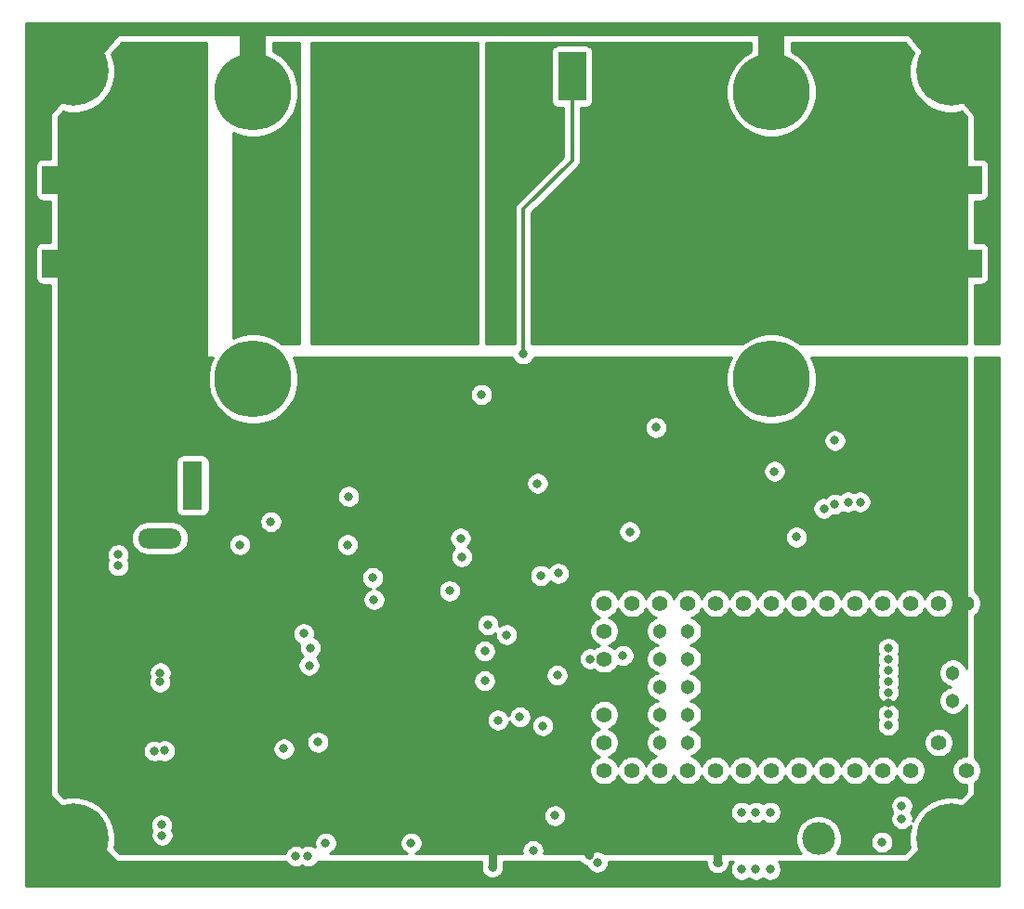
<source format=gbr>
G04 #@! TF.GenerationSoftware,KiCad,Pcbnew,5.1.7-a382d34a8~87~ubuntu18.04.1*
G04 #@! TF.CreationDate,2021-02-18T22:44:55+00:00*
G04 #@! TF.ProjectId,Laser-Driver-v3,4c617365-722d-4447-9269-7665722d7633,rev?*
G04 #@! TF.SameCoordinates,Original*
G04 #@! TF.FileFunction,Copper,L2,Inr*
G04 #@! TF.FilePolarity,Positive*
%FSLAX46Y46*%
G04 Gerber Fmt 4.6, Leading zero omitted, Abs format (unit mm)*
G04 Created by KiCad (PCBNEW 5.1.7-a382d34a8~87~ubuntu18.04.1) date 2021-02-18 22:44:55*
%MOMM*%
%LPD*%
G01*
G04 APERTURE LIST*
G04 #@! TA.AperFunction,ComponentPad*
%ADD10C,7.000000*%
G04 #@! TD*
G04 #@! TA.AperFunction,ComponentPad*
%ADD11C,0.800000*%
G04 #@! TD*
G04 #@! TA.AperFunction,ComponentPad*
%ADD12C,6.400000*%
G04 #@! TD*
G04 #@! TA.AperFunction,ComponentPad*
%ADD13C,1.404000*%
G04 #@! TD*
G04 #@! TA.AperFunction,ComponentPad*
%ADD14C,1.304000*%
G04 #@! TD*
G04 #@! TA.AperFunction,ComponentPad*
%ADD15C,0.804000*%
G04 #@! TD*
G04 #@! TA.AperFunction,ComponentPad*
%ADD16R,2.000000X2.600000*%
G04 #@! TD*
G04 #@! TA.AperFunction,ComponentPad*
%ADD17R,1.800000X4.400000*%
G04 #@! TD*
G04 #@! TA.AperFunction,ComponentPad*
%ADD18O,1.800000X4.000000*%
G04 #@! TD*
G04 #@! TA.AperFunction,ComponentPad*
%ADD19O,4.000000X1.800000*%
G04 #@! TD*
G04 #@! TA.AperFunction,ComponentPad*
%ADD20O,2.500000X4.500000*%
G04 #@! TD*
G04 #@! TA.AperFunction,ComponentPad*
%ADD21R,2.500000X4.500000*%
G04 #@! TD*
G04 #@! TA.AperFunction,ComponentPad*
%ADD22C,3.000000*%
G04 #@! TD*
G04 #@! TA.AperFunction,ComponentPad*
%ADD23R,3.000000X3.000000*%
G04 #@! TD*
G04 #@! TA.AperFunction,ViaPad*
%ADD24C,0.800000*%
G04 #@! TD*
G04 #@! TA.AperFunction,Conductor*
%ADD25C,0.400000*%
G04 #@! TD*
G04 #@! TA.AperFunction,Conductor*
%ADD26C,0.800000*%
G04 #@! TD*
G04 #@! TA.AperFunction,Conductor*
%ADD27C,0.300000*%
G04 #@! TD*
G04 #@! TA.AperFunction,Conductor*
%ADD28C,2.400000*%
G04 #@! TD*
G04 #@! TA.AperFunction,Conductor*
%ADD29C,1.400000*%
G04 #@! TD*
G04 #@! TA.AperFunction,Conductor*
%ADD30C,0.254000*%
G04 #@! TD*
G04 #@! TA.AperFunction,Conductor*
%ADD31C,0.100000*%
G04 #@! TD*
G04 APERTURE END LIST*
D10*
G04 #@! TO.N,N/C*
G04 #@! TO.C,HS1*
X111400000Y-73100000D03*
X158600000Y-73100000D03*
G04 #@! TO.N,Earth*
X158600000Y-46900000D03*
X111400000Y-46900000D03*
G04 #@! TD*
D11*
G04 #@! TO.N,Earth*
G04 #@! TO.C,H4*
X96697056Y-43302944D03*
X95000000Y-42600000D03*
X93302944Y-43302944D03*
X92600000Y-45000000D03*
X93302944Y-46697056D03*
X95000000Y-47400000D03*
X96697056Y-46697056D03*
X97400000Y-45000000D03*
D12*
X95000000Y-45000000D03*
G04 #@! TD*
D11*
G04 #@! TO.N,Earth*
G04 #@! TO.C,H3*
X176697056Y-43302944D03*
X175000000Y-42600000D03*
X173302944Y-43302944D03*
X172600000Y-45000000D03*
X173302944Y-46697056D03*
X175000000Y-47400000D03*
X176697056Y-46697056D03*
X177400000Y-45000000D03*
D12*
X175000000Y-45000000D03*
G04 #@! TD*
D11*
G04 #@! TO.N,Earth*
G04 #@! TO.C,H2*
X96697056Y-113302944D03*
X95000000Y-112600000D03*
X93302944Y-113302944D03*
X92600000Y-115000000D03*
X93302944Y-116697056D03*
X95000000Y-117400000D03*
X96697056Y-116697056D03*
X97400000Y-115000000D03*
D12*
X95000000Y-115000000D03*
G04 #@! TD*
D11*
G04 #@! TO.N,Earth*
G04 #@! TO.C,H1*
X176697056Y-113302944D03*
X175000000Y-112600000D03*
X173302944Y-113302944D03*
X172600000Y-115000000D03*
X173302944Y-116697056D03*
X175000000Y-117400000D03*
X176697056Y-116697056D03*
X177400000Y-115000000D03*
D12*
X175000000Y-115000000D03*
G04 #@! TD*
D13*
G04 #@! TO.N,GND*
G04 #@! TO.C,U2*
X176410000Y-93530000D03*
G04 #@! TO.N,/Output Stage/DAC-D0*
X173870000Y-93530000D03*
D14*
G04 #@! TO.N,/Teensy/TempSense*
X148470000Y-106230000D03*
G04 #@! TO.N,/Overcurrent Protection/OCControl*
X151010000Y-106230000D03*
G04 #@! TO.N,/Overcurrent Protection/OCStatus*
X148470000Y-103690000D03*
G04 #@! TO.N,Net-(R9-Pad2)*
X151010000Y-103690000D03*
G04 #@! TO.N,N/C*
X148470000Y-101150000D03*
X151010000Y-101150000D03*
X148470000Y-98610000D03*
X151010000Y-98610000D03*
X148470000Y-96070000D03*
X151010000Y-96070000D03*
D15*
X169271600Y-104650000D03*
X169271600Y-103650000D03*
G04 #@! TO.N,GND*
X169271600Y-102650000D03*
G04 #@! TO.N,N/C*
X169271600Y-101650000D03*
G04 #@! TO.N,+3V3*
X169271600Y-100650000D03*
G04 #@! TO.N,N/C*
X169271600Y-99650000D03*
X169271600Y-98650000D03*
X169271600Y-97650000D03*
D14*
X175140000Y-102420000D03*
X175140000Y-99880000D03*
D13*
G04 #@! TO.N,/Output Stage/DAC-D1*
X171330000Y-93530000D03*
G04 #@! TO.N,/Output Stage/DAC-D2*
X168790000Y-93530000D03*
G04 #@! TO.N,/Output Stage/DAC-D3*
X166250000Y-93530000D03*
G04 #@! TO.N,/Output Stage/DAC-D4*
X163710000Y-93530000D03*
G04 #@! TO.N,/Output Stage/DAC-D5*
X161170000Y-93530000D03*
G04 #@! TO.N,/Output Stage/DAC-D6*
X158630000Y-93530000D03*
G04 #@! TO.N,/Output Stage/DAC-D7*
X156090000Y-93530000D03*
G04 #@! TO.N,/Output Stage/DAC-D8*
X153550000Y-93530000D03*
G04 #@! TO.N,/Output Stage/DAC-D9*
X151010000Y-93530000D03*
G04 #@! TO.N,Net-(U2-Pad12)*
X148470000Y-93530000D03*
G04 #@! TO.N,Net-(U2-Pad14)*
X143390000Y-93530000D03*
G04 #@! TO.N,N/C*
X143390000Y-96070000D03*
G04 #@! TO.N,+3V3*
X143390000Y-98610000D03*
G04 #@! TO.N,GND*
X143390000Y-101150000D03*
G04 #@! TO.N,N/C*
X143390000Y-103690000D03*
X143390000Y-106230000D03*
G04 #@! TO.N,Net-(U2-Pad20)*
X143390000Y-108770000D03*
G04 #@! TO.N,/Output Stage/DAC-D10*
X145930000Y-108770000D03*
G04 #@! TO.N,/Output Stage/DAC-D11*
X148470000Y-108770000D03*
G04 #@! TO.N,/Output Stage/DAC-D12*
X151010000Y-108770000D03*
G04 #@! TO.N,/Output Stage/DAC-D13*
X153550000Y-108770000D03*
G04 #@! TO.N,/Output Stage/DAC-CLOCK*
X156090000Y-108770000D03*
G04 #@! TO.N,N/C*
X158630000Y-108770000D03*
X161170000Y-108770000D03*
X163710000Y-108770000D03*
X166250000Y-108770000D03*
X168790000Y-108770000D03*
G04 #@! TO.N,+3V3*
X171330000Y-108770000D03*
G04 #@! TO.N,GND*
X173870000Y-108770000D03*
G04 #@! TO.N,N/C*
X173870000Y-106230000D03*
G04 #@! TO.N,+5V*
X176410000Y-108770000D03*
G04 #@! TO.N,N/C*
X145930000Y-93530000D03*
G04 #@! TD*
D16*
G04 #@! TO.N,GND*
G04 #@! TO.C,J5*
X100810000Y-62540000D03*
X98270000Y-62540000D03*
X95730000Y-62540000D03*
X93190000Y-62540000D03*
X100810000Y-54920000D03*
X98270000Y-54920000D03*
X93190000Y-54920000D03*
X95730000Y-54920000D03*
G04 #@! TD*
G04 #@! TO.N,Net-(J2-Pad1)*
G04 #@! TO.C,J2*
X176810000Y-62540000D03*
X174270000Y-62540000D03*
X171730000Y-62540000D03*
X169190000Y-62540000D03*
X176810000Y-54920000D03*
X174270000Y-54920000D03*
X169190000Y-54920000D03*
X171730000Y-54920000D03*
G04 #@! TD*
D17*
G04 #@! TO.N,+12V*
G04 #@! TO.C,J6*
X105900000Y-82800000D03*
D18*
G04 #@! TO.N,GND*
X100100000Y-82800000D03*
D19*
G04 #@! TO.N,N/C*
X102900000Y-87600000D03*
G04 #@! TD*
D20*
G04 #@! TO.N,Net-(Q1-Pad3)*
G04 #@! TO.C,Q1*
X129550000Y-45500000D03*
G04 #@! TO.N,Net-(J2-Pad1)*
X135000000Y-45500000D03*
D21*
G04 #@! TO.N,/Output Stage/MOSFET-OUT*
X140450000Y-45500000D03*
G04 #@! TD*
D22*
G04 #@! TO.N,/Teensy/TempSense*
G04 #@! TO.C,J1*
X162930000Y-115000000D03*
D23*
G04 #@! TO.N,GND*
X157850000Y-115000000D03*
G04 #@! TD*
D24*
G04 #@! TO.N,GND*
X100200000Y-95300000D03*
X100200000Y-97400000D03*
X94400000Y-101300000D03*
X106900000Y-99300000D03*
X100900000Y-91600000D03*
X104200000Y-90800000D03*
X104300000Y-104400000D03*
X108200000Y-106200000D03*
X114200000Y-105200000D03*
X101100000Y-113500000D03*
X102300000Y-109600000D03*
X118000000Y-112300000D03*
X124400000Y-108100000D03*
X126800000Y-108100000D03*
X118500000Y-108500000D03*
X119500004Y-111500000D03*
X110200000Y-91900000D03*
X133200000Y-117600000D03*
X153700000Y-117200000D03*
X129600000Y-106300000D03*
X123400000Y-88100000D03*
X121600000Y-88200000D03*
X134800000Y-89600000D03*
X111000000Y-99200000D03*
X121100000Y-94100000D03*
X124100000Y-98000000D03*
X166700000Y-113600000D03*
X167100000Y-115300000D03*
X135700000Y-110400000D03*
X134500000Y-102200000D03*
X169800000Y-76900000D03*
X168200000Y-76900000D03*
X162800000Y-78700000D03*
X158900000Y-83000000D03*
X169700000Y-83300000D03*
X167125000Y-80400000D03*
X153600000Y-77500000D03*
X148100000Y-76100000D03*
X145900000Y-79700000D03*
X137500000Y-77300000D03*
X135800000Y-85300000D03*
X121200000Y-81100000D03*
X126800000Y-76600000D03*
X126800000Y-84900000D03*
X144300000Y-89000000D03*
X106500000Y-49000000D03*
X104500000Y-49000000D03*
X103500000Y-50000000D03*
X103500000Y-52000000D03*
X103500000Y-54000000D03*
X103500000Y-56000000D03*
X103500000Y-58000000D03*
X103500000Y-60000000D03*
X103500000Y-62000000D03*
X103500000Y-64000000D03*
X103500000Y-66000000D03*
X103500000Y-68000000D03*
X104500000Y-51000000D03*
X105500000Y-50000000D03*
X105500000Y-68000000D03*
X101500000Y-68000000D03*
X102500000Y-67000000D03*
X102500000Y-59000000D03*
X102500000Y-51000000D03*
X102500000Y-49000000D03*
X101500000Y-66000000D03*
X101500000Y-60000000D03*
X101500000Y-58000000D03*
X101500000Y-52000000D03*
X101500000Y-50000000D03*
X141999988Y-116500000D03*
X129200000Y-75900000D03*
X149200000Y-85050000D03*
X173200000Y-77000000D03*
X173200000Y-75300000D03*
X134600000Y-84900000D03*
G04 #@! TO.N,+9V*
X103100000Y-114700000D03*
X103050000Y-113750000D03*
X114200000Y-106800000D03*
X137300000Y-82600000D03*
G04 #@! TO.N,+12V*
X99100000Y-90100000D03*
X99100000Y-89100000D03*
X102400000Y-107000000D03*
X103325000Y-106975000D03*
X117300000Y-106200000D03*
X148100000Y-77500000D03*
G04 #@! TO.N,+5V*
X125800000Y-115400000D03*
X118000000Y-115400000D03*
X116400000Y-116600000D03*
X138900000Y-112900000D03*
X120000000Y-88200000D03*
X129300000Y-92400000D03*
X130400000Y-89300000D03*
X133700000Y-104200000D03*
X134500000Y-96400000D03*
X120100000Y-83800000D03*
X158500000Y-117800000D03*
X157200000Y-117800000D03*
X155900000Y-117800000D03*
X158500000Y-112600000D03*
X157200000Y-112600000D03*
X155900000Y-112600000D03*
X142759266Y-117150799D03*
X115300000Y-116600000D03*
G04 #@! TO.N,Net-(Q1-Pad3)*
X118200000Y-54900000D03*
X118200000Y-52900000D03*
X118200000Y-50900000D03*
X119200000Y-51900000D03*
X119200000Y-53900000D03*
X120200000Y-54900000D03*
X120200000Y-52900000D03*
X122200000Y-54900000D03*
X121200000Y-53900000D03*
X122200000Y-52900000D03*
X121200000Y-51900000D03*
X120200000Y-50900000D03*
X122200000Y-50900000D03*
X123200000Y-51900000D03*
X123200000Y-53900000D03*
X123200000Y-55900000D03*
X123200000Y-57900000D03*
X123200000Y-59900000D03*
X123200000Y-61900000D03*
X123200000Y-63900000D03*
X122200000Y-62900000D03*
X121200000Y-63900000D03*
X120200000Y-62900000D03*
X119200000Y-61900000D03*
X119200000Y-63900000D03*
X118200000Y-62900000D03*
X120200000Y-64900000D03*
X118200000Y-64900000D03*
X122200000Y-64900000D03*
X124200000Y-64900000D03*
X124200000Y-62900000D03*
X124200000Y-60900000D03*
X124200000Y-58900000D03*
X124200000Y-56900000D03*
X124200000Y-54900000D03*
X124200000Y-52900000D03*
X124200000Y-50900000D03*
X121200000Y-61900000D03*
X122200000Y-56900000D03*
X122200000Y-58900000D03*
X122200000Y-60900000D03*
G04 #@! TO.N,Net-(Q2-Pad1)*
X114500000Y-67000000D03*
X114500000Y-65000000D03*
X114500000Y-63000000D03*
X114500000Y-55000000D03*
X114500000Y-53000000D03*
X113500000Y-52000000D03*
X113500000Y-54000000D03*
X113500000Y-56000000D03*
X113500000Y-58000000D03*
X113500000Y-60000000D03*
X113500000Y-62000000D03*
X113500000Y-64000000D03*
X113500000Y-66000000D03*
X113500000Y-68000000D03*
X111800000Y-68000000D03*
G04 #@! TO.N,/Overcurrent Protection/OCControl*
X132800000Y-95500000D03*
X130300000Y-87600000D03*
G04 #@! TO.N,Net-(R2-Pad2)*
X116600000Y-97600000D03*
X113000000Y-86100000D03*
G04 #@! TO.N,Net-(R31-Pad2)*
X139200000Y-90800000D03*
X137800000Y-104700000D03*
G04 #@! TO.N,+3V3*
X110200000Y-88200000D03*
X142100000Y-98600000D03*
X170500000Y-113200000D03*
X170500000Y-111999990D03*
X168700000Y-115300000D03*
X164400000Y-78700000D03*
X158900000Y-81500000D03*
X145700000Y-87000000D03*
G04 #@! TO.N,/Overcurrent Protection/OCStatus*
X139100000Y-100100000D03*
X137600000Y-91000000D03*
G04 #@! TO.N,/Overcurrent Protection/OCSense*
X122400000Y-93200000D03*
X116500000Y-99200000D03*
G04 #@! TO.N,-3V3*
X102900000Y-100700000D03*
X102925000Y-99875000D03*
X116000000Y-96300000D03*
G04 #@! TO.N,+9V*
X132200000Y-74500000D03*
G04 #@! TO.N,/Output Stage/MOSFET-OUT*
X136000000Y-70800000D03*
G04 #@! TO.N,Net-(U2-Pad20)*
X145100000Y-98300000D03*
G04 #@! TO.N,/Output Stage/DAC-CLOCK*
X166700000Y-84300000D03*
G04 #@! TO.N,/Output Stage/DAC-D10*
X165600000Y-84300000D03*
G04 #@! TO.N,/Output Stage/DAC-D11*
X164400000Y-84500000D03*
G04 #@! TO.N,/Output Stage/DAC-D12*
X163400000Y-84900000D03*
G04 #@! TO.N,/Output Stage/DAC-D13*
X160900000Y-87500000D03*
G04 #@! TO.N,Net-(U12-Pad6)*
X132500000Y-97900000D03*
X136900000Y-116100000D03*
G04 #@! TO.N,/Overcurrent Protection/SET*
X132500000Y-100600000D03*
X122300000Y-91200000D03*
X135700000Y-103900000D03*
G04 #@! TO.N,Net-(Q2-Pad1)*
X110200000Y-68000000D03*
G04 #@! TD*
D25*
G04 #@! TO.N,GND*
X169271600Y-102650000D02*
X170350000Y-102650000D01*
X170350000Y-102650000D02*
X172000000Y-104300000D01*
X172000000Y-106900000D02*
X173870000Y-108770000D01*
X172000000Y-104300000D02*
X172000000Y-106900000D01*
D26*
X133200000Y-112900000D02*
X135700000Y-110400000D01*
X133200000Y-117600000D02*
X133200000Y-112900000D01*
X153700000Y-117200000D02*
X153750000Y-117150000D01*
X153700000Y-117200000D02*
X153700000Y-115300000D01*
X153700000Y-115300000D02*
X154250000Y-114750000D01*
X157600000Y-114750000D02*
X157850000Y-115000000D01*
X154250000Y-114750000D02*
X157600000Y-114750000D01*
X141999988Y-116500000D02*
X141999988Y-115999988D01*
X141999988Y-115999988D02*
X141500000Y-115500000D01*
D27*
G04 #@! TO.N,/Output Stage/MOSFET-OUT*
X136000000Y-70800000D02*
X136000000Y-57600000D01*
X140450000Y-53150000D02*
X140450000Y-45500000D01*
X136000000Y-57600000D02*
X140450000Y-53150000D01*
D28*
G04 #@! TO.N,Earth*
X158600000Y-46900000D02*
X158600000Y-42000000D01*
X111400000Y-46900000D02*
X111400000Y-41800000D01*
D29*
X158600000Y-42000000D02*
X158600000Y-41300000D01*
X111400000Y-41800000D02*
X111400000Y-41200000D01*
G04 #@! TD*
D30*
G04 #@! TO.N,GND*
X107735611Y-71141343D02*
X107423906Y-71893865D01*
X107265000Y-72692738D01*
X107265000Y-73507262D01*
X107423906Y-74306135D01*
X107735611Y-75058657D01*
X108188136Y-75735909D01*
X108764091Y-76311864D01*
X109441343Y-76764389D01*
X110193865Y-77076094D01*
X110992738Y-77235000D01*
X111807262Y-77235000D01*
X112606135Y-77076094D01*
X113358657Y-76764389D01*
X114035909Y-76311864D01*
X114611864Y-75735909D01*
X115064389Y-75058657D01*
X115338016Y-74398061D01*
X131165000Y-74398061D01*
X131165000Y-74601939D01*
X131204774Y-74801898D01*
X131282795Y-74990256D01*
X131396063Y-75159774D01*
X131540226Y-75303937D01*
X131709744Y-75417205D01*
X131898102Y-75495226D01*
X132098061Y-75535000D01*
X132301939Y-75535000D01*
X132501898Y-75495226D01*
X132690256Y-75417205D01*
X132859774Y-75303937D01*
X133003937Y-75159774D01*
X133117205Y-74990256D01*
X133195226Y-74801898D01*
X133235000Y-74601939D01*
X133235000Y-74398061D01*
X133195226Y-74198102D01*
X133117205Y-74009744D01*
X133003937Y-73840226D01*
X132859774Y-73696063D01*
X132690256Y-73582795D01*
X132501898Y-73504774D01*
X132301939Y-73465000D01*
X132098061Y-73465000D01*
X131898102Y-73504774D01*
X131709744Y-73582795D01*
X131540226Y-73696063D01*
X131396063Y-73840226D01*
X131282795Y-74009744D01*
X131204774Y-74198102D01*
X131165000Y-74398061D01*
X115338016Y-74398061D01*
X115376094Y-74306135D01*
X115535000Y-73507262D01*
X115535000Y-72692738D01*
X115376094Y-71893865D01*
X115064389Y-71141343D01*
X115054805Y-71127000D01*
X135015172Y-71127000D01*
X135082795Y-71290256D01*
X135196063Y-71459774D01*
X135340226Y-71603937D01*
X135509744Y-71717205D01*
X135698102Y-71795226D01*
X135898061Y-71835000D01*
X136101939Y-71835000D01*
X136301898Y-71795226D01*
X136490256Y-71717205D01*
X136659774Y-71603937D01*
X136803937Y-71459774D01*
X136917205Y-71290256D01*
X136984828Y-71127000D01*
X154945195Y-71127000D01*
X154935611Y-71141343D01*
X154623906Y-71893865D01*
X154465000Y-72692738D01*
X154465000Y-73507262D01*
X154623906Y-74306135D01*
X154935611Y-75058657D01*
X155388136Y-75735909D01*
X155964091Y-76311864D01*
X156641343Y-76764389D01*
X157393865Y-77076094D01*
X158192738Y-77235000D01*
X159007262Y-77235000D01*
X159806135Y-77076094D01*
X160558657Y-76764389D01*
X161235909Y-76311864D01*
X161811864Y-75735909D01*
X162264389Y-75058657D01*
X162576094Y-74306135D01*
X162735000Y-73507262D01*
X162735000Y-72692738D01*
X162576094Y-71893865D01*
X162264389Y-71141343D01*
X162254805Y-71127000D01*
X176365000Y-71127000D01*
X176365000Y-99474319D01*
X176280524Y-99270377D01*
X176139678Y-99059585D01*
X175960415Y-98880322D01*
X175749623Y-98739476D01*
X175515404Y-98642459D01*
X175266758Y-98593000D01*
X175013242Y-98593000D01*
X174764596Y-98642459D01*
X174530377Y-98739476D01*
X174319585Y-98880322D01*
X174140322Y-99059585D01*
X173999476Y-99270377D01*
X173902459Y-99504596D01*
X173853000Y-99753242D01*
X173853000Y-100006758D01*
X173902459Y-100255404D01*
X173999476Y-100489623D01*
X174140322Y-100700415D01*
X174319585Y-100879678D01*
X174530377Y-101020524D01*
X174764596Y-101117541D01*
X174927778Y-101150000D01*
X174764596Y-101182459D01*
X174530377Y-101279476D01*
X174319585Y-101420322D01*
X174140322Y-101599585D01*
X173999476Y-101810377D01*
X173902459Y-102044596D01*
X173853000Y-102293242D01*
X173853000Y-102546758D01*
X173902459Y-102795404D01*
X173999476Y-103029623D01*
X174140322Y-103240415D01*
X174319585Y-103419678D01*
X174530377Y-103560524D01*
X174764596Y-103657541D01*
X175013242Y-103707000D01*
X175266758Y-103707000D01*
X175515404Y-103657541D01*
X175749623Y-103560524D01*
X175960415Y-103419678D01*
X176139678Y-103240415D01*
X176280524Y-103029623D01*
X176365000Y-102825681D01*
X176365000Y-107433000D01*
X176278317Y-107433000D01*
X176020012Y-107484380D01*
X175776693Y-107585166D01*
X175557712Y-107731484D01*
X175371484Y-107917712D01*
X175225166Y-108136693D01*
X175124380Y-108380012D01*
X175073000Y-108638317D01*
X175073000Y-108901683D01*
X175124380Y-109159988D01*
X175225166Y-109403307D01*
X175371484Y-109622288D01*
X175557712Y-109808516D01*
X175776693Y-109954834D01*
X176020012Y-110055620D01*
X176278317Y-110107000D01*
X176365000Y-110107000D01*
X176365000Y-110736974D01*
X175844187Y-111257787D01*
X175377715Y-111165000D01*
X174622285Y-111165000D01*
X173881372Y-111312377D01*
X173183446Y-111601467D01*
X172555330Y-112021161D01*
X172021161Y-112555330D01*
X171601467Y-113183446D01*
X171518938Y-113382689D01*
X171535000Y-113301939D01*
X171535000Y-113098061D01*
X171495226Y-112898102D01*
X171417205Y-112709744D01*
X171343873Y-112599995D01*
X171417205Y-112490246D01*
X171495226Y-112301888D01*
X171535000Y-112101929D01*
X171535000Y-111898051D01*
X171495226Y-111698092D01*
X171417205Y-111509734D01*
X171303937Y-111340216D01*
X171159774Y-111196053D01*
X170990256Y-111082785D01*
X170801898Y-111004764D01*
X170601939Y-110964990D01*
X170398061Y-110964990D01*
X170198102Y-111004764D01*
X170009744Y-111082785D01*
X169840226Y-111196053D01*
X169696063Y-111340216D01*
X169582795Y-111509734D01*
X169504774Y-111698092D01*
X169465000Y-111898051D01*
X169465000Y-112101929D01*
X169504774Y-112301888D01*
X169582795Y-112490246D01*
X169656127Y-112599995D01*
X169582795Y-112709744D01*
X169504774Y-112898102D01*
X169465000Y-113098061D01*
X169465000Y-113301939D01*
X169504774Y-113501898D01*
X169582795Y-113690256D01*
X169696063Y-113859774D01*
X169840226Y-114003937D01*
X170009744Y-114117205D01*
X170198102Y-114195226D01*
X170398061Y-114235000D01*
X170601939Y-114235000D01*
X170801898Y-114195226D01*
X170990256Y-114117205D01*
X171159774Y-114003937D01*
X171303937Y-113859774D01*
X171349680Y-113791315D01*
X171312377Y-113881372D01*
X171165000Y-114622285D01*
X171165000Y-115377715D01*
X171257787Y-115844187D01*
X170736974Y-116365000D01*
X164584346Y-116365000D01*
X164588363Y-116360983D01*
X164822012Y-116011302D01*
X164982953Y-115622756D01*
X165065000Y-115210279D01*
X165065000Y-115198061D01*
X167665000Y-115198061D01*
X167665000Y-115401939D01*
X167704774Y-115601898D01*
X167782795Y-115790256D01*
X167896063Y-115959774D01*
X168040226Y-116103937D01*
X168209744Y-116217205D01*
X168398102Y-116295226D01*
X168598061Y-116335000D01*
X168801939Y-116335000D01*
X169001898Y-116295226D01*
X169190256Y-116217205D01*
X169359774Y-116103937D01*
X169503937Y-115959774D01*
X169617205Y-115790256D01*
X169695226Y-115601898D01*
X169735000Y-115401939D01*
X169735000Y-115198061D01*
X169695226Y-114998102D01*
X169617205Y-114809744D01*
X169503937Y-114640226D01*
X169359774Y-114496063D01*
X169190256Y-114382795D01*
X169001898Y-114304774D01*
X168801939Y-114265000D01*
X168598061Y-114265000D01*
X168398102Y-114304774D01*
X168209744Y-114382795D01*
X168040226Y-114496063D01*
X167896063Y-114640226D01*
X167782795Y-114809744D01*
X167704774Y-114998102D01*
X167665000Y-115198061D01*
X165065000Y-115198061D01*
X165065000Y-114789721D01*
X164982953Y-114377244D01*
X164822012Y-113988698D01*
X164588363Y-113639017D01*
X164290983Y-113341637D01*
X163941302Y-113107988D01*
X163552756Y-112947047D01*
X163140279Y-112865000D01*
X162719721Y-112865000D01*
X162307244Y-112947047D01*
X161918698Y-113107988D01*
X161569017Y-113341637D01*
X161271637Y-113639017D01*
X161037988Y-113988698D01*
X160877047Y-114377244D01*
X160795000Y-114789721D01*
X160795000Y-115210279D01*
X160877047Y-115622756D01*
X161037988Y-116011302D01*
X161271637Y-116360983D01*
X161275654Y-116365000D01*
X143437178Y-116365000D01*
X143419040Y-116346862D01*
X143249522Y-116233594D01*
X143061164Y-116155573D01*
X142861205Y-116115799D01*
X142657327Y-116115799D01*
X142457368Y-116155573D01*
X142269010Y-116233594D01*
X142099492Y-116346862D01*
X142081354Y-116365000D01*
X137902565Y-116365000D01*
X137935000Y-116201939D01*
X137935000Y-115998061D01*
X137895226Y-115798102D01*
X137817205Y-115609744D01*
X137703937Y-115440226D01*
X137559774Y-115296063D01*
X137390256Y-115182795D01*
X137201898Y-115104774D01*
X137001939Y-115065000D01*
X136798061Y-115065000D01*
X136598102Y-115104774D01*
X136409744Y-115182795D01*
X136240226Y-115296063D01*
X136096063Y-115440226D01*
X135982795Y-115609744D01*
X135904774Y-115798102D01*
X135865000Y-115998061D01*
X135865000Y-116201939D01*
X135897435Y-116365000D01*
X126174869Y-116365000D01*
X126290256Y-116317205D01*
X126459774Y-116203937D01*
X126603937Y-116059774D01*
X126717205Y-115890256D01*
X126795226Y-115701898D01*
X126835000Y-115501939D01*
X126835000Y-115298061D01*
X126795226Y-115098102D01*
X126717205Y-114909744D01*
X126603937Y-114740226D01*
X126459774Y-114596063D01*
X126290256Y-114482795D01*
X126101898Y-114404774D01*
X125901939Y-114365000D01*
X125698061Y-114365000D01*
X125498102Y-114404774D01*
X125309744Y-114482795D01*
X125140226Y-114596063D01*
X124996063Y-114740226D01*
X124882795Y-114909744D01*
X124804774Y-115098102D01*
X124765000Y-115298061D01*
X124765000Y-115501939D01*
X124804774Y-115701898D01*
X124882795Y-115890256D01*
X124996063Y-116059774D01*
X125140226Y-116203937D01*
X125309744Y-116317205D01*
X125425131Y-116365000D01*
X118374869Y-116365000D01*
X118490256Y-116317205D01*
X118659774Y-116203937D01*
X118803937Y-116059774D01*
X118917205Y-115890256D01*
X118995226Y-115701898D01*
X119035000Y-115501939D01*
X119035000Y-115298061D01*
X118995226Y-115098102D01*
X118917205Y-114909744D01*
X118803937Y-114740226D01*
X118659774Y-114596063D01*
X118490256Y-114482795D01*
X118301898Y-114404774D01*
X118101939Y-114365000D01*
X117898061Y-114365000D01*
X117698102Y-114404774D01*
X117509744Y-114482795D01*
X117340226Y-114596063D01*
X117196063Y-114740226D01*
X117082795Y-114909744D01*
X117004774Y-115098102D01*
X116965000Y-115298061D01*
X116965000Y-115501939D01*
X117004774Y-115701898D01*
X117037658Y-115781285D01*
X116890256Y-115682795D01*
X116701898Y-115604774D01*
X116501939Y-115565000D01*
X116298061Y-115565000D01*
X116098102Y-115604774D01*
X115909744Y-115682795D01*
X115850000Y-115722715D01*
X115790256Y-115682795D01*
X115601898Y-115604774D01*
X115401939Y-115565000D01*
X115198061Y-115565000D01*
X114998102Y-115604774D01*
X114809744Y-115682795D01*
X114640226Y-115796063D01*
X114496063Y-115940226D01*
X114382795Y-116109744D01*
X114304774Y-116298102D01*
X114291467Y-116365000D01*
X99263026Y-116365000D01*
X98742213Y-115844187D01*
X98835000Y-115377715D01*
X98835000Y-114622285D01*
X98687623Y-113881372D01*
X98590983Y-113648061D01*
X102015000Y-113648061D01*
X102015000Y-113851939D01*
X102054774Y-114051898D01*
X102132795Y-114240256D01*
X102155859Y-114274773D01*
X102104774Y-114398102D01*
X102065000Y-114598061D01*
X102065000Y-114801939D01*
X102104774Y-115001898D01*
X102182795Y-115190256D01*
X102296063Y-115359774D01*
X102440226Y-115503937D01*
X102609744Y-115617205D01*
X102798102Y-115695226D01*
X102998061Y-115735000D01*
X103201939Y-115735000D01*
X103401898Y-115695226D01*
X103590256Y-115617205D01*
X103759774Y-115503937D01*
X103903937Y-115359774D01*
X104017205Y-115190256D01*
X104095226Y-115001898D01*
X104135000Y-114801939D01*
X104135000Y-114598061D01*
X104095226Y-114398102D01*
X104017205Y-114209744D01*
X103994141Y-114175227D01*
X104045226Y-114051898D01*
X104085000Y-113851939D01*
X104085000Y-113648061D01*
X104045226Y-113448102D01*
X103967205Y-113259744D01*
X103853937Y-113090226D01*
X103709774Y-112946063D01*
X103540256Y-112832795D01*
X103456402Y-112798061D01*
X137865000Y-112798061D01*
X137865000Y-113001939D01*
X137904774Y-113201898D01*
X137982795Y-113390256D01*
X138096063Y-113559774D01*
X138240226Y-113703937D01*
X138409744Y-113817205D01*
X138598102Y-113895226D01*
X138798061Y-113935000D01*
X139001939Y-113935000D01*
X139201898Y-113895226D01*
X139390256Y-113817205D01*
X139559774Y-113703937D01*
X139703937Y-113559774D01*
X139817205Y-113390256D01*
X139895226Y-113201898D01*
X139935000Y-113001939D01*
X139935000Y-112798061D01*
X139895226Y-112598102D01*
X139853788Y-112498061D01*
X154865000Y-112498061D01*
X154865000Y-112701939D01*
X154904774Y-112901898D01*
X154982795Y-113090256D01*
X155096063Y-113259774D01*
X155240226Y-113403937D01*
X155409744Y-113517205D01*
X155598102Y-113595226D01*
X155798061Y-113635000D01*
X156001939Y-113635000D01*
X156201898Y-113595226D01*
X156390256Y-113517205D01*
X156550000Y-113410468D01*
X156709744Y-113517205D01*
X156898102Y-113595226D01*
X157098061Y-113635000D01*
X157301939Y-113635000D01*
X157501898Y-113595226D01*
X157690256Y-113517205D01*
X157850000Y-113410468D01*
X158009744Y-113517205D01*
X158198102Y-113595226D01*
X158398061Y-113635000D01*
X158601939Y-113635000D01*
X158801898Y-113595226D01*
X158990256Y-113517205D01*
X159159774Y-113403937D01*
X159303937Y-113259774D01*
X159417205Y-113090256D01*
X159495226Y-112901898D01*
X159535000Y-112701939D01*
X159535000Y-112498061D01*
X159495226Y-112298102D01*
X159417205Y-112109744D01*
X159303937Y-111940226D01*
X159159774Y-111796063D01*
X158990256Y-111682795D01*
X158801898Y-111604774D01*
X158601939Y-111565000D01*
X158398061Y-111565000D01*
X158198102Y-111604774D01*
X158009744Y-111682795D01*
X157850000Y-111789532D01*
X157690256Y-111682795D01*
X157501898Y-111604774D01*
X157301939Y-111565000D01*
X157098061Y-111565000D01*
X156898102Y-111604774D01*
X156709744Y-111682795D01*
X156550000Y-111789532D01*
X156390256Y-111682795D01*
X156201898Y-111604774D01*
X156001939Y-111565000D01*
X155798061Y-111565000D01*
X155598102Y-111604774D01*
X155409744Y-111682795D01*
X155240226Y-111796063D01*
X155096063Y-111940226D01*
X154982795Y-112109744D01*
X154904774Y-112298102D01*
X154865000Y-112498061D01*
X139853788Y-112498061D01*
X139817205Y-112409744D01*
X139703937Y-112240226D01*
X139559774Y-112096063D01*
X139390256Y-111982795D01*
X139201898Y-111904774D01*
X139001939Y-111865000D01*
X138798061Y-111865000D01*
X138598102Y-111904774D01*
X138409744Y-111982795D01*
X138240226Y-112096063D01*
X138096063Y-112240226D01*
X137982795Y-112409744D01*
X137904774Y-112598102D01*
X137865000Y-112798061D01*
X103456402Y-112798061D01*
X103351898Y-112754774D01*
X103151939Y-112715000D01*
X102948061Y-112715000D01*
X102748102Y-112754774D01*
X102559744Y-112832795D01*
X102390226Y-112946063D01*
X102246063Y-113090226D01*
X102132795Y-113259744D01*
X102054774Y-113448102D01*
X102015000Y-113648061D01*
X98590983Y-113648061D01*
X98398533Y-113183446D01*
X97978839Y-112555330D01*
X97444670Y-112021161D01*
X96816554Y-111601467D01*
X96118628Y-111312377D01*
X95377715Y-111165000D01*
X94622285Y-111165000D01*
X94155813Y-111257787D01*
X93635000Y-110736974D01*
X93635000Y-106898061D01*
X101365000Y-106898061D01*
X101365000Y-107101939D01*
X101404774Y-107301898D01*
X101482795Y-107490256D01*
X101596063Y-107659774D01*
X101740226Y-107803937D01*
X101909744Y-107917205D01*
X102098102Y-107995226D01*
X102298061Y-108035000D01*
X102501939Y-108035000D01*
X102701898Y-107995226D01*
X102890256Y-107917205D01*
X102892109Y-107915967D01*
X103023102Y-107970226D01*
X103223061Y-108010000D01*
X103426939Y-108010000D01*
X103626898Y-107970226D01*
X103815256Y-107892205D01*
X103984774Y-107778937D01*
X104128937Y-107634774D01*
X104242205Y-107465256D01*
X104320226Y-107276898D01*
X104360000Y-107076939D01*
X104360000Y-106873061D01*
X104325191Y-106698061D01*
X113165000Y-106698061D01*
X113165000Y-106901939D01*
X113204774Y-107101898D01*
X113282795Y-107290256D01*
X113396063Y-107459774D01*
X113540226Y-107603937D01*
X113709744Y-107717205D01*
X113898102Y-107795226D01*
X114098061Y-107835000D01*
X114301939Y-107835000D01*
X114501898Y-107795226D01*
X114690256Y-107717205D01*
X114859774Y-107603937D01*
X115003937Y-107459774D01*
X115117205Y-107290256D01*
X115195226Y-107101898D01*
X115235000Y-106901939D01*
X115235000Y-106698061D01*
X115195226Y-106498102D01*
X115117205Y-106309744D01*
X115003937Y-106140226D01*
X114961772Y-106098061D01*
X116265000Y-106098061D01*
X116265000Y-106301939D01*
X116304774Y-106501898D01*
X116382795Y-106690256D01*
X116496063Y-106859774D01*
X116640226Y-107003937D01*
X116809744Y-107117205D01*
X116998102Y-107195226D01*
X117198061Y-107235000D01*
X117401939Y-107235000D01*
X117601898Y-107195226D01*
X117790256Y-107117205D01*
X117959774Y-107003937D01*
X118103937Y-106859774D01*
X118217205Y-106690256D01*
X118295226Y-106501898D01*
X118335000Y-106301939D01*
X118335000Y-106098061D01*
X118295226Y-105898102D01*
X118217205Y-105709744D01*
X118103937Y-105540226D01*
X117959774Y-105396063D01*
X117790256Y-105282795D01*
X117601898Y-105204774D01*
X117401939Y-105165000D01*
X117198061Y-105165000D01*
X116998102Y-105204774D01*
X116809744Y-105282795D01*
X116640226Y-105396063D01*
X116496063Y-105540226D01*
X116382795Y-105709744D01*
X116304774Y-105898102D01*
X116265000Y-106098061D01*
X114961772Y-106098061D01*
X114859774Y-105996063D01*
X114690256Y-105882795D01*
X114501898Y-105804774D01*
X114301939Y-105765000D01*
X114098061Y-105765000D01*
X113898102Y-105804774D01*
X113709744Y-105882795D01*
X113540226Y-105996063D01*
X113396063Y-106140226D01*
X113282795Y-106309744D01*
X113204774Y-106498102D01*
X113165000Y-106698061D01*
X104325191Y-106698061D01*
X104320226Y-106673102D01*
X104242205Y-106484744D01*
X104128937Y-106315226D01*
X103984774Y-106171063D01*
X103815256Y-106057795D01*
X103626898Y-105979774D01*
X103426939Y-105940000D01*
X103223061Y-105940000D01*
X103023102Y-105979774D01*
X102834744Y-106057795D01*
X102832891Y-106059033D01*
X102701898Y-106004774D01*
X102501939Y-105965000D01*
X102298061Y-105965000D01*
X102098102Y-106004774D01*
X101909744Y-106082795D01*
X101740226Y-106196063D01*
X101596063Y-106340226D01*
X101482795Y-106509744D01*
X101404774Y-106698102D01*
X101365000Y-106898061D01*
X93635000Y-106898061D01*
X93635000Y-104098061D01*
X132665000Y-104098061D01*
X132665000Y-104301939D01*
X132704774Y-104501898D01*
X132782795Y-104690256D01*
X132896063Y-104859774D01*
X133040226Y-105003937D01*
X133209744Y-105117205D01*
X133398102Y-105195226D01*
X133598061Y-105235000D01*
X133801939Y-105235000D01*
X134001898Y-105195226D01*
X134190256Y-105117205D01*
X134359774Y-105003937D01*
X134503937Y-104859774D01*
X134617205Y-104690256D01*
X134695226Y-104501898D01*
X134735000Y-104301939D01*
X134735000Y-104274869D01*
X134782795Y-104390256D01*
X134896063Y-104559774D01*
X135040226Y-104703937D01*
X135209744Y-104817205D01*
X135398102Y-104895226D01*
X135598061Y-104935000D01*
X135801939Y-104935000D01*
X136001898Y-104895226D01*
X136190256Y-104817205D01*
X136359774Y-104703937D01*
X136465650Y-104598061D01*
X136765000Y-104598061D01*
X136765000Y-104801939D01*
X136804774Y-105001898D01*
X136882795Y-105190256D01*
X136996063Y-105359774D01*
X137140226Y-105503937D01*
X137309744Y-105617205D01*
X137498102Y-105695226D01*
X137698061Y-105735000D01*
X137901939Y-105735000D01*
X138101898Y-105695226D01*
X138290256Y-105617205D01*
X138459774Y-105503937D01*
X138603937Y-105359774D01*
X138717205Y-105190256D01*
X138795226Y-105001898D01*
X138835000Y-104801939D01*
X138835000Y-104598061D01*
X138795226Y-104398102D01*
X138717205Y-104209744D01*
X138603937Y-104040226D01*
X138459774Y-103896063D01*
X138290256Y-103782795D01*
X138101898Y-103704774D01*
X137901939Y-103665000D01*
X137698061Y-103665000D01*
X137498102Y-103704774D01*
X137309744Y-103782795D01*
X137140226Y-103896063D01*
X136996063Y-104040226D01*
X136882795Y-104209744D01*
X136804774Y-104398102D01*
X136765000Y-104598061D01*
X136465650Y-104598061D01*
X136503937Y-104559774D01*
X136617205Y-104390256D01*
X136695226Y-104201898D01*
X136735000Y-104001939D01*
X136735000Y-103798061D01*
X136695226Y-103598102D01*
X136617205Y-103409744D01*
X136503937Y-103240226D01*
X136359774Y-103096063D01*
X136190256Y-102982795D01*
X136001898Y-102904774D01*
X135801939Y-102865000D01*
X135598061Y-102865000D01*
X135398102Y-102904774D01*
X135209744Y-102982795D01*
X135040226Y-103096063D01*
X134896063Y-103240226D01*
X134782795Y-103409744D01*
X134704774Y-103598102D01*
X134665000Y-103798061D01*
X134665000Y-103825131D01*
X134617205Y-103709744D01*
X134503937Y-103540226D01*
X134359774Y-103396063D01*
X134190256Y-103282795D01*
X134001898Y-103204774D01*
X133801939Y-103165000D01*
X133598061Y-103165000D01*
X133398102Y-103204774D01*
X133209744Y-103282795D01*
X133040226Y-103396063D01*
X132896063Y-103540226D01*
X132782795Y-103709744D01*
X132704774Y-103898102D01*
X132665000Y-104098061D01*
X93635000Y-104098061D01*
X93635000Y-100598061D01*
X101865000Y-100598061D01*
X101865000Y-100801939D01*
X101904774Y-101001898D01*
X101982795Y-101190256D01*
X102096063Y-101359774D01*
X102240226Y-101503937D01*
X102409744Y-101617205D01*
X102598102Y-101695226D01*
X102798061Y-101735000D01*
X103001939Y-101735000D01*
X103201898Y-101695226D01*
X103390256Y-101617205D01*
X103559774Y-101503937D01*
X103703937Y-101359774D01*
X103817205Y-101190256D01*
X103895226Y-101001898D01*
X103935000Y-100801939D01*
X103935000Y-100598061D01*
X103915109Y-100498061D01*
X131465000Y-100498061D01*
X131465000Y-100701939D01*
X131504774Y-100901898D01*
X131582795Y-101090256D01*
X131696063Y-101259774D01*
X131840226Y-101403937D01*
X132009744Y-101517205D01*
X132198102Y-101595226D01*
X132398061Y-101635000D01*
X132601939Y-101635000D01*
X132801898Y-101595226D01*
X132990256Y-101517205D01*
X133159774Y-101403937D01*
X133303937Y-101259774D01*
X133417205Y-101090256D01*
X133495226Y-100901898D01*
X133535000Y-100701939D01*
X133535000Y-100498061D01*
X133495226Y-100298102D01*
X133417205Y-100109744D01*
X133342582Y-99998061D01*
X138065000Y-99998061D01*
X138065000Y-100201939D01*
X138104774Y-100401898D01*
X138182795Y-100590256D01*
X138296063Y-100759774D01*
X138440226Y-100903937D01*
X138609744Y-101017205D01*
X138798102Y-101095226D01*
X138998061Y-101135000D01*
X139201939Y-101135000D01*
X139401898Y-101095226D01*
X139590256Y-101017205D01*
X139759774Y-100903937D01*
X139903937Y-100759774D01*
X140017205Y-100590256D01*
X140095226Y-100401898D01*
X140135000Y-100201939D01*
X140135000Y-99998061D01*
X140095226Y-99798102D01*
X140017205Y-99609744D01*
X139903937Y-99440226D01*
X139759774Y-99296063D01*
X139590256Y-99182795D01*
X139401898Y-99104774D01*
X139201939Y-99065000D01*
X138998061Y-99065000D01*
X138798102Y-99104774D01*
X138609744Y-99182795D01*
X138440226Y-99296063D01*
X138296063Y-99440226D01*
X138182795Y-99609744D01*
X138104774Y-99798102D01*
X138065000Y-99998061D01*
X133342582Y-99998061D01*
X133303937Y-99940226D01*
X133159774Y-99796063D01*
X132990256Y-99682795D01*
X132801898Y-99604774D01*
X132601939Y-99565000D01*
X132398061Y-99565000D01*
X132198102Y-99604774D01*
X132009744Y-99682795D01*
X131840226Y-99796063D01*
X131696063Y-99940226D01*
X131582795Y-100109744D01*
X131504774Y-100298102D01*
X131465000Y-100498061D01*
X103915109Y-100498061D01*
X103895226Y-100398102D01*
X103861913Y-100317677D01*
X103920226Y-100176898D01*
X103960000Y-99976939D01*
X103960000Y-99773061D01*
X103920226Y-99573102D01*
X103842205Y-99384744D01*
X103728937Y-99215226D01*
X103584774Y-99071063D01*
X103415256Y-98957795D01*
X103226898Y-98879774D01*
X103026939Y-98840000D01*
X102823061Y-98840000D01*
X102623102Y-98879774D01*
X102434744Y-98957795D01*
X102265226Y-99071063D01*
X102121063Y-99215226D01*
X102007795Y-99384744D01*
X101929774Y-99573102D01*
X101890000Y-99773061D01*
X101890000Y-99976939D01*
X101929774Y-100176898D01*
X101963087Y-100257323D01*
X101904774Y-100398102D01*
X101865000Y-100598061D01*
X93635000Y-100598061D01*
X93635000Y-96198061D01*
X114965000Y-96198061D01*
X114965000Y-96401939D01*
X115004774Y-96601898D01*
X115082795Y-96790256D01*
X115196063Y-96959774D01*
X115340226Y-97103937D01*
X115509744Y-97217205D01*
X115619459Y-97262651D01*
X115604774Y-97298102D01*
X115565000Y-97498061D01*
X115565000Y-97701939D01*
X115604774Y-97901898D01*
X115682795Y-98090256D01*
X115796063Y-98259774D01*
X115895452Y-98359163D01*
X115840226Y-98396063D01*
X115696063Y-98540226D01*
X115582795Y-98709744D01*
X115504774Y-98898102D01*
X115465000Y-99098061D01*
X115465000Y-99301939D01*
X115504774Y-99501898D01*
X115582795Y-99690256D01*
X115696063Y-99859774D01*
X115840226Y-100003937D01*
X116009744Y-100117205D01*
X116198102Y-100195226D01*
X116398061Y-100235000D01*
X116601939Y-100235000D01*
X116801898Y-100195226D01*
X116990256Y-100117205D01*
X117159774Y-100003937D01*
X117303937Y-99859774D01*
X117417205Y-99690256D01*
X117495226Y-99501898D01*
X117535000Y-99301939D01*
X117535000Y-99098061D01*
X117495226Y-98898102D01*
X117417205Y-98709744D01*
X117303937Y-98540226D01*
X117204548Y-98440837D01*
X117259774Y-98403937D01*
X117403937Y-98259774D01*
X117517205Y-98090256D01*
X117595226Y-97901898D01*
X117615880Y-97798061D01*
X131465000Y-97798061D01*
X131465000Y-98001939D01*
X131504774Y-98201898D01*
X131582795Y-98390256D01*
X131696063Y-98559774D01*
X131840226Y-98703937D01*
X132009744Y-98817205D01*
X132198102Y-98895226D01*
X132398061Y-98935000D01*
X132601939Y-98935000D01*
X132801898Y-98895226D01*
X132990256Y-98817205D01*
X133159774Y-98703937D01*
X133303937Y-98559774D01*
X133345172Y-98498061D01*
X141065000Y-98498061D01*
X141065000Y-98701939D01*
X141104774Y-98901898D01*
X141182795Y-99090256D01*
X141296063Y-99259774D01*
X141440226Y-99403937D01*
X141609744Y-99517205D01*
X141798102Y-99595226D01*
X141998061Y-99635000D01*
X142201939Y-99635000D01*
X142401898Y-99595226D01*
X142460251Y-99571055D01*
X142537712Y-99648516D01*
X142756693Y-99794834D01*
X143000012Y-99895620D01*
X143258317Y-99947000D01*
X143521683Y-99947000D01*
X143779988Y-99895620D01*
X144023307Y-99794834D01*
X144242288Y-99648516D01*
X144428516Y-99462288D01*
X144574834Y-99243307D01*
X144590870Y-99204594D01*
X144609744Y-99217205D01*
X144798102Y-99295226D01*
X144998061Y-99335000D01*
X145201939Y-99335000D01*
X145401898Y-99295226D01*
X145590256Y-99217205D01*
X145759774Y-99103937D01*
X145903937Y-98959774D01*
X146017205Y-98790256D01*
X146095226Y-98601898D01*
X146135000Y-98401939D01*
X146135000Y-98198061D01*
X146095226Y-97998102D01*
X146017205Y-97809744D01*
X145903937Y-97640226D01*
X145759774Y-97496063D01*
X145590256Y-97382795D01*
X145401898Y-97304774D01*
X145201939Y-97265000D01*
X144998061Y-97265000D01*
X144798102Y-97304774D01*
X144609744Y-97382795D01*
X144440226Y-97496063D01*
X144303547Y-97632743D01*
X144242288Y-97571484D01*
X144023307Y-97425166D01*
X143817698Y-97340000D01*
X144023307Y-97254834D01*
X144242288Y-97108516D01*
X144428516Y-96922288D01*
X144574834Y-96703307D01*
X144675620Y-96459988D01*
X144727000Y-96201683D01*
X144727000Y-95938317D01*
X144675620Y-95680012D01*
X144574834Y-95436693D01*
X144428516Y-95217712D01*
X144242288Y-95031484D01*
X144023307Y-94885166D01*
X143817698Y-94800000D01*
X144023307Y-94714834D01*
X144242288Y-94568516D01*
X144428516Y-94382288D01*
X144574834Y-94163307D01*
X144660000Y-93957698D01*
X144745166Y-94163307D01*
X144891484Y-94382288D01*
X145077712Y-94568516D01*
X145296693Y-94714834D01*
X145540012Y-94815620D01*
X145798317Y-94867000D01*
X146061683Y-94867000D01*
X146319988Y-94815620D01*
X146563307Y-94714834D01*
X146782288Y-94568516D01*
X146968516Y-94382288D01*
X147114834Y-94163307D01*
X147200000Y-93957698D01*
X147285166Y-94163307D01*
X147431484Y-94382288D01*
X147617712Y-94568516D01*
X147836693Y-94714834D01*
X148080012Y-94815620D01*
X148129632Y-94825490D01*
X148094596Y-94832459D01*
X147860377Y-94929476D01*
X147649585Y-95070322D01*
X147470322Y-95249585D01*
X147329476Y-95460377D01*
X147232459Y-95694596D01*
X147183000Y-95943242D01*
X147183000Y-96196758D01*
X147232459Y-96445404D01*
X147329476Y-96679623D01*
X147470322Y-96890415D01*
X147649585Y-97069678D01*
X147860377Y-97210524D01*
X148094596Y-97307541D01*
X148257778Y-97340000D01*
X148094596Y-97372459D01*
X147860377Y-97469476D01*
X147649585Y-97610322D01*
X147470322Y-97789585D01*
X147329476Y-98000377D01*
X147232459Y-98234596D01*
X147183000Y-98483242D01*
X147183000Y-98736758D01*
X147232459Y-98985404D01*
X147329476Y-99219623D01*
X147470322Y-99430415D01*
X147649585Y-99609678D01*
X147860377Y-99750524D01*
X148094596Y-99847541D01*
X148257778Y-99880000D01*
X148094596Y-99912459D01*
X147860377Y-100009476D01*
X147649585Y-100150322D01*
X147470322Y-100329585D01*
X147329476Y-100540377D01*
X147232459Y-100774596D01*
X147183000Y-101023242D01*
X147183000Y-101276758D01*
X147232459Y-101525404D01*
X147329476Y-101759623D01*
X147470322Y-101970415D01*
X147649585Y-102149678D01*
X147860377Y-102290524D01*
X148094596Y-102387541D01*
X148257778Y-102420000D01*
X148094596Y-102452459D01*
X147860377Y-102549476D01*
X147649585Y-102690322D01*
X147470322Y-102869585D01*
X147329476Y-103080377D01*
X147232459Y-103314596D01*
X147183000Y-103563242D01*
X147183000Y-103816758D01*
X147232459Y-104065404D01*
X147329476Y-104299623D01*
X147470322Y-104510415D01*
X147649585Y-104689678D01*
X147860377Y-104830524D01*
X148094596Y-104927541D01*
X148257778Y-104960000D01*
X148094596Y-104992459D01*
X147860377Y-105089476D01*
X147649585Y-105230322D01*
X147470322Y-105409585D01*
X147329476Y-105620377D01*
X147232459Y-105854596D01*
X147183000Y-106103242D01*
X147183000Y-106356758D01*
X147232459Y-106605404D01*
X147329476Y-106839623D01*
X147470322Y-107050415D01*
X147649585Y-107229678D01*
X147860377Y-107370524D01*
X148094596Y-107467541D01*
X148129632Y-107474510D01*
X148080012Y-107484380D01*
X147836693Y-107585166D01*
X147617712Y-107731484D01*
X147431484Y-107917712D01*
X147285166Y-108136693D01*
X147200000Y-108342302D01*
X147114834Y-108136693D01*
X146968516Y-107917712D01*
X146782288Y-107731484D01*
X146563307Y-107585166D01*
X146319988Y-107484380D01*
X146061683Y-107433000D01*
X145798317Y-107433000D01*
X145540012Y-107484380D01*
X145296693Y-107585166D01*
X145077712Y-107731484D01*
X144891484Y-107917712D01*
X144745166Y-108136693D01*
X144660000Y-108342302D01*
X144574834Y-108136693D01*
X144428516Y-107917712D01*
X144242288Y-107731484D01*
X144023307Y-107585166D01*
X143817698Y-107500000D01*
X144023307Y-107414834D01*
X144242288Y-107268516D01*
X144428516Y-107082288D01*
X144574834Y-106863307D01*
X144675620Y-106619988D01*
X144727000Y-106361683D01*
X144727000Y-106098317D01*
X144675620Y-105840012D01*
X144574834Y-105596693D01*
X144428516Y-105377712D01*
X144242288Y-105191484D01*
X144023307Y-105045166D01*
X143817698Y-104960000D01*
X144023307Y-104874834D01*
X144242288Y-104728516D01*
X144428516Y-104542288D01*
X144574834Y-104323307D01*
X144675620Y-104079988D01*
X144727000Y-103821683D01*
X144727000Y-103558317D01*
X144675620Y-103300012D01*
X144574834Y-103056693D01*
X144428516Y-102837712D01*
X144242288Y-102651484D01*
X144023307Y-102505166D01*
X143779988Y-102404380D01*
X143521683Y-102353000D01*
X143258317Y-102353000D01*
X143000012Y-102404380D01*
X142756693Y-102505166D01*
X142537712Y-102651484D01*
X142351484Y-102837712D01*
X142205166Y-103056693D01*
X142104380Y-103300012D01*
X142053000Y-103558317D01*
X142053000Y-103821683D01*
X142104380Y-104079988D01*
X142205166Y-104323307D01*
X142351484Y-104542288D01*
X142537712Y-104728516D01*
X142756693Y-104874834D01*
X142962302Y-104960000D01*
X142756693Y-105045166D01*
X142537712Y-105191484D01*
X142351484Y-105377712D01*
X142205166Y-105596693D01*
X142104380Y-105840012D01*
X142053000Y-106098317D01*
X142053000Y-106361683D01*
X142104380Y-106619988D01*
X142205166Y-106863307D01*
X142351484Y-107082288D01*
X142537712Y-107268516D01*
X142756693Y-107414834D01*
X142962302Y-107500000D01*
X142756693Y-107585166D01*
X142537712Y-107731484D01*
X142351484Y-107917712D01*
X142205166Y-108136693D01*
X142104380Y-108380012D01*
X142053000Y-108638317D01*
X142053000Y-108901683D01*
X142104380Y-109159988D01*
X142205166Y-109403307D01*
X142351484Y-109622288D01*
X142537712Y-109808516D01*
X142756693Y-109954834D01*
X143000012Y-110055620D01*
X143258317Y-110107000D01*
X143521683Y-110107000D01*
X143779988Y-110055620D01*
X144023307Y-109954834D01*
X144242288Y-109808516D01*
X144428516Y-109622288D01*
X144574834Y-109403307D01*
X144660000Y-109197698D01*
X144745166Y-109403307D01*
X144891484Y-109622288D01*
X145077712Y-109808516D01*
X145296693Y-109954834D01*
X145540012Y-110055620D01*
X145798317Y-110107000D01*
X146061683Y-110107000D01*
X146319988Y-110055620D01*
X146563307Y-109954834D01*
X146782288Y-109808516D01*
X146968516Y-109622288D01*
X147114834Y-109403307D01*
X147200000Y-109197698D01*
X147285166Y-109403307D01*
X147431484Y-109622288D01*
X147617712Y-109808516D01*
X147836693Y-109954834D01*
X148080012Y-110055620D01*
X148338317Y-110107000D01*
X148601683Y-110107000D01*
X148859988Y-110055620D01*
X149103307Y-109954834D01*
X149322288Y-109808516D01*
X149508516Y-109622288D01*
X149654834Y-109403307D01*
X149740000Y-109197698D01*
X149825166Y-109403307D01*
X149971484Y-109622288D01*
X150157712Y-109808516D01*
X150376693Y-109954834D01*
X150620012Y-110055620D01*
X150878317Y-110107000D01*
X151141683Y-110107000D01*
X151399988Y-110055620D01*
X151643307Y-109954834D01*
X151862288Y-109808516D01*
X152048516Y-109622288D01*
X152194834Y-109403307D01*
X152280000Y-109197698D01*
X152365166Y-109403307D01*
X152511484Y-109622288D01*
X152697712Y-109808516D01*
X152916693Y-109954834D01*
X153160012Y-110055620D01*
X153418317Y-110107000D01*
X153681683Y-110107000D01*
X153939988Y-110055620D01*
X154183307Y-109954834D01*
X154402288Y-109808516D01*
X154588516Y-109622288D01*
X154734834Y-109403307D01*
X154820000Y-109197698D01*
X154905166Y-109403307D01*
X155051484Y-109622288D01*
X155237712Y-109808516D01*
X155456693Y-109954834D01*
X155700012Y-110055620D01*
X155958317Y-110107000D01*
X156221683Y-110107000D01*
X156479988Y-110055620D01*
X156723307Y-109954834D01*
X156942288Y-109808516D01*
X157128516Y-109622288D01*
X157274834Y-109403307D01*
X157360000Y-109197698D01*
X157445166Y-109403307D01*
X157591484Y-109622288D01*
X157777712Y-109808516D01*
X157996693Y-109954834D01*
X158240012Y-110055620D01*
X158498317Y-110107000D01*
X158761683Y-110107000D01*
X159019988Y-110055620D01*
X159263307Y-109954834D01*
X159482288Y-109808516D01*
X159668516Y-109622288D01*
X159814834Y-109403307D01*
X159900000Y-109197698D01*
X159985166Y-109403307D01*
X160131484Y-109622288D01*
X160317712Y-109808516D01*
X160536693Y-109954834D01*
X160780012Y-110055620D01*
X161038317Y-110107000D01*
X161301683Y-110107000D01*
X161559988Y-110055620D01*
X161803307Y-109954834D01*
X162022288Y-109808516D01*
X162208516Y-109622288D01*
X162354834Y-109403307D01*
X162440000Y-109197698D01*
X162525166Y-109403307D01*
X162671484Y-109622288D01*
X162857712Y-109808516D01*
X163076693Y-109954834D01*
X163320012Y-110055620D01*
X163578317Y-110107000D01*
X163841683Y-110107000D01*
X164099988Y-110055620D01*
X164343307Y-109954834D01*
X164562288Y-109808516D01*
X164748516Y-109622288D01*
X164894834Y-109403307D01*
X164980000Y-109197698D01*
X165065166Y-109403307D01*
X165211484Y-109622288D01*
X165397712Y-109808516D01*
X165616693Y-109954834D01*
X165860012Y-110055620D01*
X166118317Y-110107000D01*
X166381683Y-110107000D01*
X166639988Y-110055620D01*
X166883307Y-109954834D01*
X167102288Y-109808516D01*
X167288516Y-109622288D01*
X167434834Y-109403307D01*
X167520000Y-109197698D01*
X167605166Y-109403307D01*
X167751484Y-109622288D01*
X167937712Y-109808516D01*
X168156693Y-109954834D01*
X168400012Y-110055620D01*
X168658317Y-110107000D01*
X168921683Y-110107000D01*
X169179988Y-110055620D01*
X169423307Y-109954834D01*
X169642288Y-109808516D01*
X169828516Y-109622288D01*
X169974834Y-109403307D01*
X170060000Y-109197698D01*
X170145166Y-109403307D01*
X170291484Y-109622288D01*
X170477712Y-109808516D01*
X170696693Y-109954834D01*
X170940012Y-110055620D01*
X171198317Y-110107000D01*
X171461683Y-110107000D01*
X171719988Y-110055620D01*
X171963307Y-109954834D01*
X172182288Y-109808516D01*
X172368516Y-109622288D01*
X172514834Y-109403307D01*
X172615620Y-109159988D01*
X172667000Y-108901683D01*
X172667000Y-108638317D01*
X172615620Y-108380012D01*
X172514834Y-108136693D01*
X172368516Y-107917712D01*
X172182288Y-107731484D01*
X171963307Y-107585166D01*
X171719988Y-107484380D01*
X171461683Y-107433000D01*
X171198317Y-107433000D01*
X170940012Y-107484380D01*
X170696693Y-107585166D01*
X170477712Y-107731484D01*
X170291484Y-107917712D01*
X170145166Y-108136693D01*
X170060000Y-108342302D01*
X169974834Y-108136693D01*
X169828516Y-107917712D01*
X169642288Y-107731484D01*
X169423307Y-107585166D01*
X169179988Y-107484380D01*
X168921683Y-107433000D01*
X168658317Y-107433000D01*
X168400012Y-107484380D01*
X168156693Y-107585166D01*
X167937712Y-107731484D01*
X167751484Y-107917712D01*
X167605166Y-108136693D01*
X167520000Y-108342302D01*
X167434834Y-108136693D01*
X167288516Y-107917712D01*
X167102288Y-107731484D01*
X166883307Y-107585166D01*
X166639988Y-107484380D01*
X166381683Y-107433000D01*
X166118317Y-107433000D01*
X165860012Y-107484380D01*
X165616693Y-107585166D01*
X165397712Y-107731484D01*
X165211484Y-107917712D01*
X165065166Y-108136693D01*
X164980000Y-108342302D01*
X164894834Y-108136693D01*
X164748516Y-107917712D01*
X164562288Y-107731484D01*
X164343307Y-107585166D01*
X164099988Y-107484380D01*
X163841683Y-107433000D01*
X163578317Y-107433000D01*
X163320012Y-107484380D01*
X163076693Y-107585166D01*
X162857712Y-107731484D01*
X162671484Y-107917712D01*
X162525166Y-108136693D01*
X162440000Y-108342302D01*
X162354834Y-108136693D01*
X162208516Y-107917712D01*
X162022288Y-107731484D01*
X161803307Y-107585166D01*
X161559988Y-107484380D01*
X161301683Y-107433000D01*
X161038317Y-107433000D01*
X160780012Y-107484380D01*
X160536693Y-107585166D01*
X160317712Y-107731484D01*
X160131484Y-107917712D01*
X159985166Y-108136693D01*
X159900000Y-108342302D01*
X159814834Y-108136693D01*
X159668516Y-107917712D01*
X159482288Y-107731484D01*
X159263307Y-107585166D01*
X159019988Y-107484380D01*
X158761683Y-107433000D01*
X158498317Y-107433000D01*
X158240012Y-107484380D01*
X157996693Y-107585166D01*
X157777712Y-107731484D01*
X157591484Y-107917712D01*
X157445166Y-108136693D01*
X157360000Y-108342302D01*
X157274834Y-108136693D01*
X157128516Y-107917712D01*
X156942288Y-107731484D01*
X156723307Y-107585166D01*
X156479988Y-107484380D01*
X156221683Y-107433000D01*
X155958317Y-107433000D01*
X155700012Y-107484380D01*
X155456693Y-107585166D01*
X155237712Y-107731484D01*
X155051484Y-107917712D01*
X154905166Y-108136693D01*
X154820000Y-108342302D01*
X154734834Y-108136693D01*
X154588516Y-107917712D01*
X154402288Y-107731484D01*
X154183307Y-107585166D01*
X153939988Y-107484380D01*
X153681683Y-107433000D01*
X153418317Y-107433000D01*
X153160012Y-107484380D01*
X152916693Y-107585166D01*
X152697712Y-107731484D01*
X152511484Y-107917712D01*
X152365166Y-108136693D01*
X152280000Y-108342302D01*
X152194834Y-108136693D01*
X152048516Y-107917712D01*
X151862288Y-107731484D01*
X151643307Y-107585166D01*
X151399988Y-107484380D01*
X151350368Y-107474510D01*
X151385404Y-107467541D01*
X151619623Y-107370524D01*
X151830415Y-107229678D01*
X152009678Y-107050415D01*
X152150524Y-106839623D01*
X152247541Y-106605404D01*
X152297000Y-106356758D01*
X152297000Y-106103242D01*
X152296021Y-106098317D01*
X172533000Y-106098317D01*
X172533000Y-106361683D01*
X172584380Y-106619988D01*
X172685166Y-106863307D01*
X172831484Y-107082288D01*
X173017712Y-107268516D01*
X173236693Y-107414834D01*
X173480012Y-107515620D01*
X173738317Y-107567000D01*
X174001683Y-107567000D01*
X174259988Y-107515620D01*
X174503307Y-107414834D01*
X174722288Y-107268516D01*
X174908516Y-107082288D01*
X175054834Y-106863307D01*
X175155620Y-106619988D01*
X175207000Y-106361683D01*
X175207000Y-106098317D01*
X175155620Y-105840012D01*
X175054834Y-105596693D01*
X174908516Y-105377712D01*
X174722288Y-105191484D01*
X174503307Y-105045166D01*
X174259988Y-104944380D01*
X174001683Y-104893000D01*
X173738317Y-104893000D01*
X173480012Y-104944380D01*
X173236693Y-105045166D01*
X173017712Y-105191484D01*
X172831484Y-105377712D01*
X172685166Y-105596693D01*
X172584380Y-105840012D01*
X172533000Y-106098317D01*
X152296021Y-106098317D01*
X152247541Y-105854596D01*
X152150524Y-105620377D01*
X152009678Y-105409585D01*
X151830415Y-105230322D01*
X151619623Y-105089476D01*
X151385404Y-104992459D01*
X151222222Y-104960000D01*
X151385404Y-104927541D01*
X151619623Y-104830524D01*
X151830415Y-104689678D01*
X152009678Y-104510415D01*
X152150524Y-104299623D01*
X152247541Y-104065404D01*
X152297000Y-103816758D01*
X152297000Y-103563242D01*
X152247541Y-103314596D01*
X152150524Y-103080377D01*
X152009678Y-102869585D01*
X151830415Y-102690322D01*
X151619623Y-102549476D01*
X151385404Y-102452459D01*
X151222222Y-102420000D01*
X151385404Y-102387541D01*
X151619623Y-102290524D01*
X151830415Y-102149678D01*
X152009678Y-101970415D01*
X152150524Y-101759623D01*
X152247541Y-101525404D01*
X152297000Y-101276758D01*
X152297000Y-101023242D01*
X152247541Y-100774596D01*
X152150524Y-100540377D01*
X152009678Y-100329585D01*
X151830415Y-100150322D01*
X151619623Y-100009476D01*
X151385404Y-99912459D01*
X151222222Y-99880000D01*
X151385404Y-99847541D01*
X151619623Y-99750524D01*
X151830415Y-99609678D01*
X152009678Y-99430415D01*
X152150524Y-99219623D01*
X152247541Y-98985404D01*
X152297000Y-98736758D01*
X152297000Y-98483242D01*
X152247541Y-98234596D01*
X152150524Y-98000377D01*
X152009678Y-97789585D01*
X151830415Y-97610322D01*
X151736940Y-97547864D01*
X168234600Y-97547864D01*
X168234600Y-97752136D01*
X168274451Y-97952482D01*
X168352622Y-98141204D01*
X168358499Y-98150000D01*
X168352622Y-98158796D01*
X168274451Y-98347518D01*
X168234600Y-98547864D01*
X168234600Y-98752136D01*
X168274451Y-98952482D01*
X168352622Y-99141204D01*
X168358499Y-99150000D01*
X168352622Y-99158796D01*
X168274451Y-99347518D01*
X168234600Y-99547864D01*
X168234600Y-99752136D01*
X168274451Y-99952482D01*
X168352622Y-100141204D01*
X168358499Y-100150000D01*
X168352622Y-100158796D01*
X168274451Y-100347518D01*
X168234600Y-100547864D01*
X168234600Y-100752136D01*
X168274451Y-100952482D01*
X168352622Y-101141204D01*
X168358499Y-101150000D01*
X168352622Y-101158796D01*
X168274451Y-101347518D01*
X168234600Y-101547864D01*
X168234600Y-101752136D01*
X168274451Y-101952482D01*
X168352622Y-102141204D01*
X168466109Y-102311049D01*
X168610551Y-102455491D01*
X168780396Y-102568978D01*
X168969118Y-102647149D01*
X168983451Y-102650000D01*
X168969118Y-102652851D01*
X168780396Y-102731022D01*
X168610551Y-102844509D01*
X168466109Y-102988951D01*
X168352622Y-103158796D01*
X168274451Y-103347518D01*
X168234600Y-103547864D01*
X168234600Y-103752136D01*
X168274451Y-103952482D01*
X168352622Y-104141204D01*
X168358499Y-104150000D01*
X168352622Y-104158796D01*
X168274451Y-104347518D01*
X168234600Y-104547864D01*
X168234600Y-104752136D01*
X168274451Y-104952482D01*
X168352622Y-105141204D01*
X168466109Y-105311049D01*
X168610551Y-105455491D01*
X168780396Y-105568978D01*
X168969118Y-105647149D01*
X169169464Y-105687000D01*
X169373736Y-105687000D01*
X169574082Y-105647149D01*
X169762804Y-105568978D01*
X169932649Y-105455491D01*
X170077091Y-105311049D01*
X170190578Y-105141204D01*
X170268749Y-104952482D01*
X170308600Y-104752136D01*
X170308600Y-104547864D01*
X170268749Y-104347518D01*
X170190578Y-104158796D01*
X170184701Y-104150000D01*
X170190578Y-104141204D01*
X170268749Y-103952482D01*
X170308600Y-103752136D01*
X170308600Y-103547864D01*
X170268749Y-103347518D01*
X170190578Y-103158796D01*
X170077091Y-102988951D01*
X169932649Y-102844509D01*
X169762804Y-102731022D01*
X169574082Y-102652851D01*
X169559749Y-102650000D01*
X169574082Y-102647149D01*
X169762804Y-102568978D01*
X169932649Y-102455491D01*
X170077091Y-102311049D01*
X170190578Y-102141204D01*
X170268749Y-101952482D01*
X170308600Y-101752136D01*
X170308600Y-101547864D01*
X170268749Y-101347518D01*
X170190578Y-101158796D01*
X170184701Y-101150000D01*
X170190578Y-101141204D01*
X170268749Y-100952482D01*
X170308600Y-100752136D01*
X170308600Y-100547864D01*
X170268749Y-100347518D01*
X170190578Y-100158796D01*
X170184701Y-100150000D01*
X170190578Y-100141204D01*
X170268749Y-99952482D01*
X170308600Y-99752136D01*
X170308600Y-99547864D01*
X170268749Y-99347518D01*
X170190578Y-99158796D01*
X170184701Y-99150000D01*
X170190578Y-99141204D01*
X170268749Y-98952482D01*
X170308600Y-98752136D01*
X170308600Y-98547864D01*
X170268749Y-98347518D01*
X170190578Y-98158796D01*
X170184701Y-98150000D01*
X170190578Y-98141204D01*
X170268749Y-97952482D01*
X170308600Y-97752136D01*
X170308600Y-97547864D01*
X170268749Y-97347518D01*
X170190578Y-97158796D01*
X170077091Y-96988951D01*
X169932649Y-96844509D01*
X169762804Y-96731022D01*
X169574082Y-96652851D01*
X169373736Y-96613000D01*
X169169464Y-96613000D01*
X168969118Y-96652851D01*
X168780396Y-96731022D01*
X168610551Y-96844509D01*
X168466109Y-96988951D01*
X168352622Y-97158796D01*
X168274451Y-97347518D01*
X168234600Y-97547864D01*
X151736940Y-97547864D01*
X151619623Y-97469476D01*
X151385404Y-97372459D01*
X151222222Y-97340000D01*
X151385404Y-97307541D01*
X151619623Y-97210524D01*
X151830415Y-97069678D01*
X152009678Y-96890415D01*
X152150524Y-96679623D01*
X152247541Y-96445404D01*
X152297000Y-96196758D01*
X152297000Y-95943242D01*
X152247541Y-95694596D01*
X152150524Y-95460377D01*
X152009678Y-95249585D01*
X151830415Y-95070322D01*
X151619623Y-94929476D01*
X151385404Y-94832459D01*
X151350368Y-94825490D01*
X151399988Y-94815620D01*
X151643307Y-94714834D01*
X151862288Y-94568516D01*
X152048516Y-94382288D01*
X152194834Y-94163307D01*
X152280000Y-93957698D01*
X152365166Y-94163307D01*
X152511484Y-94382288D01*
X152697712Y-94568516D01*
X152916693Y-94714834D01*
X153160012Y-94815620D01*
X153418317Y-94867000D01*
X153681683Y-94867000D01*
X153939988Y-94815620D01*
X154183307Y-94714834D01*
X154402288Y-94568516D01*
X154588516Y-94382288D01*
X154734834Y-94163307D01*
X154820000Y-93957698D01*
X154905166Y-94163307D01*
X155051484Y-94382288D01*
X155237712Y-94568516D01*
X155456693Y-94714834D01*
X155700012Y-94815620D01*
X155958317Y-94867000D01*
X156221683Y-94867000D01*
X156479988Y-94815620D01*
X156723307Y-94714834D01*
X156942288Y-94568516D01*
X157128516Y-94382288D01*
X157274834Y-94163307D01*
X157360000Y-93957698D01*
X157445166Y-94163307D01*
X157591484Y-94382288D01*
X157777712Y-94568516D01*
X157996693Y-94714834D01*
X158240012Y-94815620D01*
X158498317Y-94867000D01*
X158761683Y-94867000D01*
X159019988Y-94815620D01*
X159263307Y-94714834D01*
X159482288Y-94568516D01*
X159668516Y-94382288D01*
X159814834Y-94163307D01*
X159900000Y-93957698D01*
X159985166Y-94163307D01*
X160131484Y-94382288D01*
X160317712Y-94568516D01*
X160536693Y-94714834D01*
X160780012Y-94815620D01*
X161038317Y-94867000D01*
X161301683Y-94867000D01*
X161559988Y-94815620D01*
X161803307Y-94714834D01*
X162022288Y-94568516D01*
X162208516Y-94382288D01*
X162354834Y-94163307D01*
X162440000Y-93957698D01*
X162525166Y-94163307D01*
X162671484Y-94382288D01*
X162857712Y-94568516D01*
X163076693Y-94714834D01*
X163320012Y-94815620D01*
X163578317Y-94867000D01*
X163841683Y-94867000D01*
X164099988Y-94815620D01*
X164343307Y-94714834D01*
X164562288Y-94568516D01*
X164748516Y-94382288D01*
X164894834Y-94163307D01*
X164980000Y-93957698D01*
X165065166Y-94163307D01*
X165211484Y-94382288D01*
X165397712Y-94568516D01*
X165616693Y-94714834D01*
X165860012Y-94815620D01*
X166118317Y-94867000D01*
X166381683Y-94867000D01*
X166639988Y-94815620D01*
X166883307Y-94714834D01*
X167102288Y-94568516D01*
X167288516Y-94382288D01*
X167434834Y-94163307D01*
X167520000Y-93957698D01*
X167605166Y-94163307D01*
X167751484Y-94382288D01*
X167937712Y-94568516D01*
X168156693Y-94714834D01*
X168400012Y-94815620D01*
X168658317Y-94867000D01*
X168921683Y-94867000D01*
X169179988Y-94815620D01*
X169423307Y-94714834D01*
X169642288Y-94568516D01*
X169828516Y-94382288D01*
X169974834Y-94163307D01*
X170060000Y-93957698D01*
X170145166Y-94163307D01*
X170291484Y-94382288D01*
X170477712Y-94568516D01*
X170696693Y-94714834D01*
X170940012Y-94815620D01*
X171198317Y-94867000D01*
X171461683Y-94867000D01*
X171719988Y-94815620D01*
X171963307Y-94714834D01*
X172182288Y-94568516D01*
X172368516Y-94382288D01*
X172514834Y-94163307D01*
X172600000Y-93957698D01*
X172685166Y-94163307D01*
X172831484Y-94382288D01*
X173017712Y-94568516D01*
X173236693Y-94714834D01*
X173480012Y-94815620D01*
X173738317Y-94867000D01*
X174001683Y-94867000D01*
X174259988Y-94815620D01*
X174503307Y-94714834D01*
X174722288Y-94568516D01*
X174908516Y-94382288D01*
X175054834Y-94163307D01*
X175155620Y-93919988D01*
X175207000Y-93661683D01*
X175207000Y-93398317D01*
X175155620Y-93140012D01*
X175054834Y-92896693D01*
X174908516Y-92677712D01*
X174722288Y-92491484D01*
X174503307Y-92345166D01*
X174259988Y-92244380D01*
X174001683Y-92193000D01*
X173738317Y-92193000D01*
X173480012Y-92244380D01*
X173236693Y-92345166D01*
X173017712Y-92491484D01*
X172831484Y-92677712D01*
X172685166Y-92896693D01*
X172600000Y-93102302D01*
X172514834Y-92896693D01*
X172368516Y-92677712D01*
X172182288Y-92491484D01*
X171963307Y-92345166D01*
X171719988Y-92244380D01*
X171461683Y-92193000D01*
X171198317Y-92193000D01*
X170940012Y-92244380D01*
X170696693Y-92345166D01*
X170477712Y-92491484D01*
X170291484Y-92677712D01*
X170145166Y-92896693D01*
X170060000Y-93102302D01*
X169974834Y-92896693D01*
X169828516Y-92677712D01*
X169642288Y-92491484D01*
X169423307Y-92345166D01*
X169179988Y-92244380D01*
X168921683Y-92193000D01*
X168658317Y-92193000D01*
X168400012Y-92244380D01*
X168156693Y-92345166D01*
X167937712Y-92491484D01*
X167751484Y-92677712D01*
X167605166Y-92896693D01*
X167520000Y-93102302D01*
X167434834Y-92896693D01*
X167288516Y-92677712D01*
X167102288Y-92491484D01*
X166883307Y-92345166D01*
X166639988Y-92244380D01*
X166381683Y-92193000D01*
X166118317Y-92193000D01*
X165860012Y-92244380D01*
X165616693Y-92345166D01*
X165397712Y-92491484D01*
X165211484Y-92677712D01*
X165065166Y-92896693D01*
X164980000Y-93102302D01*
X164894834Y-92896693D01*
X164748516Y-92677712D01*
X164562288Y-92491484D01*
X164343307Y-92345166D01*
X164099988Y-92244380D01*
X163841683Y-92193000D01*
X163578317Y-92193000D01*
X163320012Y-92244380D01*
X163076693Y-92345166D01*
X162857712Y-92491484D01*
X162671484Y-92677712D01*
X162525166Y-92896693D01*
X162440000Y-93102302D01*
X162354834Y-92896693D01*
X162208516Y-92677712D01*
X162022288Y-92491484D01*
X161803307Y-92345166D01*
X161559988Y-92244380D01*
X161301683Y-92193000D01*
X161038317Y-92193000D01*
X160780012Y-92244380D01*
X160536693Y-92345166D01*
X160317712Y-92491484D01*
X160131484Y-92677712D01*
X159985166Y-92896693D01*
X159900000Y-93102302D01*
X159814834Y-92896693D01*
X159668516Y-92677712D01*
X159482288Y-92491484D01*
X159263307Y-92345166D01*
X159019988Y-92244380D01*
X158761683Y-92193000D01*
X158498317Y-92193000D01*
X158240012Y-92244380D01*
X157996693Y-92345166D01*
X157777712Y-92491484D01*
X157591484Y-92677712D01*
X157445166Y-92896693D01*
X157360000Y-93102302D01*
X157274834Y-92896693D01*
X157128516Y-92677712D01*
X156942288Y-92491484D01*
X156723307Y-92345166D01*
X156479988Y-92244380D01*
X156221683Y-92193000D01*
X155958317Y-92193000D01*
X155700012Y-92244380D01*
X155456693Y-92345166D01*
X155237712Y-92491484D01*
X155051484Y-92677712D01*
X154905166Y-92896693D01*
X154820000Y-93102302D01*
X154734834Y-92896693D01*
X154588516Y-92677712D01*
X154402288Y-92491484D01*
X154183307Y-92345166D01*
X153939988Y-92244380D01*
X153681683Y-92193000D01*
X153418317Y-92193000D01*
X153160012Y-92244380D01*
X152916693Y-92345166D01*
X152697712Y-92491484D01*
X152511484Y-92677712D01*
X152365166Y-92896693D01*
X152280000Y-93102302D01*
X152194834Y-92896693D01*
X152048516Y-92677712D01*
X151862288Y-92491484D01*
X151643307Y-92345166D01*
X151399988Y-92244380D01*
X151141683Y-92193000D01*
X150878317Y-92193000D01*
X150620012Y-92244380D01*
X150376693Y-92345166D01*
X150157712Y-92491484D01*
X149971484Y-92677712D01*
X149825166Y-92896693D01*
X149740000Y-93102302D01*
X149654834Y-92896693D01*
X149508516Y-92677712D01*
X149322288Y-92491484D01*
X149103307Y-92345166D01*
X148859988Y-92244380D01*
X148601683Y-92193000D01*
X148338317Y-92193000D01*
X148080012Y-92244380D01*
X147836693Y-92345166D01*
X147617712Y-92491484D01*
X147431484Y-92677712D01*
X147285166Y-92896693D01*
X147200000Y-93102302D01*
X147114834Y-92896693D01*
X146968516Y-92677712D01*
X146782288Y-92491484D01*
X146563307Y-92345166D01*
X146319988Y-92244380D01*
X146061683Y-92193000D01*
X145798317Y-92193000D01*
X145540012Y-92244380D01*
X145296693Y-92345166D01*
X145077712Y-92491484D01*
X144891484Y-92677712D01*
X144745166Y-92896693D01*
X144660000Y-93102302D01*
X144574834Y-92896693D01*
X144428516Y-92677712D01*
X144242288Y-92491484D01*
X144023307Y-92345166D01*
X143779988Y-92244380D01*
X143521683Y-92193000D01*
X143258317Y-92193000D01*
X143000012Y-92244380D01*
X142756693Y-92345166D01*
X142537712Y-92491484D01*
X142351484Y-92677712D01*
X142205166Y-92896693D01*
X142104380Y-93140012D01*
X142053000Y-93398317D01*
X142053000Y-93661683D01*
X142104380Y-93919988D01*
X142205166Y-94163307D01*
X142351484Y-94382288D01*
X142537712Y-94568516D01*
X142756693Y-94714834D01*
X142962302Y-94800000D01*
X142756693Y-94885166D01*
X142537712Y-95031484D01*
X142351484Y-95217712D01*
X142205166Y-95436693D01*
X142104380Y-95680012D01*
X142053000Y-95938317D01*
X142053000Y-96201683D01*
X142104380Y-96459988D01*
X142205166Y-96703307D01*
X142351484Y-96922288D01*
X142537712Y-97108516D01*
X142756693Y-97254834D01*
X142962302Y-97340000D01*
X142756693Y-97425166D01*
X142537712Y-97571484D01*
X142474393Y-97634803D01*
X142401898Y-97604774D01*
X142201939Y-97565000D01*
X141998061Y-97565000D01*
X141798102Y-97604774D01*
X141609744Y-97682795D01*
X141440226Y-97796063D01*
X141296063Y-97940226D01*
X141182795Y-98109744D01*
X141104774Y-98298102D01*
X141065000Y-98498061D01*
X133345172Y-98498061D01*
X133417205Y-98390256D01*
X133495226Y-98201898D01*
X133535000Y-98001939D01*
X133535000Y-97798061D01*
X133495226Y-97598102D01*
X133417205Y-97409744D01*
X133303937Y-97240226D01*
X133159774Y-97096063D01*
X132990256Y-96982795D01*
X132801898Y-96904774D01*
X132601939Y-96865000D01*
X132398061Y-96865000D01*
X132198102Y-96904774D01*
X132009744Y-96982795D01*
X131840226Y-97096063D01*
X131696063Y-97240226D01*
X131582795Y-97409744D01*
X131504774Y-97598102D01*
X131465000Y-97798061D01*
X117615880Y-97798061D01*
X117635000Y-97701939D01*
X117635000Y-97498061D01*
X117595226Y-97298102D01*
X117517205Y-97109744D01*
X117403937Y-96940226D01*
X117259774Y-96796063D01*
X117090256Y-96682795D01*
X116980541Y-96637349D01*
X116995226Y-96601898D01*
X117035000Y-96401939D01*
X117035000Y-96198061D01*
X116995226Y-95998102D01*
X116917205Y-95809744D01*
X116803937Y-95640226D01*
X116659774Y-95496063D01*
X116513104Y-95398061D01*
X131765000Y-95398061D01*
X131765000Y-95601939D01*
X131804774Y-95801898D01*
X131882795Y-95990256D01*
X131996063Y-96159774D01*
X132140226Y-96303937D01*
X132309744Y-96417205D01*
X132498102Y-96495226D01*
X132698061Y-96535000D01*
X132901939Y-96535000D01*
X133101898Y-96495226D01*
X133290256Y-96417205D01*
X133459774Y-96303937D01*
X133465000Y-96298711D01*
X133465000Y-96501939D01*
X133504774Y-96701898D01*
X133582795Y-96890256D01*
X133696063Y-97059774D01*
X133840226Y-97203937D01*
X134009744Y-97317205D01*
X134198102Y-97395226D01*
X134398061Y-97435000D01*
X134601939Y-97435000D01*
X134801898Y-97395226D01*
X134990256Y-97317205D01*
X135159774Y-97203937D01*
X135303937Y-97059774D01*
X135417205Y-96890256D01*
X135495226Y-96701898D01*
X135535000Y-96501939D01*
X135535000Y-96298061D01*
X135495226Y-96098102D01*
X135417205Y-95909744D01*
X135303937Y-95740226D01*
X135159774Y-95596063D01*
X134990256Y-95482795D01*
X134801898Y-95404774D01*
X134601939Y-95365000D01*
X134398061Y-95365000D01*
X134198102Y-95404774D01*
X134009744Y-95482795D01*
X133840226Y-95596063D01*
X133835000Y-95601289D01*
X133835000Y-95398061D01*
X133795226Y-95198102D01*
X133717205Y-95009744D01*
X133603937Y-94840226D01*
X133459774Y-94696063D01*
X133290256Y-94582795D01*
X133101898Y-94504774D01*
X132901939Y-94465000D01*
X132698061Y-94465000D01*
X132498102Y-94504774D01*
X132309744Y-94582795D01*
X132140226Y-94696063D01*
X131996063Y-94840226D01*
X131882795Y-95009744D01*
X131804774Y-95198102D01*
X131765000Y-95398061D01*
X116513104Y-95398061D01*
X116490256Y-95382795D01*
X116301898Y-95304774D01*
X116101939Y-95265000D01*
X115898061Y-95265000D01*
X115698102Y-95304774D01*
X115509744Y-95382795D01*
X115340226Y-95496063D01*
X115196063Y-95640226D01*
X115082795Y-95809744D01*
X115004774Y-95998102D01*
X114965000Y-96198061D01*
X93635000Y-96198061D01*
X93635000Y-88998061D01*
X98065000Y-88998061D01*
X98065000Y-89201939D01*
X98104774Y-89401898D01*
X98182795Y-89590256D01*
X98189306Y-89600000D01*
X98182795Y-89609744D01*
X98104774Y-89798102D01*
X98065000Y-89998061D01*
X98065000Y-90201939D01*
X98104774Y-90401898D01*
X98182795Y-90590256D01*
X98296063Y-90759774D01*
X98440226Y-90903937D01*
X98609744Y-91017205D01*
X98798102Y-91095226D01*
X98998061Y-91135000D01*
X99201939Y-91135000D01*
X99387645Y-91098061D01*
X121265000Y-91098061D01*
X121265000Y-91301939D01*
X121304774Y-91501898D01*
X121382795Y-91690256D01*
X121496063Y-91859774D01*
X121640226Y-92003937D01*
X121809744Y-92117205D01*
X121998102Y-92195226D01*
X122081233Y-92211762D01*
X121909744Y-92282795D01*
X121740226Y-92396063D01*
X121596063Y-92540226D01*
X121482795Y-92709744D01*
X121404774Y-92898102D01*
X121365000Y-93098061D01*
X121365000Y-93301939D01*
X121404774Y-93501898D01*
X121482795Y-93690256D01*
X121596063Y-93859774D01*
X121740226Y-94003937D01*
X121909744Y-94117205D01*
X122098102Y-94195226D01*
X122298061Y-94235000D01*
X122501939Y-94235000D01*
X122701898Y-94195226D01*
X122890256Y-94117205D01*
X123059774Y-94003937D01*
X123203937Y-93859774D01*
X123317205Y-93690256D01*
X123395226Y-93501898D01*
X123435000Y-93301939D01*
X123435000Y-93098061D01*
X123395226Y-92898102D01*
X123317205Y-92709744D01*
X123203937Y-92540226D01*
X123059774Y-92396063D01*
X122913104Y-92298061D01*
X128265000Y-92298061D01*
X128265000Y-92501939D01*
X128304774Y-92701898D01*
X128382795Y-92890256D01*
X128496063Y-93059774D01*
X128640226Y-93203937D01*
X128809744Y-93317205D01*
X128998102Y-93395226D01*
X129198061Y-93435000D01*
X129401939Y-93435000D01*
X129601898Y-93395226D01*
X129790256Y-93317205D01*
X129959774Y-93203937D01*
X130103937Y-93059774D01*
X130217205Y-92890256D01*
X130295226Y-92701898D01*
X130335000Y-92501939D01*
X130335000Y-92298061D01*
X130295226Y-92098102D01*
X130217205Y-91909744D01*
X130103937Y-91740226D01*
X129959774Y-91596063D01*
X129790256Y-91482795D01*
X129601898Y-91404774D01*
X129401939Y-91365000D01*
X129198061Y-91365000D01*
X128998102Y-91404774D01*
X128809744Y-91482795D01*
X128640226Y-91596063D01*
X128496063Y-91740226D01*
X128382795Y-91909744D01*
X128304774Y-92098102D01*
X128265000Y-92298061D01*
X122913104Y-92298061D01*
X122890256Y-92282795D01*
X122701898Y-92204774D01*
X122618767Y-92188238D01*
X122790256Y-92117205D01*
X122959774Y-92003937D01*
X123103937Y-91859774D01*
X123217205Y-91690256D01*
X123295226Y-91501898D01*
X123335000Y-91301939D01*
X123335000Y-91098061D01*
X123295226Y-90898102D01*
X123295210Y-90898061D01*
X136565000Y-90898061D01*
X136565000Y-91101939D01*
X136604774Y-91301898D01*
X136682795Y-91490256D01*
X136796063Y-91659774D01*
X136940226Y-91803937D01*
X137109744Y-91917205D01*
X137298102Y-91995226D01*
X137498061Y-92035000D01*
X137701939Y-92035000D01*
X137901898Y-91995226D01*
X138090256Y-91917205D01*
X138259774Y-91803937D01*
X138403937Y-91659774D01*
X138480892Y-91544603D01*
X138540226Y-91603937D01*
X138709744Y-91717205D01*
X138898102Y-91795226D01*
X139098061Y-91835000D01*
X139301939Y-91835000D01*
X139501898Y-91795226D01*
X139690256Y-91717205D01*
X139859774Y-91603937D01*
X140003937Y-91459774D01*
X140117205Y-91290256D01*
X140195226Y-91101898D01*
X140235000Y-90901939D01*
X140235000Y-90698061D01*
X140195226Y-90498102D01*
X140117205Y-90309744D01*
X140003937Y-90140226D01*
X139859774Y-89996063D01*
X139690256Y-89882795D01*
X139501898Y-89804774D01*
X139301939Y-89765000D01*
X139098061Y-89765000D01*
X138898102Y-89804774D01*
X138709744Y-89882795D01*
X138540226Y-89996063D01*
X138396063Y-90140226D01*
X138319108Y-90255397D01*
X138259774Y-90196063D01*
X138090256Y-90082795D01*
X137901898Y-90004774D01*
X137701939Y-89965000D01*
X137498061Y-89965000D01*
X137298102Y-90004774D01*
X137109744Y-90082795D01*
X136940226Y-90196063D01*
X136796063Y-90340226D01*
X136682795Y-90509744D01*
X136604774Y-90698102D01*
X136565000Y-90898061D01*
X123295210Y-90898061D01*
X123217205Y-90709744D01*
X123103937Y-90540226D01*
X122959774Y-90396063D01*
X122790256Y-90282795D01*
X122601898Y-90204774D01*
X122401939Y-90165000D01*
X122198061Y-90165000D01*
X121998102Y-90204774D01*
X121809744Y-90282795D01*
X121640226Y-90396063D01*
X121496063Y-90540226D01*
X121382795Y-90709744D01*
X121304774Y-90898102D01*
X121265000Y-91098061D01*
X99387645Y-91098061D01*
X99401898Y-91095226D01*
X99590256Y-91017205D01*
X99759774Y-90903937D01*
X99903937Y-90759774D01*
X100017205Y-90590256D01*
X100095226Y-90401898D01*
X100135000Y-90201939D01*
X100135000Y-89998061D01*
X100095226Y-89798102D01*
X100017205Y-89609744D01*
X100010694Y-89600000D01*
X100017205Y-89590256D01*
X100095226Y-89401898D01*
X100135000Y-89201939D01*
X100135000Y-88998061D01*
X100095226Y-88798102D01*
X100017205Y-88609744D01*
X99903937Y-88440226D01*
X99759774Y-88296063D01*
X99590256Y-88182795D01*
X99401898Y-88104774D01*
X99201939Y-88065000D01*
X98998061Y-88065000D01*
X98798102Y-88104774D01*
X98609744Y-88182795D01*
X98440226Y-88296063D01*
X98296063Y-88440226D01*
X98182795Y-88609744D01*
X98104774Y-88798102D01*
X98065000Y-88998061D01*
X93635000Y-88998061D01*
X93635000Y-87600000D01*
X100257573Y-87600000D01*
X100287210Y-87900913D01*
X100374983Y-88190261D01*
X100517519Y-88456927D01*
X100709339Y-88690661D01*
X100943073Y-88882481D01*
X101209739Y-89025017D01*
X101499087Y-89112790D01*
X101724592Y-89135000D01*
X104075408Y-89135000D01*
X104300913Y-89112790D01*
X104590261Y-89025017D01*
X104856927Y-88882481D01*
X105090661Y-88690661D01*
X105282481Y-88456927D01*
X105425017Y-88190261D01*
X105452985Y-88098061D01*
X109165000Y-88098061D01*
X109165000Y-88301939D01*
X109204774Y-88501898D01*
X109282795Y-88690256D01*
X109396063Y-88859774D01*
X109540226Y-89003937D01*
X109709744Y-89117205D01*
X109898102Y-89195226D01*
X110098061Y-89235000D01*
X110301939Y-89235000D01*
X110501898Y-89195226D01*
X110690256Y-89117205D01*
X110859774Y-89003937D01*
X111003937Y-88859774D01*
X111117205Y-88690256D01*
X111195226Y-88501898D01*
X111235000Y-88301939D01*
X111235000Y-88098061D01*
X118965000Y-88098061D01*
X118965000Y-88301939D01*
X119004774Y-88501898D01*
X119082795Y-88690256D01*
X119196063Y-88859774D01*
X119340226Y-89003937D01*
X119509744Y-89117205D01*
X119698102Y-89195226D01*
X119898061Y-89235000D01*
X120101939Y-89235000D01*
X120301898Y-89195226D01*
X120490256Y-89117205D01*
X120659774Y-89003937D01*
X120803937Y-88859774D01*
X120917205Y-88690256D01*
X120995226Y-88501898D01*
X121035000Y-88301939D01*
X121035000Y-88098061D01*
X120995226Y-87898102D01*
X120917205Y-87709744D01*
X120803937Y-87540226D01*
X120761772Y-87498061D01*
X129265000Y-87498061D01*
X129265000Y-87701939D01*
X129304774Y-87901898D01*
X129382795Y-88090256D01*
X129496063Y-88259774D01*
X129640226Y-88403937D01*
X129759164Y-88483409D01*
X129740226Y-88496063D01*
X129596063Y-88640226D01*
X129482795Y-88809744D01*
X129404774Y-88998102D01*
X129365000Y-89198061D01*
X129365000Y-89401939D01*
X129404774Y-89601898D01*
X129482795Y-89790256D01*
X129596063Y-89959774D01*
X129740226Y-90103937D01*
X129909744Y-90217205D01*
X130098102Y-90295226D01*
X130298061Y-90335000D01*
X130501939Y-90335000D01*
X130701898Y-90295226D01*
X130890256Y-90217205D01*
X131059774Y-90103937D01*
X131203937Y-89959774D01*
X131317205Y-89790256D01*
X131395226Y-89601898D01*
X131435000Y-89401939D01*
X131435000Y-89198061D01*
X131395226Y-88998102D01*
X131317205Y-88809744D01*
X131203937Y-88640226D01*
X131059774Y-88496063D01*
X130940836Y-88416591D01*
X130959774Y-88403937D01*
X131103937Y-88259774D01*
X131217205Y-88090256D01*
X131295226Y-87901898D01*
X131335000Y-87701939D01*
X131335000Y-87498061D01*
X131295226Y-87298102D01*
X131217205Y-87109744D01*
X131103937Y-86940226D01*
X131061772Y-86898061D01*
X144665000Y-86898061D01*
X144665000Y-87101939D01*
X144704774Y-87301898D01*
X144782795Y-87490256D01*
X144896063Y-87659774D01*
X145040226Y-87803937D01*
X145209744Y-87917205D01*
X145398102Y-87995226D01*
X145598061Y-88035000D01*
X145801939Y-88035000D01*
X146001898Y-87995226D01*
X146190256Y-87917205D01*
X146359774Y-87803937D01*
X146503937Y-87659774D01*
X146617205Y-87490256D01*
X146655393Y-87398061D01*
X159865000Y-87398061D01*
X159865000Y-87601939D01*
X159904774Y-87801898D01*
X159982795Y-87990256D01*
X160096063Y-88159774D01*
X160240226Y-88303937D01*
X160409744Y-88417205D01*
X160598102Y-88495226D01*
X160798061Y-88535000D01*
X161001939Y-88535000D01*
X161201898Y-88495226D01*
X161390256Y-88417205D01*
X161559774Y-88303937D01*
X161703937Y-88159774D01*
X161817205Y-87990256D01*
X161895226Y-87801898D01*
X161935000Y-87601939D01*
X161935000Y-87398061D01*
X161895226Y-87198102D01*
X161817205Y-87009744D01*
X161703937Y-86840226D01*
X161559774Y-86696063D01*
X161390256Y-86582795D01*
X161201898Y-86504774D01*
X161001939Y-86465000D01*
X160798061Y-86465000D01*
X160598102Y-86504774D01*
X160409744Y-86582795D01*
X160240226Y-86696063D01*
X160096063Y-86840226D01*
X159982795Y-87009744D01*
X159904774Y-87198102D01*
X159865000Y-87398061D01*
X146655393Y-87398061D01*
X146695226Y-87301898D01*
X146735000Y-87101939D01*
X146735000Y-86898061D01*
X146695226Y-86698102D01*
X146617205Y-86509744D01*
X146503937Y-86340226D01*
X146359774Y-86196063D01*
X146190256Y-86082795D01*
X146001898Y-86004774D01*
X145801939Y-85965000D01*
X145598061Y-85965000D01*
X145398102Y-86004774D01*
X145209744Y-86082795D01*
X145040226Y-86196063D01*
X144896063Y-86340226D01*
X144782795Y-86509744D01*
X144704774Y-86698102D01*
X144665000Y-86898061D01*
X131061772Y-86898061D01*
X130959774Y-86796063D01*
X130790256Y-86682795D01*
X130601898Y-86604774D01*
X130401939Y-86565000D01*
X130198061Y-86565000D01*
X129998102Y-86604774D01*
X129809744Y-86682795D01*
X129640226Y-86796063D01*
X129496063Y-86940226D01*
X129382795Y-87109744D01*
X129304774Y-87298102D01*
X129265000Y-87498061D01*
X120761772Y-87498061D01*
X120659774Y-87396063D01*
X120490256Y-87282795D01*
X120301898Y-87204774D01*
X120101939Y-87165000D01*
X119898061Y-87165000D01*
X119698102Y-87204774D01*
X119509744Y-87282795D01*
X119340226Y-87396063D01*
X119196063Y-87540226D01*
X119082795Y-87709744D01*
X119004774Y-87898102D01*
X118965000Y-88098061D01*
X111235000Y-88098061D01*
X111195226Y-87898102D01*
X111117205Y-87709744D01*
X111003937Y-87540226D01*
X110859774Y-87396063D01*
X110690256Y-87282795D01*
X110501898Y-87204774D01*
X110301939Y-87165000D01*
X110098061Y-87165000D01*
X109898102Y-87204774D01*
X109709744Y-87282795D01*
X109540226Y-87396063D01*
X109396063Y-87540226D01*
X109282795Y-87709744D01*
X109204774Y-87898102D01*
X109165000Y-88098061D01*
X105452985Y-88098061D01*
X105512790Y-87900913D01*
X105542427Y-87600000D01*
X105512790Y-87299087D01*
X105425017Y-87009739D01*
X105282481Y-86743073D01*
X105090661Y-86509339D01*
X104856927Y-86317519D01*
X104590261Y-86174983D01*
X104300913Y-86087210D01*
X104075408Y-86065000D01*
X101724592Y-86065000D01*
X101499087Y-86087210D01*
X101209739Y-86174983D01*
X100943073Y-86317519D01*
X100709339Y-86509339D01*
X100517519Y-86743073D01*
X100374983Y-87009739D01*
X100287210Y-87299087D01*
X100257573Y-87600000D01*
X93635000Y-87600000D01*
X93635000Y-85998061D01*
X111965000Y-85998061D01*
X111965000Y-86201939D01*
X112004774Y-86401898D01*
X112082795Y-86590256D01*
X112196063Y-86759774D01*
X112340226Y-86903937D01*
X112509744Y-87017205D01*
X112698102Y-87095226D01*
X112898061Y-87135000D01*
X113101939Y-87135000D01*
X113301898Y-87095226D01*
X113490256Y-87017205D01*
X113659774Y-86903937D01*
X113803937Y-86759774D01*
X113917205Y-86590256D01*
X113995226Y-86401898D01*
X114035000Y-86201939D01*
X114035000Y-85998061D01*
X113995226Y-85798102D01*
X113917205Y-85609744D01*
X113803937Y-85440226D01*
X113659774Y-85296063D01*
X113490256Y-85182795D01*
X113301898Y-85104774D01*
X113101939Y-85065000D01*
X112898061Y-85065000D01*
X112698102Y-85104774D01*
X112509744Y-85182795D01*
X112340226Y-85296063D01*
X112196063Y-85440226D01*
X112082795Y-85609744D01*
X112004774Y-85798102D01*
X111965000Y-85998061D01*
X93635000Y-85998061D01*
X93635000Y-80600000D01*
X104361928Y-80600000D01*
X104361928Y-85000000D01*
X104374188Y-85124482D01*
X104410498Y-85244180D01*
X104469463Y-85354494D01*
X104548815Y-85451185D01*
X104645506Y-85530537D01*
X104755820Y-85589502D01*
X104875518Y-85625812D01*
X105000000Y-85638072D01*
X106800000Y-85638072D01*
X106924482Y-85625812D01*
X107044180Y-85589502D01*
X107154494Y-85530537D01*
X107251185Y-85451185D01*
X107330537Y-85354494D01*
X107389502Y-85244180D01*
X107425812Y-85124482D01*
X107438072Y-85000000D01*
X107438072Y-83698061D01*
X119065000Y-83698061D01*
X119065000Y-83901939D01*
X119104774Y-84101898D01*
X119182795Y-84290256D01*
X119296063Y-84459774D01*
X119440226Y-84603937D01*
X119609744Y-84717205D01*
X119798102Y-84795226D01*
X119998061Y-84835000D01*
X120201939Y-84835000D01*
X120387645Y-84798061D01*
X162365000Y-84798061D01*
X162365000Y-85001939D01*
X162404774Y-85201898D01*
X162482795Y-85390256D01*
X162596063Y-85559774D01*
X162740226Y-85703937D01*
X162909744Y-85817205D01*
X163098102Y-85895226D01*
X163298061Y-85935000D01*
X163501939Y-85935000D01*
X163701898Y-85895226D01*
X163890256Y-85817205D01*
X164059774Y-85703937D01*
X164203937Y-85559774D01*
X164229591Y-85521381D01*
X164298061Y-85535000D01*
X164501939Y-85535000D01*
X164701898Y-85495226D01*
X164890256Y-85417205D01*
X165059774Y-85303937D01*
X165135739Y-85227972D01*
X165298102Y-85295226D01*
X165498061Y-85335000D01*
X165701939Y-85335000D01*
X165901898Y-85295226D01*
X166090256Y-85217205D01*
X166150000Y-85177285D01*
X166209744Y-85217205D01*
X166398102Y-85295226D01*
X166598061Y-85335000D01*
X166801939Y-85335000D01*
X167001898Y-85295226D01*
X167190256Y-85217205D01*
X167359774Y-85103937D01*
X167503937Y-84959774D01*
X167617205Y-84790256D01*
X167695226Y-84601898D01*
X167735000Y-84401939D01*
X167735000Y-84198061D01*
X167695226Y-83998102D01*
X167617205Y-83809744D01*
X167503937Y-83640226D01*
X167359774Y-83496063D01*
X167190256Y-83382795D01*
X167001898Y-83304774D01*
X166801939Y-83265000D01*
X166598061Y-83265000D01*
X166398102Y-83304774D01*
X166209744Y-83382795D01*
X166150000Y-83422715D01*
X166090256Y-83382795D01*
X165901898Y-83304774D01*
X165701939Y-83265000D01*
X165498061Y-83265000D01*
X165298102Y-83304774D01*
X165109744Y-83382795D01*
X164940226Y-83496063D01*
X164864261Y-83572028D01*
X164701898Y-83504774D01*
X164501939Y-83465000D01*
X164298061Y-83465000D01*
X164098102Y-83504774D01*
X163909744Y-83582795D01*
X163740226Y-83696063D01*
X163596063Y-83840226D01*
X163570409Y-83878619D01*
X163501939Y-83865000D01*
X163298061Y-83865000D01*
X163098102Y-83904774D01*
X162909744Y-83982795D01*
X162740226Y-84096063D01*
X162596063Y-84240226D01*
X162482795Y-84409744D01*
X162404774Y-84598102D01*
X162365000Y-84798061D01*
X120387645Y-84798061D01*
X120401898Y-84795226D01*
X120590256Y-84717205D01*
X120759774Y-84603937D01*
X120903937Y-84459774D01*
X121017205Y-84290256D01*
X121095226Y-84101898D01*
X121135000Y-83901939D01*
X121135000Y-83698061D01*
X121095226Y-83498102D01*
X121017205Y-83309744D01*
X120903937Y-83140226D01*
X120759774Y-82996063D01*
X120590256Y-82882795D01*
X120401898Y-82804774D01*
X120201939Y-82765000D01*
X119998061Y-82765000D01*
X119798102Y-82804774D01*
X119609744Y-82882795D01*
X119440226Y-82996063D01*
X119296063Y-83140226D01*
X119182795Y-83309744D01*
X119104774Y-83498102D01*
X119065000Y-83698061D01*
X107438072Y-83698061D01*
X107438072Y-82498061D01*
X136265000Y-82498061D01*
X136265000Y-82701939D01*
X136304774Y-82901898D01*
X136382795Y-83090256D01*
X136496063Y-83259774D01*
X136640226Y-83403937D01*
X136809744Y-83517205D01*
X136998102Y-83595226D01*
X137198061Y-83635000D01*
X137401939Y-83635000D01*
X137601898Y-83595226D01*
X137790256Y-83517205D01*
X137959774Y-83403937D01*
X138103937Y-83259774D01*
X138217205Y-83090256D01*
X138295226Y-82901898D01*
X138335000Y-82701939D01*
X138335000Y-82498061D01*
X138295226Y-82298102D01*
X138217205Y-82109744D01*
X138103937Y-81940226D01*
X137959774Y-81796063D01*
X137790256Y-81682795D01*
X137601898Y-81604774D01*
X137401939Y-81565000D01*
X137198061Y-81565000D01*
X136998102Y-81604774D01*
X136809744Y-81682795D01*
X136640226Y-81796063D01*
X136496063Y-81940226D01*
X136382795Y-82109744D01*
X136304774Y-82298102D01*
X136265000Y-82498061D01*
X107438072Y-82498061D01*
X107438072Y-81398061D01*
X157865000Y-81398061D01*
X157865000Y-81601939D01*
X157904774Y-81801898D01*
X157982795Y-81990256D01*
X158096063Y-82159774D01*
X158240226Y-82303937D01*
X158409744Y-82417205D01*
X158598102Y-82495226D01*
X158798061Y-82535000D01*
X159001939Y-82535000D01*
X159201898Y-82495226D01*
X159390256Y-82417205D01*
X159559774Y-82303937D01*
X159703937Y-82159774D01*
X159817205Y-81990256D01*
X159895226Y-81801898D01*
X159935000Y-81601939D01*
X159935000Y-81398061D01*
X159895226Y-81198102D01*
X159817205Y-81009744D01*
X159703937Y-80840226D01*
X159559774Y-80696063D01*
X159390256Y-80582795D01*
X159201898Y-80504774D01*
X159001939Y-80465000D01*
X158798061Y-80465000D01*
X158598102Y-80504774D01*
X158409744Y-80582795D01*
X158240226Y-80696063D01*
X158096063Y-80840226D01*
X157982795Y-81009744D01*
X157904774Y-81198102D01*
X157865000Y-81398061D01*
X107438072Y-81398061D01*
X107438072Y-80600000D01*
X107425812Y-80475518D01*
X107389502Y-80355820D01*
X107330537Y-80245506D01*
X107251185Y-80148815D01*
X107154494Y-80069463D01*
X107044180Y-80010498D01*
X106924482Y-79974188D01*
X106800000Y-79961928D01*
X105000000Y-79961928D01*
X104875518Y-79974188D01*
X104755820Y-80010498D01*
X104645506Y-80069463D01*
X104548815Y-80148815D01*
X104469463Y-80245506D01*
X104410498Y-80355820D01*
X104374188Y-80475518D01*
X104361928Y-80600000D01*
X93635000Y-80600000D01*
X93635000Y-78598061D01*
X163365000Y-78598061D01*
X163365000Y-78801939D01*
X163404774Y-79001898D01*
X163482795Y-79190256D01*
X163596063Y-79359774D01*
X163740226Y-79503937D01*
X163909744Y-79617205D01*
X164098102Y-79695226D01*
X164298061Y-79735000D01*
X164501939Y-79735000D01*
X164701898Y-79695226D01*
X164890256Y-79617205D01*
X165059774Y-79503937D01*
X165203937Y-79359774D01*
X165317205Y-79190256D01*
X165395226Y-79001898D01*
X165435000Y-78801939D01*
X165435000Y-78598061D01*
X165395226Y-78398102D01*
X165317205Y-78209744D01*
X165203937Y-78040226D01*
X165059774Y-77896063D01*
X164890256Y-77782795D01*
X164701898Y-77704774D01*
X164501939Y-77665000D01*
X164298061Y-77665000D01*
X164098102Y-77704774D01*
X163909744Y-77782795D01*
X163740226Y-77896063D01*
X163596063Y-78040226D01*
X163482795Y-78209744D01*
X163404774Y-78398102D01*
X163365000Y-78598061D01*
X93635000Y-78598061D01*
X93635000Y-77398061D01*
X147065000Y-77398061D01*
X147065000Y-77601939D01*
X147104774Y-77801898D01*
X147182795Y-77990256D01*
X147296063Y-78159774D01*
X147440226Y-78303937D01*
X147609744Y-78417205D01*
X147798102Y-78495226D01*
X147998061Y-78535000D01*
X148201939Y-78535000D01*
X148401898Y-78495226D01*
X148590256Y-78417205D01*
X148759774Y-78303937D01*
X148903937Y-78159774D01*
X149017205Y-77990256D01*
X149095226Y-77801898D01*
X149135000Y-77601939D01*
X149135000Y-77398061D01*
X149095226Y-77198102D01*
X149017205Y-77009744D01*
X148903937Y-76840226D01*
X148759774Y-76696063D01*
X148590256Y-76582795D01*
X148401898Y-76504774D01*
X148201939Y-76465000D01*
X147998061Y-76465000D01*
X147798102Y-76504774D01*
X147609744Y-76582795D01*
X147440226Y-76696063D01*
X147296063Y-76840226D01*
X147182795Y-77009744D01*
X147104774Y-77198102D01*
X147065000Y-77398061D01*
X93635000Y-77398061D01*
X93635000Y-71127000D01*
X107745195Y-71127000D01*
X107735611Y-71141343D01*
G04 #@! TA.AperFunction,Conductor*
D31*
G36*
X107735611Y-71141343D02*
G01*
X107423906Y-71893865D01*
X107265000Y-72692738D01*
X107265000Y-73507262D01*
X107423906Y-74306135D01*
X107735611Y-75058657D01*
X108188136Y-75735909D01*
X108764091Y-76311864D01*
X109441343Y-76764389D01*
X110193865Y-77076094D01*
X110992738Y-77235000D01*
X111807262Y-77235000D01*
X112606135Y-77076094D01*
X113358657Y-76764389D01*
X114035909Y-76311864D01*
X114611864Y-75735909D01*
X115064389Y-75058657D01*
X115338016Y-74398061D01*
X131165000Y-74398061D01*
X131165000Y-74601939D01*
X131204774Y-74801898D01*
X131282795Y-74990256D01*
X131396063Y-75159774D01*
X131540226Y-75303937D01*
X131709744Y-75417205D01*
X131898102Y-75495226D01*
X132098061Y-75535000D01*
X132301939Y-75535000D01*
X132501898Y-75495226D01*
X132690256Y-75417205D01*
X132859774Y-75303937D01*
X133003937Y-75159774D01*
X133117205Y-74990256D01*
X133195226Y-74801898D01*
X133235000Y-74601939D01*
X133235000Y-74398061D01*
X133195226Y-74198102D01*
X133117205Y-74009744D01*
X133003937Y-73840226D01*
X132859774Y-73696063D01*
X132690256Y-73582795D01*
X132501898Y-73504774D01*
X132301939Y-73465000D01*
X132098061Y-73465000D01*
X131898102Y-73504774D01*
X131709744Y-73582795D01*
X131540226Y-73696063D01*
X131396063Y-73840226D01*
X131282795Y-74009744D01*
X131204774Y-74198102D01*
X131165000Y-74398061D01*
X115338016Y-74398061D01*
X115376094Y-74306135D01*
X115535000Y-73507262D01*
X115535000Y-72692738D01*
X115376094Y-71893865D01*
X115064389Y-71141343D01*
X115054805Y-71127000D01*
X135015172Y-71127000D01*
X135082795Y-71290256D01*
X135196063Y-71459774D01*
X135340226Y-71603937D01*
X135509744Y-71717205D01*
X135698102Y-71795226D01*
X135898061Y-71835000D01*
X136101939Y-71835000D01*
X136301898Y-71795226D01*
X136490256Y-71717205D01*
X136659774Y-71603937D01*
X136803937Y-71459774D01*
X136917205Y-71290256D01*
X136984828Y-71127000D01*
X154945195Y-71127000D01*
X154935611Y-71141343D01*
X154623906Y-71893865D01*
X154465000Y-72692738D01*
X154465000Y-73507262D01*
X154623906Y-74306135D01*
X154935611Y-75058657D01*
X155388136Y-75735909D01*
X155964091Y-76311864D01*
X156641343Y-76764389D01*
X157393865Y-77076094D01*
X158192738Y-77235000D01*
X159007262Y-77235000D01*
X159806135Y-77076094D01*
X160558657Y-76764389D01*
X161235909Y-76311864D01*
X161811864Y-75735909D01*
X162264389Y-75058657D01*
X162576094Y-74306135D01*
X162735000Y-73507262D01*
X162735000Y-72692738D01*
X162576094Y-71893865D01*
X162264389Y-71141343D01*
X162254805Y-71127000D01*
X176365000Y-71127000D01*
X176365000Y-99474319D01*
X176280524Y-99270377D01*
X176139678Y-99059585D01*
X175960415Y-98880322D01*
X175749623Y-98739476D01*
X175515404Y-98642459D01*
X175266758Y-98593000D01*
X175013242Y-98593000D01*
X174764596Y-98642459D01*
X174530377Y-98739476D01*
X174319585Y-98880322D01*
X174140322Y-99059585D01*
X173999476Y-99270377D01*
X173902459Y-99504596D01*
X173853000Y-99753242D01*
X173853000Y-100006758D01*
X173902459Y-100255404D01*
X173999476Y-100489623D01*
X174140322Y-100700415D01*
X174319585Y-100879678D01*
X174530377Y-101020524D01*
X174764596Y-101117541D01*
X174927778Y-101150000D01*
X174764596Y-101182459D01*
X174530377Y-101279476D01*
X174319585Y-101420322D01*
X174140322Y-101599585D01*
X173999476Y-101810377D01*
X173902459Y-102044596D01*
X173853000Y-102293242D01*
X173853000Y-102546758D01*
X173902459Y-102795404D01*
X173999476Y-103029623D01*
X174140322Y-103240415D01*
X174319585Y-103419678D01*
X174530377Y-103560524D01*
X174764596Y-103657541D01*
X175013242Y-103707000D01*
X175266758Y-103707000D01*
X175515404Y-103657541D01*
X175749623Y-103560524D01*
X175960415Y-103419678D01*
X176139678Y-103240415D01*
X176280524Y-103029623D01*
X176365000Y-102825681D01*
X176365000Y-107433000D01*
X176278317Y-107433000D01*
X176020012Y-107484380D01*
X175776693Y-107585166D01*
X175557712Y-107731484D01*
X175371484Y-107917712D01*
X175225166Y-108136693D01*
X175124380Y-108380012D01*
X175073000Y-108638317D01*
X175073000Y-108901683D01*
X175124380Y-109159988D01*
X175225166Y-109403307D01*
X175371484Y-109622288D01*
X175557712Y-109808516D01*
X175776693Y-109954834D01*
X176020012Y-110055620D01*
X176278317Y-110107000D01*
X176365000Y-110107000D01*
X176365000Y-110736974D01*
X175844187Y-111257787D01*
X175377715Y-111165000D01*
X174622285Y-111165000D01*
X173881372Y-111312377D01*
X173183446Y-111601467D01*
X172555330Y-112021161D01*
X172021161Y-112555330D01*
X171601467Y-113183446D01*
X171518938Y-113382689D01*
X171535000Y-113301939D01*
X171535000Y-113098061D01*
X171495226Y-112898102D01*
X171417205Y-112709744D01*
X171343873Y-112599995D01*
X171417205Y-112490246D01*
X171495226Y-112301888D01*
X171535000Y-112101929D01*
X171535000Y-111898051D01*
X171495226Y-111698092D01*
X171417205Y-111509734D01*
X171303937Y-111340216D01*
X171159774Y-111196053D01*
X170990256Y-111082785D01*
X170801898Y-111004764D01*
X170601939Y-110964990D01*
X170398061Y-110964990D01*
X170198102Y-111004764D01*
X170009744Y-111082785D01*
X169840226Y-111196053D01*
X169696063Y-111340216D01*
X169582795Y-111509734D01*
X169504774Y-111698092D01*
X169465000Y-111898051D01*
X169465000Y-112101929D01*
X169504774Y-112301888D01*
X169582795Y-112490246D01*
X169656127Y-112599995D01*
X169582795Y-112709744D01*
X169504774Y-112898102D01*
X169465000Y-113098061D01*
X169465000Y-113301939D01*
X169504774Y-113501898D01*
X169582795Y-113690256D01*
X169696063Y-113859774D01*
X169840226Y-114003937D01*
X170009744Y-114117205D01*
X170198102Y-114195226D01*
X170398061Y-114235000D01*
X170601939Y-114235000D01*
X170801898Y-114195226D01*
X170990256Y-114117205D01*
X171159774Y-114003937D01*
X171303937Y-113859774D01*
X171349680Y-113791315D01*
X171312377Y-113881372D01*
X171165000Y-114622285D01*
X171165000Y-115377715D01*
X171257787Y-115844187D01*
X170736974Y-116365000D01*
X164584346Y-116365000D01*
X164588363Y-116360983D01*
X164822012Y-116011302D01*
X164982953Y-115622756D01*
X165065000Y-115210279D01*
X165065000Y-115198061D01*
X167665000Y-115198061D01*
X167665000Y-115401939D01*
X167704774Y-115601898D01*
X167782795Y-115790256D01*
X167896063Y-115959774D01*
X168040226Y-116103937D01*
X168209744Y-116217205D01*
X168398102Y-116295226D01*
X168598061Y-116335000D01*
X168801939Y-116335000D01*
X169001898Y-116295226D01*
X169190256Y-116217205D01*
X169359774Y-116103937D01*
X169503937Y-115959774D01*
X169617205Y-115790256D01*
X169695226Y-115601898D01*
X169735000Y-115401939D01*
X169735000Y-115198061D01*
X169695226Y-114998102D01*
X169617205Y-114809744D01*
X169503937Y-114640226D01*
X169359774Y-114496063D01*
X169190256Y-114382795D01*
X169001898Y-114304774D01*
X168801939Y-114265000D01*
X168598061Y-114265000D01*
X168398102Y-114304774D01*
X168209744Y-114382795D01*
X168040226Y-114496063D01*
X167896063Y-114640226D01*
X167782795Y-114809744D01*
X167704774Y-114998102D01*
X167665000Y-115198061D01*
X165065000Y-115198061D01*
X165065000Y-114789721D01*
X164982953Y-114377244D01*
X164822012Y-113988698D01*
X164588363Y-113639017D01*
X164290983Y-113341637D01*
X163941302Y-113107988D01*
X163552756Y-112947047D01*
X163140279Y-112865000D01*
X162719721Y-112865000D01*
X162307244Y-112947047D01*
X161918698Y-113107988D01*
X161569017Y-113341637D01*
X161271637Y-113639017D01*
X161037988Y-113988698D01*
X160877047Y-114377244D01*
X160795000Y-114789721D01*
X160795000Y-115210279D01*
X160877047Y-115622756D01*
X161037988Y-116011302D01*
X161271637Y-116360983D01*
X161275654Y-116365000D01*
X143437178Y-116365000D01*
X143419040Y-116346862D01*
X143249522Y-116233594D01*
X143061164Y-116155573D01*
X142861205Y-116115799D01*
X142657327Y-116115799D01*
X142457368Y-116155573D01*
X142269010Y-116233594D01*
X142099492Y-116346862D01*
X142081354Y-116365000D01*
X137902565Y-116365000D01*
X137935000Y-116201939D01*
X137935000Y-115998061D01*
X137895226Y-115798102D01*
X137817205Y-115609744D01*
X137703937Y-115440226D01*
X137559774Y-115296063D01*
X137390256Y-115182795D01*
X137201898Y-115104774D01*
X137001939Y-115065000D01*
X136798061Y-115065000D01*
X136598102Y-115104774D01*
X136409744Y-115182795D01*
X136240226Y-115296063D01*
X136096063Y-115440226D01*
X135982795Y-115609744D01*
X135904774Y-115798102D01*
X135865000Y-115998061D01*
X135865000Y-116201939D01*
X135897435Y-116365000D01*
X126174869Y-116365000D01*
X126290256Y-116317205D01*
X126459774Y-116203937D01*
X126603937Y-116059774D01*
X126717205Y-115890256D01*
X126795226Y-115701898D01*
X126835000Y-115501939D01*
X126835000Y-115298061D01*
X126795226Y-115098102D01*
X126717205Y-114909744D01*
X126603937Y-114740226D01*
X126459774Y-114596063D01*
X126290256Y-114482795D01*
X126101898Y-114404774D01*
X125901939Y-114365000D01*
X125698061Y-114365000D01*
X125498102Y-114404774D01*
X125309744Y-114482795D01*
X125140226Y-114596063D01*
X124996063Y-114740226D01*
X124882795Y-114909744D01*
X124804774Y-115098102D01*
X124765000Y-115298061D01*
X124765000Y-115501939D01*
X124804774Y-115701898D01*
X124882795Y-115890256D01*
X124996063Y-116059774D01*
X125140226Y-116203937D01*
X125309744Y-116317205D01*
X125425131Y-116365000D01*
X118374869Y-116365000D01*
X118490256Y-116317205D01*
X118659774Y-116203937D01*
X118803937Y-116059774D01*
X118917205Y-115890256D01*
X118995226Y-115701898D01*
X119035000Y-115501939D01*
X119035000Y-115298061D01*
X118995226Y-115098102D01*
X118917205Y-114909744D01*
X118803937Y-114740226D01*
X118659774Y-114596063D01*
X118490256Y-114482795D01*
X118301898Y-114404774D01*
X118101939Y-114365000D01*
X117898061Y-114365000D01*
X117698102Y-114404774D01*
X117509744Y-114482795D01*
X117340226Y-114596063D01*
X117196063Y-114740226D01*
X117082795Y-114909744D01*
X117004774Y-115098102D01*
X116965000Y-115298061D01*
X116965000Y-115501939D01*
X117004774Y-115701898D01*
X117037658Y-115781285D01*
X116890256Y-115682795D01*
X116701898Y-115604774D01*
X116501939Y-115565000D01*
X116298061Y-115565000D01*
X116098102Y-115604774D01*
X115909744Y-115682795D01*
X115850000Y-115722715D01*
X115790256Y-115682795D01*
X115601898Y-115604774D01*
X115401939Y-115565000D01*
X115198061Y-115565000D01*
X114998102Y-115604774D01*
X114809744Y-115682795D01*
X114640226Y-115796063D01*
X114496063Y-115940226D01*
X114382795Y-116109744D01*
X114304774Y-116298102D01*
X114291467Y-116365000D01*
X99263026Y-116365000D01*
X98742213Y-115844187D01*
X98835000Y-115377715D01*
X98835000Y-114622285D01*
X98687623Y-113881372D01*
X98590983Y-113648061D01*
X102015000Y-113648061D01*
X102015000Y-113851939D01*
X102054774Y-114051898D01*
X102132795Y-114240256D01*
X102155859Y-114274773D01*
X102104774Y-114398102D01*
X102065000Y-114598061D01*
X102065000Y-114801939D01*
X102104774Y-115001898D01*
X102182795Y-115190256D01*
X102296063Y-115359774D01*
X102440226Y-115503937D01*
X102609744Y-115617205D01*
X102798102Y-115695226D01*
X102998061Y-115735000D01*
X103201939Y-115735000D01*
X103401898Y-115695226D01*
X103590256Y-115617205D01*
X103759774Y-115503937D01*
X103903937Y-115359774D01*
X104017205Y-115190256D01*
X104095226Y-115001898D01*
X104135000Y-114801939D01*
X104135000Y-114598061D01*
X104095226Y-114398102D01*
X104017205Y-114209744D01*
X103994141Y-114175227D01*
X104045226Y-114051898D01*
X104085000Y-113851939D01*
X104085000Y-113648061D01*
X104045226Y-113448102D01*
X103967205Y-113259744D01*
X103853937Y-113090226D01*
X103709774Y-112946063D01*
X103540256Y-112832795D01*
X103456402Y-112798061D01*
X137865000Y-112798061D01*
X137865000Y-113001939D01*
X137904774Y-113201898D01*
X137982795Y-113390256D01*
X138096063Y-113559774D01*
X138240226Y-113703937D01*
X138409744Y-113817205D01*
X138598102Y-113895226D01*
X138798061Y-113935000D01*
X139001939Y-113935000D01*
X139201898Y-113895226D01*
X139390256Y-113817205D01*
X139559774Y-113703937D01*
X139703937Y-113559774D01*
X139817205Y-113390256D01*
X139895226Y-113201898D01*
X139935000Y-113001939D01*
X139935000Y-112798061D01*
X139895226Y-112598102D01*
X139853788Y-112498061D01*
X154865000Y-112498061D01*
X154865000Y-112701939D01*
X154904774Y-112901898D01*
X154982795Y-113090256D01*
X155096063Y-113259774D01*
X155240226Y-113403937D01*
X155409744Y-113517205D01*
X155598102Y-113595226D01*
X155798061Y-113635000D01*
X156001939Y-113635000D01*
X156201898Y-113595226D01*
X156390256Y-113517205D01*
X156550000Y-113410468D01*
X156709744Y-113517205D01*
X156898102Y-113595226D01*
X157098061Y-113635000D01*
X157301939Y-113635000D01*
X157501898Y-113595226D01*
X157690256Y-113517205D01*
X157850000Y-113410468D01*
X158009744Y-113517205D01*
X158198102Y-113595226D01*
X158398061Y-113635000D01*
X158601939Y-113635000D01*
X158801898Y-113595226D01*
X158990256Y-113517205D01*
X159159774Y-113403937D01*
X159303937Y-113259774D01*
X159417205Y-113090256D01*
X159495226Y-112901898D01*
X159535000Y-112701939D01*
X159535000Y-112498061D01*
X159495226Y-112298102D01*
X159417205Y-112109744D01*
X159303937Y-111940226D01*
X159159774Y-111796063D01*
X158990256Y-111682795D01*
X158801898Y-111604774D01*
X158601939Y-111565000D01*
X158398061Y-111565000D01*
X158198102Y-111604774D01*
X158009744Y-111682795D01*
X157850000Y-111789532D01*
X157690256Y-111682795D01*
X157501898Y-111604774D01*
X157301939Y-111565000D01*
X157098061Y-111565000D01*
X156898102Y-111604774D01*
X156709744Y-111682795D01*
X156550000Y-111789532D01*
X156390256Y-111682795D01*
X156201898Y-111604774D01*
X156001939Y-111565000D01*
X155798061Y-111565000D01*
X155598102Y-111604774D01*
X155409744Y-111682795D01*
X155240226Y-111796063D01*
X155096063Y-111940226D01*
X154982795Y-112109744D01*
X154904774Y-112298102D01*
X154865000Y-112498061D01*
X139853788Y-112498061D01*
X139817205Y-112409744D01*
X139703937Y-112240226D01*
X139559774Y-112096063D01*
X139390256Y-111982795D01*
X139201898Y-111904774D01*
X139001939Y-111865000D01*
X138798061Y-111865000D01*
X138598102Y-111904774D01*
X138409744Y-111982795D01*
X138240226Y-112096063D01*
X138096063Y-112240226D01*
X137982795Y-112409744D01*
X137904774Y-112598102D01*
X137865000Y-112798061D01*
X103456402Y-112798061D01*
X103351898Y-112754774D01*
X103151939Y-112715000D01*
X102948061Y-112715000D01*
X102748102Y-112754774D01*
X102559744Y-112832795D01*
X102390226Y-112946063D01*
X102246063Y-113090226D01*
X102132795Y-113259744D01*
X102054774Y-113448102D01*
X102015000Y-113648061D01*
X98590983Y-113648061D01*
X98398533Y-113183446D01*
X97978839Y-112555330D01*
X97444670Y-112021161D01*
X96816554Y-111601467D01*
X96118628Y-111312377D01*
X95377715Y-111165000D01*
X94622285Y-111165000D01*
X94155813Y-111257787D01*
X93635000Y-110736974D01*
X93635000Y-106898061D01*
X101365000Y-106898061D01*
X101365000Y-107101939D01*
X101404774Y-107301898D01*
X101482795Y-107490256D01*
X101596063Y-107659774D01*
X101740226Y-107803937D01*
X101909744Y-107917205D01*
X102098102Y-107995226D01*
X102298061Y-108035000D01*
X102501939Y-108035000D01*
X102701898Y-107995226D01*
X102890256Y-107917205D01*
X102892109Y-107915967D01*
X103023102Y-107970226D01*
X103223061Y-108010000D01*
X103426939Y-108010000D01*
X103626898Y-107970226D01*
X103815256Y-107892205D01*
X103984774Y-107778937D01*
X104128937Y-107634774D01*
X104242205Y-107465256D01*
X104320226Y-107276898D01*
X104360000Y-107076939D01*
X104360000Y-106873061D01*
X104325191Y-106698061D01*
X113165000Y-106698061D01*
X113165000Y-106901939D01*
X113204774Y-107101898D01*
X113282795Y-107290256D01*
X113396063Y-107459774D01*
X113540226Y-107603937D01*
X113709744Y-107717205D01*
X113898102Y-107795226D01*
X114098061Y-107835000D01*
X114301939Y-107835000D01*
X114501898Y-107795226D01*
X114690256Y-107717205D01*
X114859774Y-107603937D01*
X115003937Y-107459774D01*
X115117205Y-107290256D01*
X115195226Y-107101898D01*
X115235000Y-106901939D01*
X115235000Y-106698061D01*
X115195226Y-106498102D01*
X115117205Y-106309744D01*
X115003937Y-106140226D01*
X114961772Y-106098061D01*
X116265000Y-106098061D01*
X116265000Y-106301939D01*
X116304774Y-106501898D01*
X116382795Y-106690256D01*
X116496063Y-106859774D01*
X116640226Y-107003937D01*
X116809744Y-107117205D01*
X116998102Y-107195226D01*
X117198061Y-107235000D01*
X117401939Y-107235000D01*
X117601898Y-107195226D01*
X117790256Y-107117205D01*
X117959774Y-107003937D01*
X118103937Y-106859774D01*
X118217205Y-106690256D01*
X118295226Y-106501898D01*
X118335000Y-106301939D01*
X118335000Y-106098061D01*
X118295226Y-105898102D01*
X118217205Y-105709744D01*
X118103937Y-105540226D01*
X117959774Y-105396063D01*
X117790256Y-105282795D01*
X117601898Y-105204774D01*
X117401939Y-105165000D01*
X117198061Y-105165000D01*
X116998102Y-105204774D01*
X116809744Y-105282795D01*
X116640226Y-105396063D01*
X116496063Y-105540226D01*
X116382795Y-105709744D01*
X116304774Y-105898102D01*
X116265000Y-106098061D01*
X114961772Y-106098061D01*
X114859774Y-105996063D01*
X114690256Y-105882795D01*
X114501898Y-105804774D01*
X114301939Y-105765000D01*
X114098061Y-105765000D01*
X113898102Y-105804774D01*
X113709744Y-105882795D01*
X113540226Y-105996063D01*
X113396063Y-106140226D01*
X113282795Y-106309744D01*
X113204774Y-106498102D01*
X113165000Y-106698061D01*
X104325191Y-106698061D01*
X104320226Y-106673102D01*
X104242205Y-106484744D01*
X104128937Y-106315226D01*
X103984774Y-106171063D01*
X103815256Y-106057795D01*
X103626898Y-105979774D01*
X103426939Y-105940000D01*
X103223061Y-105940000D01*
X103023102Y-105979774D01*
X102834744Y-106057795D01*
X102832891Y-106059033D01*
X102701898Y-106004774D01*
X102501939Y-105965000D01*
X102298061Y-105965000D01*
X102098102Y-106004774D01*
X101909744Y-106082795D01*
X101740226Y-106196063D01*
X101596063Y-106340226D01*
X101482795Y-106509744D01*
X101404774Y-106698102D01*
X101365000Y-106898061D01*
X93635000Y-106898061D01*
X93635000Y-104098061D01*
X132665000Y-104098061D01*
X132665000Y-104301939D01*
X132704774Y-104501898D01*
X132782795Y-104690256D01*
X132896063Y-104859774D01*
X133040226Y-105003937D01*
X133209744Y-105117205D01*
X133398102Y-105195226D01*
X133598061Y-105235000D01*
X133801939Y-105235000D01*
X134001898Y-105195226D01*
X134190256Y-105117205D01*
X134359774Y-105003937D01*
X134503937Y-104859774D01*
X134617205Y-104690256D01*
X134695226Y-104501898D01*
X134735000Y-104301939D01*
X134735000Y-104274869D01*
X134782795Y-104390256D01*
X134896063Y-104559774D01*
X135040226Y-104703937D01*
X135209744Y-104817205D01*
X135398102Y-104895226D01*
X135598061Y-104935000D01*
X135801939Y-104935000D01*
X136001898Y-104895226D01*
X136190256Y-104817205D01*
X136359774Y-104703937D01*
X136465650Y-104598061D01*
X136765000Y-104598061D01*
X136765000Y-104801939D01*
X136804774Y-105001898D01*
X136882795Y-105190256D01*
X136996063Y-105359774D01*
X137140226Y-105503937D01*
X137309744Y-105617205D01*
X137498102Y-105695226D01*
X137698061Y-105735000D01*
X137901939Y-105735000D01*
X138101898Y-105695226D01*
X138290256Y-105617205D01*
X138459774Y-105503937D01*
X138603937Y-105359774D01*
X138717205Y-105190256D01*
X138795226Y-105001898D01*
X138835000Y-104801939D01*
X138835000Y-104598061D01*
X138795226Y-104398102D01*
X138717205Y-104209744D01*
X138603937Y-104040226D01*
X138459774Y-103896063D01*
X138290256Y-103782795D01*
X138101898Y-103704774D01*
X137901939Y-103665000D01*
X137698061Y-103665000D01*
X137498102Y-103704774D01*
X137309744Y-103782795D01*
X137140226Y-103896063D01*
X136996063Y-104040226D01*
X136882795Y-104209744D01*
X136804774Y-104398102D01*
X136765000Y-104598061D01*
X136465650Y-104598061D01*
X136503937Y-104559774D01*
X136617205Y-104390256D01*
X136695226Y-104201898D01*
X136735000Y-104001939D01*
X136735000Y-103798061D01*
X136695226Y-103598102D01*
X136617205Y-103409744D01*
X136503937Y-103240226D01*
X136359774Y-103096063D01*
X136190256Y-102982795D01*
X136001898Y-102904774D01*
X135801939Y-102865000D01*
X135598061Y-102865000D01*
X135398102Y-102904774D01*
X135209744Y-102982795D01*
X135040226Y-103096063D01*
X134896063Y-103240226D01*
X134782795Y-103409744D01*
X134704774Y-103598102D01*
X134665000Y-103798061D01*
X134665000Y-103825131D01*
X134617205Y-103709744D01*
X134503937Y-103540226D01*
X134359774Y-103396063D01*
X134190256Y-103282795D01*
X134001898Y-103204774D01*
X133801939Y-103165000D01*
X133598061Y-103165000D01*
X133398102Y-103204774D01*
X133209744Y-103282795D01*
X133040226Y-103396063D01*
X132896063Y-103540226D01*
X132782795Y-103709744D01*
X132704774Y-103898102D01*
X132665000Y-104098061D01*
X93635000Y-104098061D01*
X93635000Y-100598061D01*
X101865000Y-100598061D01*
X101865000Y-100801939D01*
X101904774Y-101001898D01*
X101982795Y-101190256D01*
X102096063Y-101359774D01*
X102240226Y-101503937D01*
X102409744Y-101617205D01*
X102598102Y-101695226D01*
X102798061Y-101735000D01*
X103001939Y-101735000D01*
X103201898Y-101695226D01*
X103390256Y-101617205D01*
X103559774Y-101503937D01*
X103703937Y-101359774D01*
X103817205Y-101190256D01*
X103895226Y-101001898D01*
X103935000Y-100801939D01*
X103935000Y-100598061D01*
X103915109Y-100498061D01*
X131465000Y-100498061D01*
X131465000Y-100701939D01*
X131504774Y-100901898D01*
X131582795Y-101090256D01*
X131696063Y-101259774D01*
X131840226Y-101403937D01*
X132009744Y-101517205D01*
X132198102Y-101595226D01*
X132398061Y-101635000D01*
X132601939Y-101635000D01*
X132801898Y-101595226D01*
X132990256Y-101517205D01*
X133159774Y-101403937D01*
X133303937Y-101259774D01*
X133417205Y-101090256D01*
X133495226Y-100901898D01*
X133535000Y-100701939D01*
X133535000Y-100498061D01*
X133495226Y-100298102D01*
X133417205Y-100109744D01*
X133342582Y-99998061D01*
X138065000Y-99998061D01*
X138065000Y-100201939D01*
X138104774Y-100401898D01*
X138182795Y-100590256D01*
X138296063Y-100759774D01*
X138440226Y-100903937D01*
X138609744Y-101017205D01*
X138798102Y-101095226D01*
X138998061Y-101135000D01*
X139201939Y-101135000D01*
X139401898Y-101095226D01*
X139590256Y-101017205D01*
X139759774Y-100903937D01*
X139903937Y-100759774D01*
X140017205Y-100590256D01*
X140095226Y-100401898D01*
X140135000Y-100201939D01*
X140135000Y-99998061D01*
X140095226Y-99798102D01*
X140017205Y-99609744D01*
X139903937Y-99440226D01*
X139759774Y-99296063D01*
X139590256Y-99182795D01*
X139401898Y-99104774D01*
X139201939Y-99065000D01*
X138998061Y-99065000D01*
X138798102Y-99104774D01*
X138609744Y-99182795D01*
X138440226Y-99296063D01*
X138296063Y-99440226D01*
X138182795Y-99609744D01*
X138104774Y-99798102D01*
X138065000Y-99998061D01*
X133342582Y-99998061D01*
X133303937Y-99940226D01*
X133159774Y-99796063D01*
X132990256Y-99682795D01*
X132801898Y-99604774D01*
X132601939Y-99565000D01*
X132398061Y-99565000D01*
X132198102Y-99604774D01*
X132009744Y-99682795D01*
X131840226Y-99796063D01*
X131696063Y-99940226D01*
X131582795Y-100109744D01*
X131504774Y-100298102D01*
X131465000Y-100498061D01*
X103915109Y-100498061D01*
X103895226Y-100398102D01*
X103861913Y-100317677D01*
X103920226Y-100176898D01*
X103960000Y-99976939D01*
X103960000Y-99773061D01*
X103920226Y-99573102D01*
X103842205Y-99384744D01*
X103728937Y-99215226D01*
X103584774Y-99071063D01*
X103415256Y-98957795D01*
X103226898Y-98879774D01*
X103026939Y-98840000D01*
X102823061Y-98840000D01*
X102623102Y-98879774D01*
X102434744Y-98957795D01*
X102265226Y-99071063D01*
X102121063Y-99215226D01*
X102007795Y-99384744D01*
X101929774Y-99573102D01*
X101890000Y-99773061D01*
X101890000Y-99976939D01*
X101929774Y-100176898D01*
X101963087Y-100257323D01*
X101904774Y-100398102D01*
X101865000Y-100598061D01*
X93635000Y-100598061D01*
X93635000Y-96198061D01*
X114965000Y-96198061D01*
X114965000Y-96401939D01*
X115004774Y-96601898D01*
X115082795Y-96790256D01*
X115196063Y-96959774D01*
X115340226Y-97103937D01*
X115509744Y-97217205D01*
X115619459Y-97262651D01*
X115604774Y-97298102D01*
X115565000Y-97498061D01*
X115565000Y-97701939D01*
X115604774Y-97901898D01*
X115682795Y-98090256D01*
X115796063Y-98259774D01*
X115895452Y-98359163D01*
X115840226Y-98396063D01*
X115696063Y-98540226D01*
X115582795Y-98709744D01*
X115504774Y-98898102D01*
X115465000Y-99098061D01*
X115465000Y-99301939D01*
X115504774Y-99501898D01*
X115582795Y-99690256D01*
X115696063Y-99859774D01*
X115840226Y-100003937D01*
X116009744Y-100117205D01*
X116198102Y-100195226D01*
X116398061Y-100235000D01*
X116601939Y-100235000D01*
X116801898Y-100195226D01*
X116990256Y-100117205D01*
X117159774Y-100003937D01*
X117303937Y-99859774D01*
X117417205Y-99690256D01*
X117495226Y-99501898D01*
X117535000Y-99301939D01*
X117535000Y-99098061D01*
X117495226Y-98898102D01*
X117417205Y-98709744D01*
X117303937Y-98540226D01*
X117204548Y-98440837D01*
X117259774Y-98403937D01*
X117403937Y-98259774D01*
X117517205Y-98090256D01*
X117595226Y-97901898D01*
X117615880Y-97798061D01*
X131465000Y-97798061D01*
X131465000Y-98001939D01*
X131504774Y-98201898D01*
X131582795Y-98390256D01*
X131696063Y-98559774D01*
X131840226Y-98703937D01*
X132009744Y-98817205D01*
X132198102Y-98895226D01*
X132398061Y-98935000D01*
X132601939Y-98935000D01*
X132801898Y-98895226D01*
X132990256Y-98817205D01*
X133159774Y-98703937D01*
X133303937Y-98559774D01*
X133345172Y-98498061D01*
X141065000Y-98498061D01*
X141065000Y-98701939D01*
X141104774Y-98901898D01*
X141182795Y-99090256D01*
X141296063Y-99259774D01*
X141440226Y-99403937D01*
X141609744Y-99517205D01*
X141798102Y-99595226D01*
X141998061Y-99635000D01*
X142201939Y-99635000D01*
X142401898Y-99595226D01*
X142460251Y-99571055D01*
X142537712Y-99648516D01*
X142756693Y-99794834D01*
X143000012Y-99895620D01*
X143258317Y-99947000D01*
X143521683Y-99947000D01*
X143779988Y-99895620D01*
X144023307Y-99794834D01*
X144242288Y-99648516D01*
X144428516Y-99462288D01*
X144574834Y-99243307D01*
X144590870Y-99204594D01*
X144609744Y-99217205D01*
X144798102Y-99295226D01*
X144998061Y-99335000D01*
X145201939Y-99335000D01*
X145401898Y-99295226D01*
X145590256Y-99217205D01*
X145759774Y-99103937D01*
X145903937Y-98959774D01*
X146017205Y-98790256D01*
X146095226Y-98601898D01*
X146135000Y-98401939D01*
X146135000Y-98198061D01*
X146095226Y-97998102D01*
X146017205Y-97809744D01*
X145903937Y-97640226D01*
X145759774Y-97496063D01*
X145590256Y-97382795D01*
X145401898Y-97304774D01*
X145201939Y-97265000D01*
X144998061Y-97265000D01*
X144798102Y-97304774D01*
X144609744Y-97382795D01*
X144440226Y-97496063D01*
X144303547Y-97632743D01*
X144242288Y-97571484D01*
X144023307Y-97425166D01*
X143817698Y-97340000D01*
X144023307Y-97254834D01*
X144242288Y-97108516D01*
X144428516Y-96922288D01*
X144574834Y-96703307D01*
X144675620Y-96459988D01*
X144727000Y-96201683D01*
X144727000Y-95938317D01*
X144675620Y-95680012D01*
X144574834Y-95436693D01*
X144428516Y-95217712D01*
X144242288Y-95031484D01*
X144023307Y-94885166D01*
X143817698Y-94800000D01*
X144023307Y-94714834D01*
X144242288Y-94568516D01*
X144428516Y-94382288D01*
X144574834Y-94163307D01*
X144660000Y-93957698D01*
X144745166Y-94163307D01*
X144891484Y-94382288D01*
X145077712Y-94568516D01*
X145296693Y-94714834D01*
X145540012Y-94815620D01*
X145798317Y-94867000D01*
X146061683Y-94867000D01*
X146319988Y-94815620D01*
X146563307Y-94714834D01*
X146782288Y-94568516D01*
X146968516Y-94382288D01*
X147114834Y-94163307D01*
X147200000Y-93957698D01*
X147285166Y-94163307D01*
X147431484Y-94382288D01*
X147617712Y-94568516D01*
X147836693Y-94714834D01*
X148080012Y-94815620D01*
X148129632Y-94825490D01*
X148094596Y-94832459D01*
X147860377Y-94929476D01*
X147649585Y-95070322D01*
X147470322Y-95249585D01*
X147329476Y-95460377D01*
X147232459Y-95694596D01*
X147183000Y-95943242D01*
X147183000Y-96196758D01*
X147232459Y-96445404D01*
X147329476Y-96679623D01*
X147470322Y-96890415D01*
X147649585Y-97069678D01*
X147860377Y-97210524D01*
X148094596Y-97307541D01*
X148257778Y-97340000D01*
X148094596Y-97372459D01*
X147860377Y-97469476D01*
X147649585Y-97610322D01*
X147470322Y-97789585D01*
X147329476Y-98000377D01*
X147232459Y-98234596D01*
X147183000Y-98483242D01*
X147183000Y-98736758D01*
X147232459Y-98985404D01*
X147329476Y-99219623D01*
X147470322Y-99430415D01*
X147649585Y-99609678D01*
X147860377Y-99750524D01*
X148094596Y-99847541D01*
X148257778Y-99880000D01*
X148094596Y-99912459D01*
X147860377Y-100009476D01*
X147649585Y-100150322D01*
X147470322Y-100329585D01*
X147329476Y-100540377D01*
X147232459Y-100774596D01*
X147183000Y-101023242D01*
X147183000Y-101276758D01*
X147232459Y-101525404D01*
X147329476Y-101759623D01*
X147470322Y-101970415D01*
X147649585Y-102149678D01*
X147860377Y-102290524D01*
X148094596Y-102387541D01*
X148257778Y-102420000D01*
X148094596Y-102452459D01*
X147860377Y-102549476D01*
X147649585Y-102690322D01*
X147470322Y-102869585D01*
X147329476Y-103080377D01*
X147232459Y-103314596D01*
X147183000Y-103563242D01*
X147183000Y-103816758D01*
X147232459Y-104065404D01*
X147329476Y-104299623D01*
X147470322Y-104510415D01*
X147649585Y-104689678D01*
X147860377Y-104830524D01*
X148094596Y-104927541D01*
X148257778Y-104960000D01*
X148094596Y-104992459D01*
X147860377Y-105089476D01*
X147649585Y-105230322D01*
X147470322Y-105409585D01*
X147329476Y-105620377D01*
X147232459Y-105854596D01*
X147183000Y-106103242D01*
X147183000Y-106356758D01*
X147232459Y-106605404D01*
X147329476Y-106839623D01*
X147470322Y-107050415D01*
X147649585Y-107229678D01*
X147860377Y-107370524D01*
X148094596Y-107467541D01*
X148129632Y-107474510D01*
X148080012Y-107484380D01*
X147836693Y-107585166D01*
X147617712Y-107731484D01*
X147431484Y-107917712D01*
X147285166Y-108136693D01*
X147200000Y-108342302D01*
X147114834Y-108136693D01*
X146968516Y-107917712D01*
X146782288Y-107731484D01*
X146563307Y-107585166D01*
X146319988Y-107484380D01*
X146061683Y-107433000D01*
X145798317Y-107433000D01*
X145540012Y-107484380D01*
X145296693Y-107585166D01*
X145077712Y-107731484D01*
X144891484Y-107917712D01*
X144745166Y-108136693D01*
X144660000Y-108342302D01*
X144574834Y-108136693D01*
X144428516Y-107917712D01*
X144242288Y-107731484D01*
X144023307Y-107585166D01*
X143817698Y-107500000D01*
X144023307Y-107414834D01*
X144242288Y-107268516D01*
X144428516Y-107082288D01*
X144574834Y-106863307D01*
X144675620Y-106619988D01*
X144727000Y-106361683D01*
X144727000Y-106098317D01*
X144675620Y-105840012D01*
X144574834Y-105596693D01*
X144428516Y-105377712D01*
X144242288Y-105191484D01*
X144023307Y-105045166D01*
X143817698Y-104960000D01*
X144023307Y-104874834D01*
X144242288Y-104728516D01*
X144428516Y-104542288D01*
X144574834Y-104323307D01*
X144675620Y-104079988D01*
X144727000Y-103821683D01*
X144727000Y-103558317D01*
X144675620Y-103300012D01*
X144574834Y-103056693D01*
X144428516Y-102837712D01*
X144242288Y-102651484D01*
X144023307Y-102505166D01*
X143779988Y-102404380D01*
X143521683Y-102353000D01*
X143258317Y-102353000D01*
X143000012Y-102404380D01*
X142756693Y-102505166D01*
X142537712Y-102651484D01*
X142351484Y-102837712D01*
X142205166Y-103056693D01*
X142104380Y-103300012D01*
X142053000Y-103558317D01*
X142053000Y-103821683D01*
X142104380Y-104079988D01*
X142205166Y-104323307D01*
X142351484Y-104542288D01*
X142537712Y-104728516D01*
X142756693Y-104874834D01*
X142962302Y-104960000D01*
X142756693Y-105045166D01*
X142537712Y-105191484D01*
X142351484Y-105377712D01*
X142205166Y-105596693D01*
X142104380Y-105840012D01*
X142053000Y-106098317D01*
X142053000Y-106361683D01*
X142104380Y-106619988D01*
X142205166Y-106863307D01*
X142351484Y-107082288D01*
X142537712Y-107268516D01*
X142756693Y-107414834D01*
X142962302Y-107500000D01*
X142756693Y-107585166D01*
X142537712Y-107731484D01*
X142351484Y-107917712D01*
X142205166Y-108136693D01*
X142104380Y-108380012D01*
X142053000Y-108638317D01*
X142053000Y-108901683D01*
X142104380Y-109159988D01*
X142205166Y-109403307D01*
X142351484Y-109622288D01*
X142537712Y-109808516D01*
X142756693Y-109954834D01*
X143000012Y-110055620D01*
X143258317Y-110107000D01*
X143521683Y-110107000D01*
X143779988Y-110055620D01*
X144023307Y-109954834D01*
X144242288Y-109808516D01*
X144428516Y-109622288D01*
X144574834Y-109403307D01*
X144660000Y-109197698D01*
X144745166Y-109403307D01*
X144891484Y-109622288D01*
X145077712Y-109808516D01*
X145296693Y-109954834D01*
X145540012Y-110055620D01*
X145798317Y-110107000D01*
X146061683Y-110107000D01*
X146319988Y-110055620D01*
X146563307Y-109954834D01*
X146782288Y-109808516D01*
X146968516Y-109622288D01*
X147114834Y-109403307D01*
X147200000Y-109197698D01*
X147285166Y-109403307D01*
X147431484Y-109622288D01*
X147617712Y-109808516D01*
X147836693Y-109954834D01*
X148080012Y-110055620D01*
X148338317Y-110107000D01*
X148601683Y-110107000D01*
X148859988Y-110055620D01*
X149103307Y-109954834D01*
X149322288Y-109808516D01*
X149508516Y-109622288D01*
X149654834Y-109403307D01*
X149740000Y-109197698D01*
X149825166Y-109403307D01*
X149971484Y-109622288D01*
X150157712Y-109808516D01*
X150376693Y-109954834D01*
X150620012Y-110055620D01*
X150878317Y-110107000D01*
X151141683Y-110107000D01*
X151399988Y-110055620D01*
X151643307Y-109954834D01*
X151862288Y-109808516D01*
X152048516Y-109622288D01*
X152194834Y-109403307D01*
X152280000Y-109197698D01*
X152365166Y-109403307D01*
X152511484Y-109622288D01*
X152697712Y-109808516D01*
X152916693Y-109954834D01*
X153160012Y-110055620D01*
X153418317Y-110107000D01*
X153681683Y-110107000D01*
X153939988Y-110055620D01*
X154183307Y-109954834D01*
X154402288Y-109808516D01*
X154588516Y-109622288D01*
X154734834Y-109403307D01*
X154820000Y-109197698D01*
X154905166Y-109403307D01*
X155051484Y-109622288D01*
X155237712Y-109808516D01*
X155456693Y-109954834D01*
X155700012Y-110055620D01*
X155958317Y-110107000D01*
X156221683Y-110107000D01*
X156479988Y-110055620D01*
X156723307Y-109954834D01*
X156942288Y-109808516D01*
X157128516Y-109622288D01*
X157274834Y-109403307D01*
X157360000Y-109197698D01*
X157445166Y-109403307D01*
X157591484Y-109622288D01*
X157777712Y-109808516D01*
X157996693Y-109954834D01*
X158240012Y-110055620D01*
X158498317Y-110107000D01*
X158761683Y-110107000D01*
X159019988Y-110055620D01*
X159263307Y-109954834D01*
X159482288Y-109808516D01*
X159668516Y-109622288D01*
X159814834Y-109403307D01*
X159900000Y-109197698D01*
X159985166Y-109403307D01*
X160131484Y-109622288D01*
X160317712Y-109808516D01*
X160536693Y-109954834D01*
X160780012Y-110055620D01*
X161038317Y-110107000D01*
X161301683Y-110107000D01*
X161559988Y-110055620D01*
X161803307Y-109954834D01*
X162022288Y-109808516D01*
X162208516Y-109622288D01*
X162354834Y-109403307D01*
X162440000Y-109197698D01*
X162525166Y-109403307D01*
X162671484Y-109622288D01*
X162857712Y-109808516D01*
X163076693Y-109954834D01*
X163320012Y-110055620D01*
X163578317Y-110107000D01*
X163841683Y-110107000D01*
X164099988Y-110055620D01*
X164343307Y-109954834D01*
X164562288Y-109808516D01*
X164748516Y-109622288D01*
X164894834Y-109403307D01*
X164980000Y-109197698D01*
X165065166Y-109403307D01*
X165211484Y-109622288D01*
X165397712Y-109808516D01*
X165616693Y-109954834D01*
X165860012Y-110055620D01*
X166118317Y-110107000D01*
X166381683Y-110107000D01*
X166639988Y-110055620D01*
X166883307Y-109954834D01*
X167102288Y-109808516D01*
X167288516Y-109622288D01*
X167434834Y-109403307D01*
X167520000Y-109197698D01*
X167605166Y-109403307D01*
X167751484Y-109622288D01*
X167937712Y-109808516D01*
X168156693Y-109954834D01*
X168400012Y-110055620D01*
X168658317Y-110107000D01*
X168921683Y-110107000D01*
X169179988Y-110055620D01*
X169423307Y-109954834D01*
X169642288Y-109808516D01*
X169828516Y-109622288D01*
X169974834Y-109403307D01*
X170060000Y-109197698D01*
X170145166Y-109403307D01*
X170291484Y-109622288D01*
X170477712Y-109808516D01*
X170696693Y-109954834D01*
X170940012Y-110055620D01*
X171198317Y-110107000D01*
X171461683Y-110107000D01*
X171719988Y-110055620D01*
X171963307Y-109954834D01*
X172182288Y-109808516D01*
X172368516Y-109622288D01*
X172514834Y-109403307D01*
X172615620Y-109159988D01*
X172667000Y-108901683D01*
X172667000Y-108638317D01*
X172615620Y-108380012D01*
X172514834Y-108136693D01*
X172368516Y-107917712D01*
X172182288Y-107731484D01*
X171963307Y-107585166D01*
X171719988Y-107484380D01*
X171461683Y-107433000D01*
X171198317Y-107433000D01*
X170940012Y-107484380D01*
X170696693Y-107585166D01*
X170477712Y-107731484D01*
X170291484Y-107917712D01*
X170145166Y-108136693D01*
X170060000Y-108342302D01*
X169974834Y-108136693D01*
X169828516Y-107917712D01*
X169642288Y-107731484D01*
X169423307Y-107585166D01*
X169179988Y-107484380D01*
X168921683Y-107433000D01*
X168658317Y-107433000D01*
X168400012Y-107484380D01*
X168156693Y-107585166D01*
X167937712Y-107731484D01*
X167751484Y-107917712D01*
X167605166Y-108136693D01*
X167520000Y-108342302D01*
X167434834Y-108136693D01*
X167288516Y-107917712D01*
X167102288Y-107731484D01*
X166883307Y-107585166D01*
X166639988Y-107484380D01*
X166381683Y-107433000D01*
X166118317Y-107433000D01*
X165860012Y-107484380D01*
X165616693Y-107585166D01*
X165397712Y-107731484D01*
X165211484Y-107917712D01*
X165065166Y-108136693D01*
X164980000Y-108342302D01*
X164894834Y-108136693D01*
X164748516Y-107917712D01*
X164562288Y-107731484D01*
X164343307Y-107585166D01*
X164099988Y-107484380D01*
X163841683Y-107433000D01*
X163578317Y-107433000D01*
X163320012Y-107484380D01*
X163076693Y-107585166D01*
X162857712Y-107731484D01*
X162671484Y-107917712D01*
X162525166Y-108136693D01*
X162440000Y-108342302D01*
X162354834Y-108136693D01*
X162208516Y-107917712D01*
X162022288Y-107731484D01*
X161803307Y-107585166D01*
X161559988Y-107484380D01*
X161301683Y-107433000D01*
X161038317Y-107433000D01*
X160780012Y-107484380D01*
X160536693Y-107585166D01*
X160317712Y-107731484D01*
X160131484Y-107917712D01*
X159985166Y-108136693D01*
X159900000Y-108342302D01*
X159814834Y-108136693D01*
X159668516Y-107917712D01*
X159482288Y-107731484D01*
X159263307Y-107585166D01*
X159019988Y-107484380D01*
X158761683Y-107433000D01*
X158498317Y-107433000D01*
X158240012Y-107484380D01*
X157996693Y-107585166D01*
X157777712Y-107731484D01*
X157591484Y-107917712D01*
X157445166Y-108136693D01*
X157360000Y-108342302D01*
X157274834Y-108136693D01*
X157128516Y-107917712D01*
X156942288Y-107731484D01*
X156723307Y-107585166D01*
X156479988Y-107484380D01*
X156221683Y-107433000D01*
X155958317Y-107433000D01*
X155700012Y-107484380D01*
X155456693Y-107585166D01*
X155237712Y-107731484D01*
X155051484Y-107917712D01*
X154905166Y-108136693D01*
X154820000Y-108342302D01*
X154734834Y-108136693D01*
X154588516Y-107917712D01*
X154402288Y-107731484D01*
X154183307Y-107585166D01*
X153939988Y-107484380D01*
X153681683Y-107433000D01*
X153418317Y-107433000D01*
X153160012Y-107484380D01*
X152916693Y-107585166D01*
X152697712Y-107731484D01*
X152511484Y-107917712D01*
X152365166Y-108136693D01*
X152280000Y-108342302D01*
X152194834Y-108136693D01*
X152048516Y-107917712D01*
X151862288Y-107731484D01*
X151643307Y-107585166D01*
X151399988Y-107484380D01*
X151350368Y-107474510D01*
X151385404Y-107467541D01*
X151619623Y-107370524D01*
X151830415Y-107229678D01*
X152009678Y-107050415D01*
X152150524Y-106839623D01*
X152247541Y-106605404D01*
X152297000Y-106356758D01*
X152297000Y-106103242D01*
X152296021Y-106098317D01*
X172533000Y-106098317D01*
X172533000Y-106361683D01*
X172584380Y-106619988D01*
X172685166Y-106863307D01*
X172831484Y-107082288D01*
X173017712Y-107268516D01*
X173236693Y-107414834D01*
X173480012Y-107515620D01*
X173738317Y-107567000D01*
X174001683Y-107567000D01*
X174259988Y-107515620D01*
X174503307Y-107414834D01*
X174722288Y-107268516D01*
X174908516Y-107082288D01*
X175054834Y-106863307D01*
X175155620Y-106619988D01*
X175207000Y-106361683D01*
X175207000Y-106098317D01*
X175155620Y-105840012D01*
X175054834Y-105596693D01*
X174908516Y-105377712D01*
X174722288Y-105191484D01*
X174503307Y-105045166D01*
X174259988Y-104944380D01*
X174001683Y-104893000D01*
X173738317Y-104893000D01*
X173480012Y-104944380D01*
X173236693Y-105045166D01*
X173017712Y-105191484D01*
X172831484Y-105377712D01*
X172685166Y-105596693D01*
X172584380Y-105840012D01*
X172533000Y-106098317D01*
X152296021Y-106098317D01*
X152247541Y-105854596D01*
X152150524Y-105620377D01*
X152009678Y-105409585D01*
X151830415Y-105230322D01*
X151619623Y-105089476D01*
X151385404Y-104992459D01*
X151222222Y-104960000D01*
X151385404Y-104927541D01*
X151619623Y-104830524D01*
X151830415Y-104689678D01*
X152009678Y-104510415D01*
X152150524Y-104299623D01*
X152247541Y-104065404D01*
X152297000Y-103816758D01*
X152297000Y-103563242D01*
X152247541Y-103314596D01*
X152150524Y-103080377D01*
X152009678Y-102869585D01*
X151830415Y-102690322D01*
X151619623Y-102549476D01*
X151385404Y-102452459D01*
X151222222Y-102420000D01*
X151385404Y-102387541D01*
X151619623Y-102290524D01*
X151830415Y-102149678D01*
X152009678Y-101970415D01*
X152150524Y-101759623D01*
X152247541Y-101525404D01*
X152297000Y-101276758D01*
X152297000Y-101023242D01*
X152247541Y-100774596D01*
X152150524Y-100540377D01*
X152009678Y-100329585D01*
X151830415Y-100150322D01*
X151619623Y-100009476D01*
X151385404Y-99912459D01*
X151222222Y-99880000D01*
X151385404Y-99847541D01*
X151619623Y-99750524D01*
X151830415Y-99609678D01*
X152009678Y-99430415D01*
X152150524Y-99219623D01*
X152247541Y-98985404D01*
X152297000Y-98736758D01*
X152297000Y-98483242D01*
X152247541Y-98234596D01*
X152150524Y-98000377D01*
X152009678Y-97789585D01*
X151830415Y-97610322D01*
X151736940Y-97547864D01*
X168234600Y-97547864D01*
X168234600Y-97752136D01*
X168274451Y-97952482D01*
X168352622Y-98141204D01*
X168358499Y-98150000D01*
X168352622Y-98158796D01*
X168274451Y-98347518D01*
X168234600Y-98547864D01*
X168234600Y-98752136D01*
X168274451Y-98952482D01*
X168352622Y-99141204D01*
X168358499Y-99150000D01*
X168352622Y-99158796D01*
X168274451Y-99347518D01*
X168234600Y-99547864D01*
X168234600Y-99752136D01*
X168274451Y-99952482D01*
X168352622Y-100141204D01*
X168358499Y-100150000D01*
X168352622Y-100158796D01*
X168274451Y-100347518D01*
X168234600Y-100547864D01*
X168234600Y-100752136D01*
X168274451Y-100952482D01*
X168352622Y-101141204D01*
X168358499Y-101150000D01*
X168352622Y-101158796D01*
X168274451Y-101347518D01*
X168234600Y-101547864D01*
X168234600Y-101752136D01*
X168274451Y-101952482D01*
X168352622Y-102141204D01*
X168466109Y-102311049D01*
X168610551Y-102455491D01*
X168780396Y-102568978D01*
X168969118Y-102647149D01*
X168983451Y-102650000D01*
X168969118Y-102652851D01*
X168780396Y-102731022D01*
X168610551Y-102844509D01*
X168466109Y-102988951D01*
X168352622Y-103158796D01*
X168274451Y-103347518D01*
X168234600Y-103547864D01*
X168234600Y-103752136D01*
X168274451Y-103952482D01*
X168352622Y-104141204D01*
X168358499Y-104150000D01*
X168352622Y-104158796D01*
X168274451Y-104347518D01*
X168234600Y-104547864D01*
X168234600Y-104752136D01*
X168274451Y-104952482D01*
X168352622Y-105141204D01*
X168466109Y-105311049D01*
X168610551Y-105455491D01*
X168780396Y-105568978D01*
X168969118Y-105647149D01*
X169169464Y-105687000D01*
X169373736Y-105687000D01*
X169574082Y-105647149D01*
X169762804Y-105568978D01*
X169932649Y-105455491D01*
X170077091Y-105311049D01*
X170190578Y-105141204D01*
X170268749Y-104952482D01*
X170308600Y-104752136D01*
X170308600Y-104547864D01*
X170268749Y-104347518D01*
X170190578Y-104158796D01*
X170184701Y-104150000D01*
X170190578Y-104141204D01*
X170268749Y-103952482D01*
X170308600Y-103752136D01*
X170308600Y-103547864D01*
X170268749Y-103347518D01*
X170190578Y-103158796D01*
X170077091Y-102988951D01*
X169932649Y-102844509D01*
X169762804Y-102731022D01*
X169574082Y-102652851D01*
X169559749Y-102650000D01*
X169574082Y-102647149D01*
X169762804Y-102568978D01*
X169932649Y-102455491D01*
X170077091Y-102311049D01*
X170190578Y-102141204D01*
X170268749Y-101952482D01*
X170308600Y-101752136D01*
X170308600Y-101547864D01*
X170268749Y-101347518D01*
X170190578Y-101158796D01*
X170184701Y-101150000D01*
X170190578Y-101141204D01*
X170268749Y-100952482D01*
X170308600Y-100752136D01*
X170308600Y-100547864D01*
X170268749Y-100347518D01*
X170190578Y-100158796D01*
X170184701Y-100150000D01*
X170190578Y-100141204D01*
X170268749Y-99952482D01*
X170308600Y-99752136D01*
X170308600Y-99547864D01*
X170268749Y-99347518D01*
X170190578Y-99158796D01*
X170184701Y-99150000D01*
X170190578Y-99141204D01*
X170268749Y-98952482D01*
X170308600Y-98752136D01*
X170308600Y-98547864D01*
X170268749Y-98347518D01*
X170190578Y-98158796D01*
X170184701Y-98150000D01*
X170190578Y-98141204D01*
X170268749Y-97952482D01*
X170308600Y-97752136D01*
X170308600Y-97547864D01*
X170268749Y-97347518D01*
X170190578Y-97158796D01*
X170077091Y-96988951D01*
X169932649Y-96844509D01*
X169762804Y-96731022D01*
X169574082Y-96652851D01*
X169373736Y-96613000D01*
X169169464Y-96613000D01*
X168969118Y-96652851D01*
X168780396Y-96731022D01*
X168610551Y-96844509D01*
X168466109Y-96988951D01*
X168352622Y-97158796D01*
X168274451Y-97347518D01*
X168234600Y-97547864D01*
X151736940Y-97547864D01*
X151619623Y-97469476D01*
X151385404Y-97372459D01*
X151222222Y-97340000D01*
X151385404Y-97307541D01*
X151619623Y-97210524D01*
X151830415Y-97069678D01*
X152009678Y-96890415D01*
X152150524Y-96679623D01*
X152247541Y-96445404D01*
X152297000Y-96196758D01*
X152297000Y-95943242D01*
X152247541Y-95694596D01*
X152150524Y-95460377D01*
X152009678Y-95249585D01*
X151830415Y-95070322D01*
X151619623Y-94929476D01*
X151385404Y-94832459D01*
X151350368Y-94825490D01*
X151399988Y-94815620D01*
X151643307Y-94714834D01*
X151862288Y-94568516D01*
X152048516Y-94382288D01*
X152194834Y-94163307D01*
X152280000Y-93957698D01*
X152365166Y-94163307D01*
X152511484Y-94382288D01*
X152697712Y-94568516D01*
X152916693Y-94714834D01*
X153160012Y-94815620D01*
X153418317Y-94867000D01*
X153681683Y-94867000D01*
X153939988Y-94815620D01*
X154183307Y-94714834D01*
X154402288Y-94568516D01*
X154588516Y-94382288D01*
X154734834Y-94163307D01*
X154820000Y-93957698D01*
X154905166Y-94163307D01*
X155051484Y-94382288D01*
X155237712Y-94568516D01*
X155456693Y-94714834D01*
X155700012Y-94815620D01*
X155958317Y-94867000D01*
X156221683Y-94867000D01*
X156479988Y-94815620D01*
X156723307Y-94714834D01*
X156942288Y-94568516D01*
X157128516Y-94382288D01*
X157274834Y-94163307D01*
X157360000Y-93957698D01*
X157445166Y-94163307D01*
X157591484Y-94382288D01*
X157777712Y-94568516D01*
X157996693Y-94714834D01*
X158240012Y-94815620D01*
X158498317Y-94867000D01*
X158761683Y-94867000D01*
X159019988Y-94815620D01*
X159263307Y-94714834D01*
X159482288Y-94568516D01*
X159668516Y-94382288D01*
X159814834Y-94163307D01*
X159900000Y-93957698D01*
X159985166Y-94163307D01*
X160131484Y-94382288D01*
X160317712Y-94568516D01*
X160536693Y-94714834D01*
X160780012Y-94815620D01*
X161038317Y-94867000D01*
X161301683Y-94867000D01*
X161559988Y-94815620D01*
X161803307Y-94714834D01*
X162022288Y-94568516D01*
X162208516Y-94382288D01*
X162354834Y-94163307D01*
X162440000Y-93957698D01*
X162525166Y-94163307D01*
X162671484Y-94382288D01*
X162857712Y-94568516D01*
X163076693Y-94714834D01*
X163320012Y-94815620D01*
X163578317Y-94867000D01*
X163841683Y-94867000D01*
X164099988Y-94815620D01*
X164343307Y-94714834D01*
X164562288Y-94568516D01*
X164748516Y-94382288D01*
X164894834Y-94163307D01*
X164980000Y-93957698D01*
X165065166Y-94163307D01*
X165211484Y-94382288D01*
X165397712Y-94568516D01*
X165616693Y-94714834D01*
X165860012Y-94815620D01*
X166118317Y-94867000D01*
X166381683Y-94867000D01*
X166639988Y-94815620D01*
X166883307Y-94714834D01*
X167102288Y-94568516D01*
X167288516Y-94382288D01*
X167434834Y-94163307D01*
X167520000Y-93957698D01*
X167605166Y-94163307D01*
X167751484Y-94382288D01*
X167937712Y-94568516D01*
X168156693Y-94714834D01*
X168400012Y-94815620D01*
X168658317Y-94867000D01*
X168921683Y-94867000D01*
X169179988Y-94815620D01*
X169423307Y-94714834D01*
X169642288Y-94568516D01*
X169828516Y-94382288D01*
X169974834Y-94163307D01*
X170060000Y-93957698D01*
X170145166Y-94163307D01*
X170291484Y-94382288D01*
X170477712Y-94568516D01*
X170696693Y-94714834D01*
X170940012Y-94815620D01*
X171198317Y-94867000D01*
X171461683Y-94867000D01*
X171719988Y-94815620D01*
X171963307Y-94714834D01*
X172182288Y-94568516D01*
X172368516Y-94382288D01*
X172514834Y-94163307D01*
X172600000Y-93957698D01*
X172685166Y-94163307D01*
X172831484Y-94382288D01*
X173017712Y-94568516D01*
X173236693Y-94714834D01*
X173480012Y-94815620D01*
X173738317Y-94867000D01*
X174001683Y-94867000D01*
X174259988Y-94815620D01*
X174503307Y-94714834D01*
X174722288Y-94568516D01*
X174908516Y-94382288D01*
X175054834Y-94163307D01*
X175155620Y-93919988D01*
X175207000Y-93661683D01*
X175207000Y-93398317D01*
X175155620Y-93140012D01*
X175054834Y-92896693D01*
X174908516Y-92677712D01*
X174722288Y-92491484D01*
X174503307Y-92345166D01*
X174259988Y-92244380D01*
X174001683Y-92193000D01*
X173738317Y-92193000D01*
X173480012Y-92244380D01*
X173236693Y-92345166D01*
X173017712Y-92491484D01*
X172831484Y-92677712D01*
X172685166Y-92896693D01*
X172600000Y-93102302D01*
X172514834Y-92896693D01*
X172368516Y-92677712D01*
X172182288Y-92491484D01*
X171963307Y-92345166D01*
X171719988Y-92244380D01*
X171461683Y-92193000D01*
X171198317Y-92193000D01*
X170940012Y-92244380D01*
X170696693Y-92345166D01*
X170477712Y-92491484D01*
X170291484Y-92677712D01*
X170145166Y-92896693D01*
X170060000Y-93102302D01*
X169974834Y-92896693D01*
X169828516Y-92677712D01*
X169642288Y-92491484D01*
X169423307Y-92345166D01*
X169179988Y-92244380D01*
X168921683Y-92193000D01*
X168658317Y-92193000D01*
X168400012Y-92244380D01*
X168156693Y-92345166D01*
X167937712Y-92491484D01*
X167751484Y-92677712D01*
X167605166Y-92896693D01*
X167520000Y-93102302D01*
X167434834Y-92896693D01*
X167288516Y-92677712D01*
X167102288Y-92491484D01*
X166883307Y-92345166D01*
X166639988Y-92244380D01*
X166381683Y-92193000D01*
X166118317Y-92193000D01*
X165860012Y-92244380D01*
X165616693Y-92345166D01*
X165397712Y-92491484D01*
X165211484Y-92677712D01*
X165065166Y-92896693D01*
X164980000Y-93102302D01*
X164894834Y-92896693D01*
X164748516Y-92677712D01*
X164562288Y-92491484D01*
X164343307Y-92345166D01*
X164099988Y-92244380D01*
X163841683Y-92193000D01*
X163578317Y-92193000D01*
X163320012Y-92244380D01*
X163076693Y-92345166D01*
X162857712Y-92491484D01*
X162671484Y-92677712D01*
X162525166Y-92896693D01*
X162440000Y-93102302D01*
X162354834Y-92896693D01*
X162208516Y-92677712D01*
X162022288Y-92491484D01*
X161803307Y-92345166D01*
X161559988Y-92244380D01*
X161301683Y-92193000D01*
X161038317Y-92193000D01*
X160780012Y-92244380D01*
X160536693Y-92345166D01*
X160317712Y-92491484D01*
X160131484Y-92677712D01*
X159985166Y-92896693D01*
X159900000Y-93102302D01*
X159814834Y-92896693D01*
X159668516Y-92677712D01*
X159482288Y-92491484D01*
X159263307Y-92345166D01*
X159019988Y-92244380D01*
X158761683Y-92193000D01*
X158498317Y-92193000D01*
X158240012Y-92244380D01*
X157996693Y-92345166D01*
X157777712Y-92491484D01*
X157591484Y-92677712D01*
X157445166Y-92896693D01*
X157360000Y-93102302D01*
X157274834Y-92896693D01*
X157128516Y-92677712D01*
X156942288Y-92491484D01*
X156723307Y-92345166D01*
X156479988Y-92244380D01*
X156221683Y-92193000D01*
X155958317Y-92193000D01*
X155700012Y-92244380D01*
X155456693Y-92345166D01*
X155237712Y-92491484D01*
X155051484Y-92677712D01*
X154905166Y-92896693D01*
X154820000Y-93102302D01*
X154734834Y-92896693D01*
X154588516Y-92677712D01*
X154402288Y-92491484D01*
X154183307Y-92345166D01*
X153939988Y-92244380D01*
X153681683Y-92193000D01*
X153418317Y-92193000D01*
X153160012Y-92244380D01*
X152916693Y-92345166D01*
X152697712Y-92491484D01*
X152511484Y-92677712D01*
X152365166Y-92896693D01*
X152280000Y-93102302D01*
X152194834Y-92896693D01*
X152048516Y-92677712D01*
X151862288Y-92491484D01*
X151643307Y-92345166D01*
X151399988Y-92244380D01*
X151141683Y-92193000D01*
X150878317Y-92193000D01*
X150620012Y-92244380D01*
X150376693Y-92345166D01*
X150157712Y-92491484D01*
X149971484Y-92677712D01*
X149825166Y-92896693D01*
X149740000Y-93102302D01*
X149654834Y-92896693D01*
X149508516Y-92677712D01*
X149322288Y-92491484D01*
X149103307Y-92345166D01*
X148859988Y-92244380D01*
X148601683Y-92193000D01*
X148338317Y-92193000D01*
X148080012Y-92244380D01*
X147836693Y-92345166D01*
X147617712Y-92491484D01*
X147431484Y-92677712D01*
X147285166Y-92896693D01*
X147200000Y-93102302D01*
X147114834Y-92896693D01*
X146968516Y-92677712D01*
X146782288Y-92491484D01*
X146563307Y-92345166D01*
X146319988Y-92244380D01*
X146061683Y-92193000D01*
X145798317Y-92193000D01*
X145540012Y-92244380D01*
X145296693Y-92345166D01*
X145077712Y-92491484D01*
X144891484Y-92677712D01*
X144745166Y-92896693D01*
X144660000Y-93102302D01*
X144574834Y-92896693D01*
X144428516Y-92677712D01*
X144242288Y-92491484D01*
X144023307Y-92345166D01*
X143779988Y-92244380D01*
X143521683Y-92193000D01*
X143258317Y-92193000D01*
X143000012Y-92244380D01*
X142756693Y-92345166D01*
X142537712Y-92491484D01*
X142351484Y-92677712D01*
X142205166Y-92896693D01*
X142104380Y-93140012D01*
X142053000Y-93398317D01*
X142053000Y-93661683D01*
X142104380Y-93919988D01*
X142205166Y-94163307D01*
X142351484Y-94382288D01*
X142537712Y-94568516D01*
X142756693Y-94714834D01*
X142962302Y-94800000D01*
X142756693Y-94885166D01*
X142537712Y-95031484D01*
X142351484Y-95217712D01*
X142205166Y-95436693D01*
X142104380Y-95680012D01*
X142053000Y-95938317D01*
X142053000Y-96201683D01*
X142104380Y-96459988D01*
X142205166Y-96703307D01*
X142351484Y-96922288D01*
X142537712Y-97108516D01*
X142756693Y-97254834D01*
X142962302Y-97340000D01*
X142756693Y-97425166D01*
X142537712Y-97571484D01*
X142474393Y-97634803D01*
X142401898Y-97604774D01*
X142201939Y-97565000D01*
X141998061Y-97565000D01*
X141798102Y-97604774D01*
X141609744Y-97682795D01*
X141440226Y-97796063D01*
X141296063Y-97940226D01*
X141182795Y-98109744D01*
X141104774Y-98298102D01*
X141065000Y-98498061D01*
X133345172Y-98498061D01*
X133417205Y-98390256D01*
X133495226Y-98201898D01*
X133535000Y-98001939D01*
X133535000Y-97798061D01*
X133495226Y-97598102D01*
X133417205Y-97409744D01*
X133303937Y-97240226D01*
X133159774Y-97096063D01*
X132990256Y-96982795D01*
X132801898Y-96904774D01*
X132601939Y-96865000D01*
X132398061Y-96865000D01*
X132198102Y-96904774D01*
X132009744Y-96982795D01*
X131840226Y-97096063D01*
X131696063Y-97240226D01*
X131582795Y-97409744D01*
X131504774Y-97598102D01*
X131465000Y-97798061D01*
X117615880Y-97798061D01*
X117635000Y-97701939D01*
X117635000Y-97498061D01*
X117595226Y-97298102D01*
X117517205Y-97109744D01*
X117403937Y-96940226D01*
X117259774Y-96796063D01*
X117090256Y-96682795D01*
X116980541Y-96637349D01*
X116995226Y-96601898D01*
X117035000Y-96401939D01*
X117035000Y-96198061D01*
X116995226Y-95998102D01*
X116917205Y-95809744D01*
X116803937Y-95640226D01*
X116659774Y-95496063D01*
X116513104Y-95398061D01*
X131765000Y-95398061D01*
X131765000Y-95601939D01*
X131804774Y-95801898D01*
X131882795Y-95990256D01*
X131996063Y-96159774D01*
X132140226Y-96303937D01*
X132309744Y-96417205D01*
X132498102Y-96495226D01*
X132698061Y-96535000D01*
X132901939Y-96535000D01*
X133101898Y-96495226D01*
X133290256Y-96417205D01*
X133459774Y-96303937D01*
X133465000Y-96298711D01*
X133465000Y-96501939D01*
X133504774Y-96701898D01*
X133582795Y-96890256D01*
X133696063Y-97059774D01*
X133840226Y-97203937D01*
X134009744Y-97317205D01*
X134198102Y-97395226D01*
X134398061Y-97435000D01*
X134601939Y-97435000D01*
X134801898Y-97395226D01*
X134990256Y-97317205D01*
X135159774Y-97203937D01*
X135303937Y-97059774D01*
X135417205Y-96890256D01*
X135495226Y-96701898D01*
X135535000Y-96501939D01*
X135535000Y-96298061D01*
X135495226Y-96098102D01*
X135417205Y-95909744D01*
X135303937Y-95740226D01*
X135159774Y-95596063D01*
X134990256Y-95482795D01*
X134801898Y-95404774D01*
X134601939Y-95365000D01*
X134398061Y-95365000D01*
X134198102Y-95404774D01*
X134009744Y-95482795D01*
X133840226Y-95596063D01*
X133835000Y-95601289D01*
X133835000Y-95398061D01*
X133795226Y-95198102D01*
X133717205Y-95009744D01*
X133603937Y-94840226D01*
X133459774Y-94696063D01*
X133290256Y-94582795D01*
X133101898Y-94504774D01*
X132901939Y-94465000D01*
X132698061Y-94465000D01*
X132498102Y-94504774D01*
X132309744Y-94582795D01*
X132140226Y-94696063D01*
X131996063Y-94840226D01*
X131882795Y-95009744D01*
X131804774Y-95198102D01*
X131765000Y-95398061D01*
X116513104Y-95398061D01*
X116490256Y-95382795D01*
X116301898Y-95304774D01*
X116101939Y-95265000D01*
X115898061Y-95265000D01*
X115698102Y-95304774D01*
X115509744Y-95382795D01*
X115340226Y-95496063D01*
X115196063Y-95640226D01*
X115082795Y-95809744D01*
X115004774Y-95998102D01*
X114965000Y-96198061D01*
X93635000Y-96198061D01*
X93635000Y-88998061D01*
X98065000Y-88998061D01*
X98065000Y-89201939D01*
X98104774Y-89401898D01*
X98182795Y-89590256D01*
X98189306Y-89600000D01*
X98182795Y-89609744D01*
X98104774Y-89798102D01*
X98065000Y-89998061D01*
X98065000Y-90201939D01*
X98104774Y-90401898D01*
X98182795Y-90590256D01*
X98296063Y-90759774D01*
X98440226Y-90903937D01*
X98609744Y-91017205D01*
X98798102Y-91095226D01*
X98998061Y-91135000D01*
X99201939Y-91135000D01*
X99387645Y-91098061D01*
X121265000Y-91098061D01*
X121265000Y-91301939D01*
X121304774Y-91501898D01*
X121382795Y-91690256D01*
X121496063Y-91859774D01*
X121640226Y-92003937D01*
X121809744Y-92117205D01*
X121998102Y-92195226D01*
X122081233Y-92211762D01*
X121909744Y-92282795D01*
X121740226Y-92396063D01*
X121596063Y-92540226D01*
X121482795Y-92709744D01*
X121404774Y-92898102D01*
X121365000Y-93098061D01*
X121365000Y-93301939D01*
X121404774Y-93501898D01*
X121482795Y-93690256D01*
X121596063Y-93859774D01*
X121740226Y-94003937D01*
X121909744Y-94117205D01*
X122098102Y-94195226D01*
X122298061Y-94235000D01*
X122501939Y-94235000D01*
X122701898Y-94195226D01*
X122890256Y-94117205D01*
X123059774Y-94003937D01*
X123203937Y-93859774D01*
X123317205Y-93690256D01*
X123395226Y-93501898D01*
X123435000Y-93301939D01*
X123435000Y-93098061D01*
X123395226Y-92898102D01*
X123317205Y-92709744D01*
X123203937Y-92540226D01*
X123059774Y-92396063D01*
X122913104Y-92298061D01*
X128265000Y-92298061D01*
X128265000Y-92501939D01*
X128304774Y-92701898D01*
X128382795Y-92890256D01*
X128496063Y-93059774D01*
X128640226Y-93203937D01*
X128809744Y-93317205D01*
X128998102Y-93395226D01*
X129198061Y-93435000D01*
X129401939Y-93435000D01*
X129601898Y-93395226D01*
X129790256Y-93317205D01*
X129959774Y-93203937D01*
X130103937Y-93059774D01*
X130217205Y-92890256D01*
X130295226Y-92701898D01*
X130335000Y-92501939D01*
X130335000Y-92298061D01*
X130295226Y-92098102D01*
X130217205Y-91909744D01*
X130103937Y-91740226D01*
X129959774Y-91596063D01*
X129790256Y-91482795D01*
X129601898Y-91404774D01*
X129401939Y-91365000D01*
X129198061Y-91365000D01*
X128998102Y-91404774D01*
X128809744Y-91482795D01*
X128640226Y-91596063D01*
X128496063Y-91740226D01*
X128382795Y-91909744D01*
X128304774Y-92098102D01*
X128265000Y-92298061D01*
X122913104Y-92298061D01*
X122890256Y-92282795D01*
X122701898Y-92204774D01*
X122618767Y-92188238D01*
X122790256Y-92117205D01*
X122959774Y-92003937D01*
X123103937Y-91859774D01*
X123217205Y-91690256D01*
X123295226Y-91501898D01*
X123335000Y-91301939D01*
X123335000Y-91098061D01*
X123295226Y-90898102D01*
X123295210Y-90898061D01*
X136565000Y-90898061D01*
X136565000Y-91101939D01*
X136604774Y-91301898D01*
X136682795Y-91490256D01*
X136796063Y-91659774D01*
X136940226Y-91803937D01*
X137109744Y-91917205D01*
X137298102Y-91995226D01*
X137498061Y-92035000D01*
X137701939Y-92035000D01*
X137901898Y-91995226D01*
X138090256Y-91917205D01*
X138259774Y-91803937D01*
X138403937Y-91659774D01*
X138480892Y-91544603D01*
X138540226Y-91603937D01*
X138709744Y-91717205D01*
X138898102Y-91795226D01*
X139098061Y-91835000D01*
X139301939Y-91835000D01*
X139501898Y-91795226D01*
X139690256Y-91717205D01*
X139859774Y-91603937D01*
X140003937Y-91459774D01*
X140117205Y-91290256D01*
X140195226Y-91101898D01*
X140235000Y-90901939D01*
X140235000Y-90698061D01*
X140195226Y-90498102D01*
X140117205Y-90309744D01*
X140003937Y-90140226D01*
X139859774Y-89996063D01*
X139690256Y-89882795D01*
X139501898Y-89804774D01*
X139301939Y-89765000D01*
X139098061Y-89765000D01*
X138898102Y-89804774D01*
X138709744Y-89882795D01*
X138540226Y-89996063D01*
X138396063Y-90140226D01*
X138319108Y-90255397D01*
X138259774Y-90196063D01*
X138090256Y-90082795D01*
X137901898Y-90004774D01*
X137701939Y-89965000D01*
X137498061Y-89965000D01*
X137298102Y-90004774D01*
X137109744Y-90082795D01*
X136940226Y-90196063D01*
X136796063Y-90340226D01*
X136682795Y-90509744D01*
X136604774Y-90698102D01*
X136565000Y-90898061D01*
X123295210Y-90898061D01*
X123217205Y-90709744D01*
X123103937Y-90540226D01*
X122959774Y-90396063D01*
X122790256Y-90282795D01*
X122601898Y-90204774D01*
X122401939Y-90165000D01*
X122198061Y-90165000D01*
X121998102Y-90204774D01*
X121809744Y-90282795D01*
X121640226Y-90396063D01*
X121496063Y-90540226D01*
X121382795Y-90709744D01*
X121304774Y-90898102D01*
X121265000Y-91098061D01*
X99387645Y-91098061D01*
X99401898Y-91095226D01*
X99590256Y-91017205D01*
X99759774Y-90903937D01*
X99903937Y-90759774D01*
X100017205Y-90590256D01*
X100095226Y-90401898D01*
X100135000Y-90201939D01*
X100135000Y-89998061D01*
X100095226Y-89798102D01*
X100017205Y-89609744D01*
X100010694Y-89600000D01*
X100017205Y-89590256D01*
X100095226Y-89401898D01*
X100135000Y-89201939D01*
X100135000Y-88998061D01*
X100095226Y-88798102D01*
X100017205Y-88609744D01*
X99903937Y-88440226D01*
X99759774Y-88296063D01*
X99590256Y-88182795D01*
X99401898Y-88104774D01*
X99201939Y-88065000D01*
X98998061Y-88065000D01*
X98798102Y-88104774D01*
X98609744Y-88182795D01*
X98440226Y-88296063D01*
X98296063Y-88440226D01*
X98182795Y-88609744D01*
X98104774Y-88798102D01*
X98065000Y-88998061D01*
X93635000Y-88998061D01*
X93635000Y-87600000D01*
X100257573Y-87600000D01*
X100287210Y-87900913D01*
X100374983Y-88190261D01*
X100517519Y-88456927D01*
X100709339Y-88690661D01*
X100943073Y-88882481D01*
X101209739Y-89025017D01*
X101499087Y-89112790D01*
X101724592Y-89135000D01*
X104075408Y-89135000D01*
X104300913Y-89112790D01*
X104590261Y-89025017D01*
X104856927Y-88882481D01*
X105090661Y-88690661D01*
X105282481Y-88456927D01*
X105425017Y-88190261D01*
X105452985Y-88098061D01*
X109165000Y-88098061D01*
X109165000Y-88301939D01*
X109204774Y-88501898D01*
X109282795Y-88690256D01*
X109396063Y-88859774D01*
X109540226Y-89003937D01*
X109709744Y-89117205D01*
X109898102Y-89195226D01*
X110098061Y-89235000D01*
X110301939Y-89235000D01*
X110501898Y-89195226D01*
X110690256Y-89117205D01*
X110859774Y-89003937D01*
X111003937Y-88859774D01*
X111117205Y-88690256D01*
X111195226Y-88501898D01*
X111235000Y-88301939D01*
X111235000Y-88098061D01*
X118965000Y-88098061D01*
X118965000Y-88301939D01*
X119004774Y-88501898D01*
X119082795Y-88690256D01*
X119196063Y-88859774D01*
X119340226Y-89003937D01*
X119509744Y-89117205D01*
X119698102Y-89195226D01*
X119898061Y-89235000D01*
X120101939Y-89235000D01*
X120301898Y-89195226D01*
X120490256Y-89117205D01*
X120659774Y-89003937D01*
X120803937Y-88859774D01*
X120917205Y-88690256D01*
X120995226Y-88501898D01*
X121035000Y-88301939D01*
X121035000Y-88098061D01*
X120995226Y-87898102D01*
X120917205Y-87709744D01*
X120803937Y-87540226D01*
X120761772Y-87498061D01*
X129265000Y-87498061D01*
X129265000Y-87701939D01*
X129304774Y-87901898D01*
X129382795Y-88090256D01*
X129496063Y-88259774D01*
X129640226Y-88403937D01*
X129759164Y-88483409D01*
X129740226Y-88496063D01*
X129596063Y-88640226D01*
X129482795Y-88809744D01*
X129404774Y-88998102D01*
X129365000Y-89198061D01*
X129365000Y-89401939D01*
X129404774Y-89601898D01*
X129482795Y-89790256D01*
X129596063Y-89959774D01*
X129740226Y-90103937D01*
X129909744Y-90217205D01*
X130098102Y-90295226D01*
X130298061Y-90335000D01*
X130501939Y-90335000D01*
X130701898Y-90295226D01*
X130890256Y-90217205D01*
X131059774Y-90103937D01*
X131203937Y-89959774D01*
X131317205Y-89790256D01*
X131395226Y-89601898D01*
X131435000Y-89401939D01*
X131435000Y-89198061D01*
X131395226Y-88998102D01*
X131317205Y-88809744D01*
X131203937Y-88640226D01*
X131059774Y-88496063D01*
X130940836Y-88416591D01*
X130959774Y-88403937D01*
X131103937Y-88259774D01*
X131217205Y-88090256D01*
X131295226Y-87901898D01*
X131335000Y-87701939D01*
X131335000Y-87498061D01*
X131295226Y-87298102D01*
X131217205Y-87109744D01*
X131103937Y-86940226D01*
X131061772Y-86898061D01*
X144665000Y-86898061D01*
X144665000Y-87101939D01*
X144704774Y-87301898D01*
X144782795Y-87490256D01*
X144896063Y-87659774D01*
X145040226Y-87803937D01*
X145209744Y-87917205D01*
X145398102Y-87995226D01*
X145598061Y-88035000D01*
X145801939Y-88035000D01*
X146001898Y-87995226D01*
X146190256Y-87917205D01*
X146359774Y-87803937D01*
X146503937Y-87659774D01*
X146617205Y-87490256D01*
X146655393Y-87398061D01*
X159865000Y-87398061D01*
X159865000Y-87601939D01*
X159904774Y-87801898D01*
X159982795Y-87990256D01*
X160096063Y-88159774D01*
X160240226Y-88303937D01*
X160409744Y-88417205D01*
X160598102Y-88495226D01*
X160798061Y-88535000D01*
X161001939Y-88535000D01*
X161201898Y-88495226D01*
X161390256Y-88417205D01*
X161559774Y-88303937D01*
X161703937Y-88159774D01*
X161817205Y-87990256D01*
X161895226Y-87801898D01*
X161935000Y-87601939D01*
X161935000Y-87398061D01*
X161895226Y-87198102D01*
X161817205Y-87009744D01*
X161703937Y-86840226D01*
X161559774Y-86696063D01*
X161390256Y-86582795D01*
X161201898Y-86504774D01*
X161001939Y-86465000D01*
X160798061Y-86465000D01*
X160598102Y-86504774D01*
X160409744Y-86582795D01*
X160240226Y-86696063D01*
X160096063Y-86840226D01*
X159982795Y-87009744D01*
X159904774Y-87198102D01*
X159865000Y-87398061D01*
X146655393Y-87398061D01*
X146695226Y-87301898D01*
X146735000Y-87101939D01*
X146735000Y-86898061D01*
X146695226Y-86698102D01*
X146617205Y-86509744D01*
X146503937Y-86340226D01*
X146359774Y-86196063D01*
X146190256Y-86082795D01*
X146001898Y-86004774D01*
X145801939Y-85965000D01*
X145598061Y-85965000D01*
X145398102Y-86004774D01*
X145209744Y-86082795D01*
X145040226Y-86196063D01*
X144896063Y-86340226D01*
X144782795Y-86509744D01*
X144704774Y-86698102D01*
X144665000Y-86898061D01*
X131061772Y-86898061D01*
X130959774Y-86796063D01*
X130790256Y-86682795D01*
X130601898Y-86604774D01*
X130401939Y-86565000D01*
X130198061Y-86565000D01*
X129998102Y-86604774D01*
X129809744Y-86682795D01*
X129640226Y-86796063D01*
X129496063Y-86940226D01*
X129382795Y-87109744D01*
X129304774Y-87298102D01*
X129265000Y-87498061D01*
X120761772Y-87498061D01*
X120659774Y-87396063D01*
X120490256Y-87282795D01*
X120301898Y-87204774D01*
X120101939Y-87165000D01*
X119898061Y-87165000D01*
X119698102Y-87204774D01*
X119509744Y-87282795D01*
X119340226Y-87396063D01*
X119196063Y-87540226D01*
X119082795Y-87709744D01*
X119004774Y-87898102D01*
X118965000Y-88098061D01*
X111235000Y-88098061D01*
X111195226Y-87898102D01*
X111117205Y-87709744D01*
X111003937Y-87540226D01*
X110859774Y-87396063D01*
X110690256Y-87282795D01*
X110501898Y-87204774D01*
X110301939Y-87165000D01*
X110098061Y-87165000D01*
X109898102Y-87204774D01*
X109709744Y-87282795D01*
X109540226Y-87396063D01*
X109396063Y-87540226D01*
X109282795Y-87709744D01*
X109204774Y-87898102D01*
X109165000Y-88098061D01*
X105452985Y-88098061D01*
X105512790Y-87900913D01*
X105542427Y-87600000D01*
X105512790Y-87299087D01*
X105425017Y-87009739D01*
X105282481Y-86743073D01*
X105090661Y-86509339D01*
X104856927Y-86317519D01*
X104590261Y-86174983D01*
X104300913Y-86087210D01*
X104075408Y-86065000D01*
X101724592Y-86065000D01*
X101499087Y-86087210D01*
X101209739Y-86174983D01*
X100943073Y-86317519D01*
X100709339Y-86509339D01*
X100517519Y-86743073D01*
X100374983Y-87009739D01*
X100287210Y-87299087D01*
X100257573Y-87600000D01*
X93635000Y-87600000D01*
X93635000Y-85998061D01*
X111965000Y-85998061D01*
X111965000Y-86201939D01*
X112004774Y-86401898D01*
X112082795Y-86590256D01*
X112196063Y-86759774D01*
X112340226Y-86903937D01*
X112509744Y-87017205D01*
X112698102Y-87095226D01*
X112898061Y-87135000D01*
X113101939Y-87135000D01*
X113301898Y-87095226D01*
X113490256Y-87017205D01*
X113659774Y-86903937D01*
X113803937Y-86759774D01*
X113917205Y-86590256D01*
X113995226Y-86401898D01*
X114035000Y-86201939D01*
X114035000Y-85998061D01*
X113995226Y-85798102D01*
X113917205Y-85609744D01*
X113803937Y-85440226D01*
X113659774Y-85296063D01*
X113490256Y-85182795D01*
X113301898Y-85104774D01*
X113101939Y-85065000D01*
X112898061Y-85065000D01*
X112698102Y-85104774D01*
X112509744Y-85182795D01*
X112340226Y-85296063D01*
X112196063Y-85440226D01*
X112082795Y-85609744D01*
X112004774Y-85798102D01*
X111965000Y-85998061D01*
X93635000Y-85998061D01*
X93635000Y-80600000D01*
X104361928Y-80600000D01*
X104361928Y-85000000D01*
X104374188Y-85124482D01*
X104410498Y-85244180D01*
X104469463Y-85354494D01*
X104548815Y-85451185D01*
X104645506Y-85530537D01*
X104755820Y-85589502D01*
X104875518Y-85625812D01*
X105000000Y-85638072D01*
X106800000Y-85638072D01*
X106924482Y-85625812D01*
X107044180Y-85589502D01*
X107154494Y-85530537D01*
X107251185Y-85451185D01*
X107330537Y-85354494D01*
X107389502Y-85244180D01*
X107425812Y-85124482D01*
X107438072Y-85000000D01*
X107438072Y-83698061D01*
X119065000Y-83698061D01*
X119065000Y-83901939D01*
X119104774Y-84101898D01*
X119182795Y-84290256D01*
X119296063Y-84459774D01*
X119440226Y-84603937D01*
X119609744Y-84717205D01*
X119798102Y-84795226D01*
X119998061Y-84835000D01*
X120201939Y-84835000D01*
X120387645Y-84798061D01*
X162365000Y-84798061D01*
X162365000Y-85001939D01*
X162404774Y-85201898D01*
X162482795Y-85390256D01*
X162596063Y-85559774D01*
X162740226Y-85703937D01*
X162909744Y-85817205D01*
X163098102Y-85895226D01*
X163298061Y-85935000D01*
X163501939Y-85935000D01*
X163701898Y-85895226D01*
X163890256Y-85817205D01*
X164059774Y-85703937D01*
X164203937Y-85559774D01*
X164229591Y-85521381D01*
X164298061Y-85535000D01*
X164501939Y-85535000D01*
X164701898Y-85495226D01*
X164890256Y-85417205D01*
X165059774Y-85303937D01*
X165135739Y-85227972D01*
X165298102Y-85295226D01*
X165498061Y-85335000D01*
X165701939Y-85335000D01*
X165901898Y-85295226D01*
X166090256Y-85217205D01*
X166150000Y-85177285D01*
X166209744Y-85217205D01*
X166398102Y-85295226D01*
X166598061Y-85335000D01*
X166801939Y-85335000D01*
X167001898Y-85295226D01*
X167190256Y-85217205D01*
X167359774Y-85103937D01*
X167503937Y-84959774D01*
X167617205Y-84790256D01*
X167695226Y-84601898D01*
X167735000Y-84401939D01*
X167735000Y-84198061D01*
X167695226Y-83998102D01*
X167617205Y-83809744D01*
X167503937Y-83640226D01*
X167359774Y-83496063D01*
X167190256Y-83382795D01*
X167001898Y-83304774D01*
X166801939Y-83265000D01*
X166598061Y-83265000D01*
X166398102Y-83304774D01*
X166209744Y-83382795D01*
X166150000Y-83422715D01*
X166090256Y-83382795D01*
X165901898Y-83304774D01*
X165701939Y-83265000D01*
X165498061Y-83265000D01*
X165298102Y-83304774D01*
X165109744Y-83382795D01*
X164940226Y-83496063D01*
X164864261Y-83572028D01*
X164701898Y-83504774D01*
X164501939Y-83465000D01*
X164298061Y-83465000D01*
X164098102Y-83504774D01*
X163909744Y-83582795D01*
X163740226Y-83696063D01*
X163596063Y-83840226D01*
X163570409Y-83878619D01*
X163501939Y-83865000D01*
X163298061Y-83865000D01*
X163098102Y-83904774D01*
X162909744Y-83982795D01*
X162740226Y-84096063D01*
X162596063Y-84240226D01*
X162482795Y-84409744D01*
X162404774Y-84598102D01*
X162365000Y-84798061D01*
X120387645Y-84798061D01*
X120401898Y-84795226D01*
X120590256Y-84717205D01*
X120759774Y-84603937D01*
X120903937Y-84459774D01*
X121017205Y-84290256D01*
X121095226Y-84101898D01*
X121135000Y-83901939D01*
X121135000Y-83698061D01*
X121095226Y-83498102D01*
X121017205Y-83309744D01*
X120903937Y-83140226D01*
X120759774Y-82996063D01*
X120590256Y-82882795D01*
X120401898Y-82804774D01*
X120201939Y-82765000D01*
X119998061Y-82765000D01*
X119798102Y-82804774D01*
X119609744Y-82882795D01*
X119440226Y-82996063D01*
X119296063Y-83140226D01*
X119182795Y-83309744D01*
X119104774Y-83498102D01*
X119065000Y-83698061D01*
X107438072Y-83698061D01*
X107438072Y-82498061D01*
X136265000Y-82498061D01*
X136265000Y-82701939D01*
X136304774Y-82901898D01*
X136382795Y-83090256D01*
X136496063Y-83259774D01*
X136640226Y-83403937D01*
X136809744Y-83517205D01*
X136998102Y-83595226D01*
X137198061Y-83635000D01*
X137401939Y-83635000D01*
X137601898Y-83595226D01*
X137790256Y-83517205D01*
X137959774Y-83403937D01*
X138103937Y-83259774D01*
X138217205Y-83090256D01*
X138295226Y-82901898D01*
X138335000Y-82701939D01*
X138335000Y-82498061D01*
X138295226Y-82298102D01*
X138217205Y-82109744D01*
X138103937Y-81940226D01*
X137959774Y-81796063D01*
X137790256Y-81682795D01*
X137601898Y-81604774D01*
X137401939Y-81565000D01*
X137198061Y-81565000D01*
X136998102Y-81604774D01*
X136809744Y-81682795D01*
X136640226Y-81796063D01*
X136496063Y-81940226D01*
X136382795Y-82109744D01*
X136304774Y-82298102D01*
X136265000Y-82498061D01*
X107438072Y-82498061D01*
X107438072Y-81398061D01*
X157865000Y-81398061D01*
X157865000Y-81601939D01*
X157904774Y-81801898D01*
X157982795Y-81990256D01*
X158096063Y-82159774D01*
X158240226Y-82303937D01*
X158409744Y-82417205D01*
X158598102Y-82495226D01*
X158798061Y-82535000D01*
X159001939Y-82535000D01*
X159201898Y-82495226D01*
X159390256Y-82417205D01*
X159559774Y-82303937D01*
X159703937Y-82159774D01*
X159817205Y-81990256D01*
X159895226Y-81801898D01*
X159935000Y-81601939D01*
X159935000Y-81398061D01*
X159895226Y-81198102D01*
X159817205Y-81009744D01*
X159703937Y-80840226D01*
X159559774Y-80696063D01*
X159390256Y-80582795D01*
X159201898Y-80504774D01*
X159001939Y-80465000D01*
X158798061Y-80465000D01*
X158598102Y-80504774D01*
X158409744Y-80582795D01*
X158240226Y-80696063D01*
X158096063Y-80840226D01*
X157982795Y-81009744D01*
X157904774Y-81198102D01*
X157865000Y-81398061D01*
X107438072Y-81398061D01*
X107438072Y-80600000D01*
X107425812Y-80475518D01*
X107389502Y-80355820D01*
X107330537Y-80245506D01*
X107251185Y-80148815D01*
X107154494Y-80069463D01*
X107044180Y-80010498D01*
X106924482Y-79974188D01*
X106800000Y-79961928D01*
X105000000Y-79961928D01*
X104875518Y-79974188D01*
X104755820Y-80010498D01*
X104645506Y-80069463D01*
X104548815Y-80148815D01*
X104469463Y-80245506D01*
X104410498Y-80355820D01*
X104374188Y-80475518D01*
X104361928Y-80600000D01*
X93635000Y-80600000D01*
X93635000Y-78598061D01*
X163365000Y-78598061D01*
X163365000Y-78801939D01*
X163404774Y-79001898D01*
X163482795Y-79190256D01*
X163596063Y-79359774D01*
X163740226Y-79503937D01*
X163909744Y-79617205D01*
X164098102Y-79695226D01*
X164298061Y-79735000D01*
X164501939Y-79735000D01*
X164701898Y-79695226D01*
X164890256Y-79617205D01*
X165059774Y-79503937D01*
X165203937Y-79359774D01*
X165317205Y-79190256D01*
X165395226Y-79001898D01*
X165435000Y-78801939D01*
X165435000Y-78598061D01*
X165395226Y-78398102D01*
X165317205Y-78209744D01*
X165203937Y-78040226D01*
X165059774Y-77896063D01*
X164890256Y-77782795D01*
X164701898Y-77704774D01*
X164501939Y-77665000D01*
X164298061Y-77665000D01*
X164098102Y-77704774D01*
X163909744Y-77782795D01*
X163740226Y-77896063D01*
X163596063Y-78040226D01*
X163482795Y-78209744D01*
X163404774Y-78398102D01*
X163365000Y-78598061D01*
X93635000Y-78598061D01*
X93635000Y-77398061D01*
X147065000Y-77398061D01*
X147065000Y-77601939D01*
X147104774Y-77801898D01*
X147182795Y-77990256D01*
X147296063Y-78159774D01*
X147440226Y-78303937D01*
X147609744Y-78417205D01*
X147798102Y-78495226D01*
X147998061Y-78535000D01*
X148201939Y-78535000D01*
X148401898Y-78495226D01*
X148590256Y-78417205D01*
X148759774Y-78303937D01*
X148903937Y-78159774D01*
X149017205Y-77990256D01*
X149095226Y-77801898D01*
X149135000Y-77601939D01*
X149135000Y-77398061D01*
X149095226Y-77198102D01*
X149017205Y-77009744D01*
X148903937Y-76840226D01*
X148759774Y-76696063D01*
X148590256Y-76582795D01*
X148401898Y-76504774D01*
X148201939Y-76465000D01*
X147998061Y-76465000D01*
X147798102Y-76504774D01*
X147609744Y-76582795D01*
X147440226Y-76696063D01*
X147296063Y-76840226D01*
X147182795Y-77009744D01*
X147104774Y-77198102D01*
X147065000Y-77398061D01*
X93635000Y-77398061D01*
X93635000Y-71127000D01*
X107745195Y-71127000D01*
X107735611Y-71141343D01*
G37*
G04 #@! TD.AperFunction*
G04 #@! TD*
D30*
G04 #@! TO.N,Net-(J2-Pad1)*
X156765001Y-43184390D02*
X156641343Y-43235611D01*
X155964091Y-43688136D01*
X155388136Y-44264091D01*
X154935611Y-44941343D01*
X154623906Y-45693865D01*
X154465000Y-46492738D01*
X154465000Y-47307262D01*
X154623906Y-48106135D01*
X154935611Y-48858657D01*
X155388136Y-49535909D01*
X155964091Y-50111864D01*
X156641343Y-50564389D01*
X157393865Y-50876094D01*
X158192738Y-51035000D01*
X159007262Y-51035000D01*
X159806135Y-50876094D01*
X160558657Y-50564389D01*
X161235909Y-50111864D01*
X161811864Y-49535909D01*
X162264389Y-48858657D01*
X162576094Y-48106135D01*
X162735000Y-47307262D01*
X162735000Y-46492738D01*
X162576094Y-45693865D01*
X162264389Y-44941343D01*
X161811864Y-44264091D01*
X161235909Y-43688136D01*
X160558657Y-43235611D01*
X160435000Y-43184391D01*
X160435000Y-42435000D01*
X170799381Y-42435000D01*
X171538084Y-43336467D01*
X171312377Y-43881372D01*
X171165000Y-44622285D01*
X171165000Y-45377715D01*
X171312377Y-46118628D01*
X171601467Y-46816554D01*
X172021161Y-47444670D01*
X172555330Y-47978839D01*
X173183446Y-48398533D01*
X173881372Y-48687623D01*
X174622285Y-48835000D01*
X175377715Y-48835000D01*
X175950468Y-48721072D01*
X176365000Y-49226942D01*
X176365000Y-69873000D01*
X161213256Y-69873000D01*
X160558657Y-69435611D01*
X159806135Y-69123906D01*
X159007262Y-68965000D01*
X158192738Y-68965000D01*
X157393865Y-69123906D01*
X156641343Y-69435611D01*
X155986744Y-69873000D01*
X136785000Y-69873000D01*
X136785000Y-57925157D01*
X140977817Y-53732341D01*
X141007764Y-53707764D01*
X141105862Y-53588233D01*
X141178754Y-53451860D01*
X141223641Y-53303887D01*
X141235000Y-53188561D01*
X141235000Y-53188554D01*
X141238797Y-53150001D01*
X141235000Y-53111448D01*
X141235000Y-48388072D01*
X141700000Y-48388072D01*
X141824482Y-48375812D01*
X141944180Y-48339502D01*
X142054494Y-48280537D01*
X142151185Y-48201185D01*
X142230537Y-48104494D01*
X142289502Y-47994180D01*
X142325812Y-47874482D01*
X142338072Y-47750000D01*
X142338072Y-43250000D01*
X142325812Y-43125518D01*
X142289502Y-43005820D01*
X142230537Y-42895506D01*
X142151185Y-42798815D01*
X142054494Y-42719463D01*
X141944180Y-42660498D01*
X141824482Y-42624188D01*
X141700000Y-42611928D01*
X139200000Y-42611928D01*
X139075518Y-42624188D01*
X138955820Y-42660498D01*
X138845506Y-42719463D01*
X138748815Y-42798815D01*
X138669463Y-42895506D01*
X138610498Y-43005820D01*
X138574188Y-43125518D01*
X138561928Y-43250000D01*
X138561928Y-47750000D01*
X138574188Y-47874482D01*
X138610498Y-47994180D01*
X138669463Y-48104494D01*
X138748815Y-48201185D01*
X138845506Y-48280537D01*
X138955820Y-48339502D01*
X139075518Y-48375812D01*
X139200000Y-48388072D01*
X139665001Y-48388072D01*
X139665000Y-52824842D01*
X135472185Y-57017658D01*
X135442237Y-57042236D01*
X135417659Y-57072184D01*
X135417655Y-57072188D01*
X135384690Y-57112356D01*
X135344139Y-57161767D01*
X135305177Y-57234660D01*
X135271246Y-57298141D01*
X135226359Y-57446114D01*
X135211203Y-57600000D01*
X135215001Y-57638563D01*
X135215000Y-69873000D01*
X132627000Y-69873000D01*
X132627000Y-42435000D01*
X156765001Y-42435000D01*
X156765001Y-43184390D01*
G04 #@! TA.AperFunction,Conductor*
D31*
G36*
X156765001Y-43184390D02*
G01*
X156641343Y-43235611D01*
X155964091Y-43688136D01*
X155388136Y-44264091D01*
X154935611Y-44941343D01*
X154623906Y-45693865D01*
X154465000Y-46492738D01*
X154465000Y-47307262D01*
X154623906Y-48106135D01*
X154935611Y-48858657D01*
X155388136Y-49535909D01*
X155964091Y-50111864D01*
X156641343Y-50564389D01*
X157393865Y-50876094D01*
X158192738Y-51035000D01*
X159007262Y-51035000D01*
X159806135Y-50876094D01*
X160558657Y-50564389D01*
X161235909Y-50111864D01*
X161811864Y-49535909D01*
X162264389Y-48858657D01*
X162576094Y-48106135D01*
X162735000Y-47307262D01*
X162735000Y-46492738D01*
X162576094Y-45693865D01*
X162264389Y-44941343D01*
X161811864Y-44264091D01*
X161235909Y-43688136D01*
X160558657Y-43235611D01*
X160435000Y-43184391D01*
X160435000Y-42435000D01*
X170799381Y-42435000D01*
X171538084Y-43336467D01*
X171312377Y-43881372D01*
X171165000Y-44622285D01*
X171165000Y-45377715D01*
X171312377Y-46118628D01*
X171601467Y-46816554D01*
X172021161Y-47444670D01*
X172555330Y-47978839D01*
X173183446Y-48398533D01*
X173881372Y-48687623D01*
X174622285Y-48835000D01*
X175377715Y-48835000D01*
X175950468Y-48721072D01*
X176365000Y-49226942D01*
X176365000Y-69873000D01*
X161213256Y-69873000D01*
X160558657Y-69435611D01*
X159806135Y-69123906D01*
X159007262Y-68965000D01*
X158192738Y-68965000D01*
X157393865Y-69123906D01*
X156641343Y-69435611D01*
X155986744Y-69873000D01*
X136785000Y-69873000D01*
X136785000Y-57925157D01*
X140977817Y-53732341D01*
X141007764Y-53707764D01*
X141105862Y-53588233D01*
X141178754Y-53451860D01*
X141223641Y-53303887D01*
X141235000Y-53188561D01*
X141235000Y-53188554D01*
X141238797Y-53150001D01*
X141235000Y-53111448D01*
X141235000Y-48388072D01*
X141700000Y-48388072D01*
X141824482Y-48375812D01*
X141944180Y-48339502D01*
X142054494Y-48280537D01*
X142151185Y-48201185D01*
X142230537Y-48104494D01*
X142289502Y-47994180D01*
X142325812Y-47874482D01*
X142338072Y-47750000D01*
X142338072Y-43250000D01*
X142325812Y-43125518D01*
X142289502Y-43005820D01*
X142230537Y-42895506D01*
X142151185Y-42798815D01*
X142054494Y-42719463D01*
X141944180Y-42660498D01*
X141824482Y-42624188D01*
X141700000Y-42611928D01*
X139200000Y-42611928D01*
X139075518Y-42624188D01*
X138955820Y-42660498D01*
X138845506Y-42719463D01*
X138748815Y-42798815D01*
X138669463Y-42895506D01*
X138610498Y-43005820D01*
X138574188Y-43125518D01*
X138561928Y-43250000D01*
X138561928Y-47750000D01*
X138574188Y-47874482D01*
X138610498Y-47994180D01*
X138669463Y-48104494D01*
X138748815Y-48201185D01*
X138845506Y-48280537D01*
X138955820Y-48339502D01*
X139075518Y-48375812D01*
X139200000Y-48388072D01*
X139665001Y-48388072D01*
X139665000Y-52824842D01*
X135472185Y-57017658D01*
X135442237Y-57042236D01*
X135417659Y-57072184D01*
X135417655Y-57072188D01*
X135384690Y-57112356D01*
X135344139Y-57161767D01*
X135305177Y-57234660D01*
X135271246Y-57298141D01*
X135226359Y-57446114D01*
X135211203Y-57600000D01*
X135215001Y-57638563D01*
X135215000Y-69873000D01*
X132627000Y-69873000D01*
X132627000Y-42435000D01*
X156765001Y-42435000D01*
X156765001Y-43184390D01*
G37*
G04 #@! TD.AperFunction*
G04 #@! TD*
D30*
G04 #@! TO.N,Net-(Q1-Pad3)*
X131865000Y-69873000D02*
X116727000Y-69873000D01*
X116727000Y-42435000D01*
X131865000Y-42435000D01*
X131865000Y-69873000D01*
G04 #@! TA.AperFunction,Conductor*
D31*
G36*
X131865000Y-69873000D02*
G01*
X116727000Y-69873000D01*
X116727000Y-42435000D01*
X131865000Y-42435000D01*
X131865000Y-69873000D01*
G37*
G04 #@! TD.AperFunction*
G04 #@! TD*
D30*
G04 #@! TO.N,Net-(Q2-Pad1)*
X115573000Y-69873000D02*
X114013256Y-69873000D01*
X113358657Y-69435611D01*
X112606135Y-69123906D01*
X111807262Y-68965000D01*
X110992738Y-68965000D01*
X110193865Y-69123906D01*
X109627000Y-69358709D01*
X109627000Y-50641291D01*
X110193865Y-50876094D01*
X110992738Y-51035000D01*
X111807262Y-51035000D01*
X112606135Y-50876094D01*
X113358657Y-50564389D01*
X114035909Y-50111864D01*
X114611864Y-49535909D01*
X115064389Y-48858657D01*
X115376094Y-48106135D01*
X115535000Y-47307262D01*
X115535000Y-46492738D01*
X115376094Y-45693865D01*
X115064389Y-44941343D01*
X114611864Y-44264091D01*
X114035909Y-43688136D01*
X113358657Y-43235611D01*
X113235000Y-43184391D01*
X113235000Y-42435000D01*
X115573000Y-42435000D01*
X115573000Y-69873000D01*
G04 #@! TA.AperFunction,Conductor*
D31*
G36*
X115573000Y-69873000D02*
G01*
X114013256Y-69873000D01*
X113358657Y-69435611D01*
X112606135Y-69123906D01*
X111807262Y-68965000D01*
X110992738Y-68965000D01*
X110193865Y-69123906D01*
X109627000Y-69358709D01*
X109627000Y-50641291D01*
X110193865Y-50876094D01*
X110992738Y-51035000D01*
X111807262Y-51035000D01*
X112606135Y-50876094D01*
X113358657Y-50564389D01*
X114035909Y-50111864D01*
X114611864Y-49535909D01*
X115064389Y-48858657D01*
X115376094Y-48106135D01*
X115535000Y-47307262D01*
X115535000Y-46492738D01*
X115376094Y-45693865D01*
X115064389Y-44941343D01*
X114611864Y-44264091D01*
X114035909Y-43688136D01*
X113358657Y-43235611D01*
X113235000Y-43184391D01*
X113235000Y-42435000D01*
X115573000Y-42435000D01*
X115573000Y-69873000D01*
G37*
G04 #@! TD.AperFunction*
G04 #@! TD*
D30*
G04 #@! TO.N,GND*
X107123000Y-71373000D02*
X93635000Y-71373000D01*
X93635000Y-49232830D01*
X94065827Y-48724313D01*
X94622285Y-48835000D01*
X95377715Y-48835000D01*
X96118628Y-48687623D01*
X96816554Y-48398533D01*
X97444670Y-47978839D01*
X97978839Y-47444670D01*
X98398533Y-46816554D01*
X98687623Y-46118628D01*
X98835000Y-45377715D01*
X98835000Y-44622285D01*
X98687623Y-43881372D01*
X98517283Y-43470135D01*
X99394272Y-42435000D01*
X107123000Y-42435000D01*
X107123000Y-71373000D01*
G04 #@! TA.AperFunction,Conductor*
D31*
G36*
X107123000Y-71373000D02*
G01*
X93635000Y-71373000D01*
X93635000Y-49232830D01*
X94065827Y-48724313D01*
X94622285Y-48835000D01*
X95377715Y-48835000D01*
X96118628Y-48687623D01*
X96816554Y-48398533D01*
X97444670Y-47978839D01*
X97978839Y-47444670D01*
X98398533Y-46816554D01*
X98687623Y-46118628D01*
X98835000Y-45377715D01*
X98835000Y-44622285D01*
X98687623Y-43881372D01*
X98517283Y-43470135D01*
X99394272Y-42435000D01*
X107123000Y-42435000D01*
X107123000Y-71373000D01*
G37*
G04 #@! TD.AperFunction*
G04 #@! TD*
D30*
G04 #@! TO.N,Earth*
X179315000Y-49966353D02*
X179315000Y-69873000D01*
X177127000Y-69873000D01*
X177127000Y-64478072D01*
X177810000Y-64478072D01*
X177934482Y-64465812D01*
X178054180Y-64429502D01*
X178164494Y-64370537D01*
X178261185Y-64291185D01*
X178340537Y-64194494D01*
X178399502Y-64084180D01*
X178435812Y-63964482D01*
X178448072Y-63840000D01*
X178448072Y-61240000D01*
X178435812Y-61115518D01*
X178399502Y-60995820D01*
X178340537Y-60885506D01*
X178261185Y-60788815D01*
X178164494Y-60709463D01*
X178054180Y-60650498D01*
X177934482Y-60614188D01*
X177810000Y-60601928D01*
X177127000Y-60601928D01*
X177127000Y-56858072D01*
X177810000Y-56858072D01*
X177934482Y-56845812D01*
X178054180Y-56809502D01*
X178164494Y-56750537D01*
X178261185Y-56671185D01*
X178340537Y-56574494D01*
X178399502Y-56464180D01*
X178435812Y-56344482D01*
X178448072Y-56220000D01*
X178448072Y-53620000D01*
X178435812Y-53495518D01*
X178399502Y-53375820D01*
X178340537Y-53265506D01*
X178261185Y-53168815D01*
X178164494Y-53089463D01*
X178054180Y-53030498D01*
X177934482Y-52994188D01*
X177810000Y-52981928D01*
X177127000Y-52981928D01*
X177127000Y-49000000D01*
X177124560Y-48975224D01*
X177117333Y-48951399D01*
X177098232Y-48919505D01*
X171198232Y-41719505D01*
X171180640Y-41701887D01*
X171159950Y-41688040D01*
X171136956Y-41678496D01*
X171112541Y-41673621D01*
X171100000Y-41673000D01*
X99100000Y-41673000D01*
X99075224Y-41675440D01*
X99051399Y-41682667D01*
X99029443Y-41694403D01*
X99003101Y-41717905D01*
X92903101Y-48917905D01*
X92888947Y-48938387D01*
X92879061Y-48961236D01*
X92873822Y-48985575D01*
X92873000Y-49000000D01*
X92873000Y-52981928D01*
X92190000Y-52981928D01*
X92065518Y-52994188D01*
X91945820Y-53030498D01*
X91835506Y-53089463D01*
X91738815Y-53168815D01*
X91659463Y-53265506D01*
X91600498Y-53375820D01*
X91564188Y-53495518D01*
X91551928Y-53620000D01*
X91551928Y-56220000D01*
X91564188Y-56344482D01*
X91600498Y-56464180D01*
X91659463Y-56574494D01*
X91738815Y-56671185D01*
X91835506Y-56750537D01*
X91945820Y-56809502D01*
X92065518Y-56845812D01*
X92190000Y-56858072D01*
X92873000Y-56858072D01*
X92873000Y-60601928D01*
X92190000Y-60601928D01*
X92065518Y-60614188D01*
X91945820Y-60650498D01*
X91835506Y-60709463D01*
X91738815Y-60788815D01*
X91659463Y-60885506D01*
X91600498Y-60995820D01*
X91564188Y-61115518D01*
X91551928Y-61240000D01*
X91551928Y-63840000D01*
X91564188Y-63964482D01*
X91600498Y-64084180D01*
X91659463Y-64194494D01*
X91738815Y-64291185D01*
X91835506Y-64370537D01*
X91945820Y-64429502D01*
X92065518Y-64465812D01*
X92190000Y-64478072D01*
X92873000Y-64478072D01*
X92873000Y-111000000D01*
X92875440Y-111024776D01*
X92882667Y-111048601D01*
X92894403Y-111070557D01*
X92910197Y-111089803D01*
X98910197Y-117089803D01*
X98929443Y-117105597D01*
X98951399Y-117117333D01*
X98975224Y-117124560D01*
X99000000Y-117127000D01*
X114407346Y-117127000D01*
X114496063Y-117259774D01*
X114640226Y-117403937D01*
X114809744Y-117517205D01*
X114998102Y-117595226D01*
X115198061Y-117635000D01*
X115401939Y-117635000D01*
X115601898Y-117595226D01*
X115790256Y-117517205D01*
X115850000Y-117477285D01*
X115909744Y-117517205D01*
X116098102Y-117595226D01*
X116298061Y-117635000D01*
X116501939Y-117635000D01*
X116701898Y-117595226D01*
X116890256Y-117517205D01*
X117059774Y-117403937D01*
X117203937Y-117259774D01*
X117292654Y-117127000D01*
X132165000Y-117127000D01*
X132165000Y-117701939D01*
X132174969Y-117752058D01*
X132179976Y-117802894D01*
X132194804Y-117851774D01*
X132204774Y-117901898D01*
X132224332Y-117949116D01*
X132239159Y-117997992D01*
X132263237Y-118043039D01*
X132282795Y-118090256D01*
X132311186Y-118132747D01*
X132335266Y-118177797D01*
X132367672Y-118217284D01*
X132396063Y-118259774D01*
X132432197Y-118295908D01*
X132464604Y-118335396D01*
X132504092Y-118367803D01*
X132540226Y-118403937D01*
X132582716Y-118432328D01*
X132622203Y-118464734D01*
X132667254Y-118488814D01*
X132709744Y-118517205D01*
X132756958Y-118536762D01*
X132802007Y-118560841D01*
X132850887Y-118575669D01*
X132898102Y-118595226D01*
X132948223Y-118605196D01*
X132997105Y-118620024D01*
X133047943Y-118625031D01*
X133098061Y-118635000D01*
X133149162Y-118635000D01*
X133200000Y-118640007D01*
X133250838Y-118635000D01*
X133301939Y-118635000D01*
X133352058Y-118625031D01*
X133402894Y-118620024D01*
X133451774Y-118605196D01*
X133501898Y-118595226D01*
X133549116Y-118575668D01*
X133597992Y-118560841D01*
X133643039Y-118536763D01*
X133690256Y-118517205D01*
X133732747Y-118488814D01*
X133777797Y-118464734D01*
X133817284Y-118432328D01*
X133859774Y-118403937D01*
X133895908Y-118367803D01*
X133935396Y-118335396D01*
X133967803Y-118295908D01*
X134003937Y-118259774D01*
X134032328Y-118217284D01*
X134064734Y-118177797D01*
X134088814Y-118132746D01*
X134117205Y-118090256D01*
X134136762Y-118043042D01*
X134160841Y-117997993D01*
X134175669Y-117949113D01*
X134195226Y-117901898D01*
X134205196Y-117851777D01*
X134220024Y-117802895D01*
X134225031Y-117752057D01*
X134235000Y-117701939D01*
X134235000Y-117127000D01*
X136757842Y-117127000D01*
X136798061Y-117135000D01*
X137001939Y-117135000D01*
X137042158Y-117127000D01*
X141174152Y-117127000D01*
X141196051Y-117159774D01*
X141232185Y-117195908D01*
X141264592Y-117235396D01*
X141304080Y-117267803D01*
X141340214Y-117303937D01*
X141382704Y-117332328D01*
X141422191Y-117364734D01*
X141467242Y-117388814D01*
X141509732Y-117417205D01*
X141556946Y-117436762D01*
X141601995Y-117460841D01*
X141650875Y-117475669D01*
X141698090Y-117495226D01*
X141748211Y-117505196D01*
X141791186Y-117518232D01*
X141842061Y-117641055D01*
X141955329Y-117810573D01*
X142099492Y-117954736D01*
X142269010Y-118068004D01*
X142457368Y-118146025D01*
X142657327Y-118185799D01*
X142861205Y-118185799D01*
X143061164Y-118146025D01*
X143249522Y-118068004D01*
X143419040Y-117954736D01*
X143563203Y-117810573D01*
X143676471Y-117641055D01*
X143754492Y-117452697D01*
X143794266Y-117252738D01*
X143794266Y-117127000D01*
X152665000Y-117127000D01*
X152665000Y-117149172D01*
X152659994Y-117200000D01*
X152665000Y-117250828D01*
X152665000Y-117301939D01*
X152674969Y-117352058D01*
X152679976Y-117402894D01*
X152694804Y-117451774D01*
X152704774Y-117501898D01*
X152724332Y-117549116D01*
X152739159Y-117597992D01*
X152763237Y-117643039D01*
X152782795Y-117690256D01*
X152811186Y-117732747D01*
X152835266Y-117777797D01*
X152867672Y-117817284D01*
X152896063Y-117859774D01*
X152932197Y-117895908D01*
X152964604Y-117935396D01*
X153004092Y-117967803D01*
X153040226Y-118003937D01*
X153082716Y-118032328D01*
X153122203Y-118064734D01*
X153167254Y-118088814D01*
X153209744Y-118117205D01*
X153256958Y-118136762D01*
X153302007Y-118160841D01*
X153350887Y-118175669D01*
X153398102Y-118195226D01*
X153448223Y-118205196D01*
X153497105Y-118220024D01*
X153547943Y-118225031D01*
X153598061Y-118235000D01*
X153649162Y-118235000D01*
X153700000Y-118240007D01*
X153750838Y-118235000D01*
X153801939Y-118235000D01*
X153852058Y-118225031D01*
X153902894Y-118220024D01*
X153951774Y-118205196D01*
X154001898Y-118195226D01*
X154049116Y-118175668D01*
X154097992Y-118160841D01*
X154143039Y-118136763D01*
X154190256Y-118117205D01*
X154232747Y-118088814D01*
X154277797Y-118064734D01*
X154317284Y-118032328D01*
X154359774Y-118003937D01*
X154395908Y-117967803D01*
X154435396Y-117935396D01*
X154467803Y-117895908D01*
X154503937Y-117859774D01*
X154503939Y-117859771D01*
X154517803Y-117845907D01*
X154614734Y-117727797D01*
X154710840Y-117547993D01*
X154770023Y-117352894D01*
X154790007Y-117150000D01*
X154787742Y-117127000D01*
X155109289Y-117127000D01*
X155096063Y-117140226D01*
X154982795Y-117309744D01*
X154904774Y-117498102D01*
X154865000Y-117698061D01*
X154865000Y-117901939D01*
X154904774Y-118101898D01*
X154982795Y-118290256D01*
X155096063Y-118459774D01*
X155240226Y-118603937D01*
X155409744Y-118717205D01*
X155598102Y-118795226D01*
X155798061Y-118835000D01*
X156001939Y-118835000D01*
X156201898Y-118795226D01*
X156390256Y-118717205D01*
X156550000Y-118610468D01*
X156709744Y-118717205D01*
X156898102Y-118795226D01*
X157098061Y-118835000D01*
X157301939Y-118835000D01*
X157501898Y-118795226D01*
X157690256Y-118717205D01*
X157850000Y-118610468D01*
X158009744Y-118717205D01*
X158198102Y-118795226D01*
X158398061Y-118835000D01*
X158601939Y-118835000D01*
X158801898Y-118795226D01*
X158990256Y-118717205D01*
X159159774Y-118603937D01*
X159303937Y-118459774D01*
X159417205Y-118290256D01*
X159495226Y-118101898D01*
X159535000Y-117901939D01*
X159535000Y-117698061D01*
X159495226Y-117498102D01*
X159417205Y-117309744D01*
X159303937Y-117140226D01*
X159301783Y-117138072D01*
X159350000Y-117138072D01*
X159462420Y-117127000D01*
X162679502Y-117127000D01*
X162719721Y-117135000D01*
X163140279Y-117135000D01*
X163180498Y-117127000D01*
X171000000Y-117127000D01*
X171024776Y-117124560D01*
X171048601Y-117117333D01*
X171070557Y-117105597D01*
X171089803Y-117089803D01*
X177089803Y-111089803D01*
X177105597Y-111070557D01*
X177117333Y-111048601D01*
X177124560Y-111024776D01*
X177127000Y-111000000D01*
X177127000Y-109898912D01*
X177262288Y-109808516D01*
X177448516Y-109622288D01*
X177594834Y-109403307D01*
X177695620Y-109159988D01*
X177747000Y-108901683D01*
X177747000Y-108638317D01*
X177695620Y-108380012D01*
X177594834Y-108136693D01*
X177448516Y-107917712D01*
X177262288Y-107731484D01*
X177127000Y-107641088D01*
X177127000Y-94658912D01*
X177262288Y-94568516D01*
X177448516Y-94382288D01*
X177594834Y-94163307D01*
X177695620Y-93919988D01*
X177747000Y-93661683D01*
X177747000Y-93398317D01*
X177695620Y-93140012D01*
X177594834Y-92896693D01*
X177448516Y-92677712D01*
X177262288Y-92491484D01*
X177127000Y-92401088D01*
X177127000Y-71127000D01*
X179315000Y-71127000D01*
X179315001Y-119315000D01*
X90685000Y-119315000D01*
X90685000Y-40685000D01*
X179315001Y-40685000D01*
X179315000Y-49966353D01*
G04 #@! TA.AperFunction,Conductor*
D31*
G36*
X179315000Y-49966353D02*
G01*
X179315000Y-69873000D01*
X177127000Y-69873000D01*
X177127000Y-64478072D01*
X177810000Y-64478072D01*
X177934482Y-64465812D01*
X178054180Y-64429502D01*
X178164494Y-64370537D01*
X178261185Y-64291185D01*
X178340537Y-64194494D01*
X178399502Y-64084180D01*
X178435812Y-63964482D01*
X178448072Y-63840000D01*
X178448072Y-61240000D01*
X178435812Y-61115518D01*
X178399502Y-60995820D01*
X178340537Y-60885506D01*
X178261185Y-60788815D01*
X178164494Y-60709463D01*
X178054180Y-60650498D01*
X177934482Y-60614188D01*
X177810000Y-60601928D01*
X177127000Y-60601928D01*
X177127000Y-56858072D01*
X177810000Y-56858072D01*
X177934482Y-56845812D01*
X178054180Y-56809502D01*
X178164494Y-56750537D01*
X178261185Y-56671185D01*
X178340537Y-56574494D01*
X178399502Y-56464180D01*
X178435812Y-56344482D01*
X178448072Y-56220000D01*
X178448072Y-53620000D01*
X178435812Y-53495518D01*
X178399502Y-53375820D01*
X178340537Y-53265506D01*
X178261185Y-53168815D01*
X178164494Y-53089463D01*
X178054180Y-53030498D01*
X177934482Y-52994188D01*
X177810000Y-52981928D01*
X177127000Y-52981928D01*
X177127000Y-49000000D01*
X177124560Y-48975224D01*
X177117333Y-48951399D01*
X177098232Y-48919505D01*
X171198232Y-41719505D01*
X171180640Y-41701887D01*
X171159950Y-41688040D01*
X171136956Y-41678496D01*
X171112541Y-41673621D01*
X171100000Y-41673000D01*
X99100000Y-41673000D01*
X99075224Y-41675440D01*
X99051399Y-41682667D01*
X99029443Y-41694403D01*
X99003101Y-41717905D01*
X92903101Y-48917905D01*
X92888947Y-48938387D01*
X92879061Y-48961236D01*
X92873822Y-48985575D01*
X92873000Y-49000000D01*
X92873000Y-52981928D01*
X92190000Y-52981928D01*
X92065518Y-52994188D01*
X91945820Y-53030498D01*
X91835506Y-53089463D01*
X91738815Y-53168815D01*
X91659463Y-53265506D01*
X91600498Y-53375820D01*
X91564188Y-53495518D01*
X91551928Y-53620000D01*
X91551928Y-56220000D01*
X91564188Y-56344482D01*
X91600498Y-56464180D01*
X91659463Y-56574494D01*
X91738815Y-56671185D01*
X91835506Y-56750537D01*
X91945820Y-56809502D01*
X92065518Y-56845812D01*
X92190000Y-56858072D01*
X92873000Y-56858072D01*
X92873000Y-60601928D01*
X92190000Y-60601928D01*
X92065518Y-60614188D01*
X91945820Y-60650498D01*
X91835506Y-60709463D01*
X91738815Y-60788815D01*
X91659463Y-60885506D01*
X91600498Y-60995820D01*
X91564188Y-61115518D01*
X91551928Y-61240000D01*
X91551928Y-63840000D01*
X91564188Y-63964482D01*
X91600498Y-64084180D01*
X91659463Y-64194494D01*
X91738815Y-64291185D01*
X91835506Y-64370537D01*
X91945820Y-64429502D01*
X92065518Y-64465812D01*
X92190000Y-64478072D01*
X92873000Y-64478072D01*
X92873000Y-111000000D01*
X92875440Y-111024776D01*
X92882667Y-111048601D01*
X92894403Y-111070557D01*
X92910197Y-111089803D01*
X98910197Y-117089803D01*
X98929443Y-117105597D01*
X98951399Y-117117333D01*
X98975224Y-117124560D01*
X99000000Y-117127000D01*
X114407346Y-117127000D01*
X114496063Y-117259774D01*
X114640226Y-117403937D01*
X114809744Y-117517205D01*
X114998102Y-117595226D01*
X115198061Y-117635000D01*
X115401939Y-117635000D01*
X115601898Y-117595226D01*
X115790256Y-117517205D01*
X115850000Y-117477285D01*
X115909744Y-117517205D01*
X116098102Y-117595226D01*
X116298061Y-117635000D01*
X116501939Y-117635000D01*
X116701898Y-117595226D01*
X116890256Y-117517205D01*
X117059774Y-117403937D01*
X117203937Y-117259774D01*
X117292654Y-117127000D01*
X132165000Y-117127000D01*
X132165000Y-117701939D01*
X132174969Y-117752058D01*
X132179976Y-117802894D01*
X132194804Y-117851774D01*
X132204774Y-117901898D01*
X132224332Y-117949116D01*
X132239159Y-117997992D01*
X132263237Y-118043039D01*
X132282795Y-118090256D01*
X132311186Y-118132747D01*
X132335266Y-118177797D01*
X132367672Y-118217284D01*
X132396063Y-118259774D01*
X132432197Y-118295908D01*
X132464604Y-118335396D01*
X132504092Y-118367803D01*
X132540226Y-118403937D01*
X132582716Y-118432328D01*
X132622203Y-118464734D01*
X132667254Y-118488814D01*
X132709744Y-118517205D01*
X132756958Y-118536762D01*
X132802007Y-118560841D01*
X132850887Y-118575669D01*
X132898102Y-118595226D01*
X132948223Y-118605196D01*
X132997105Y-118620024D01*
X133047943Y-118625031D01*
X133098061Y-118635000D01*
X133149162Y-118635000D01*
X133200000Y-118640007D01*
X133250838Y-118635000D01*
X133301939Y-118635000D01*
X133352058Y-118625031D01*
X133402894Y-118620024D01*
X133451774Y-118605196D01*
X133501898Y-118595226D01*
X133549116Y-118575668D01*
X133597992Y-118560841D01*
X133643039Y-118536763D01*
X133690256Y-118517205D01*
X133732747Y-118488814D01*
X133777797Y-118464734D01*
X133817284Y-118432328D01*
X133859774Y-118403937D01*
X133895908Y-118367803D01*
X133935396Y-118335396D01*
X133967803Y-118295908D01*
X134003937Y-118259774D01*
X134032328Y-118217284D01*
X134064734Y-118177797D01*
X134088814Y-118132746D01*
X134117205Y-118090256D01*
X134136762Y-118043042D01*
X134160841Y-117997993D01*
X134175669Y-117949113D01*
X134195226Y-117901898D01*
X134205196Y-117851777D01*
X134220024Y-117802895D01*
X134225031Y-117752057D01*
X134235000Y-117701939D01*
X134235000Y-117127000D01*
X136757842Y-117127000D01*
X136798061Y-117135000D01*
X137001939Y-117135000D01*
X137042158Y-117127000D01*
X141174152Y-117127000D01*
X141196051Y-117159774D01*
X141232185Y-117195908D01*
X141264592Y-117235396D01*
X141304080Y-117267803D01*
X141340214Y-117303937D01*
X141382704Y-117332328D01*
X141422191Y-117364734D01*
X141467242Y-117388814D01*
X141509732Y-117417205D01*
X141556946Y-117436762D01*
X141601995Y-117460841D01*
X141650875Y-117475669D01*
X141698090Y-117495226D01*
X141748211Y-117505196D01*
X141791186Y-117518232D01*
X141842061Y-117641055D01*
X141955329Y-117810573D01*
X142099492Y-117954736D01*
X142269010Y-118068004D01*
X142457368Y-118146025D01*
X142657327Y-118185799D01*
X142861205Y-118185799D01*
X143061164Y-118146025D01*
X143249522Y-118068004D01*
X143419040Y-117954736D01*
X143563203Y-117810573D01*
X143676471Y-117641055D01*
X143754492Y-117452697D01*
X143794266Y-117252738D01*
X143794266Y-117127000D01*
X152665000Y-117127000D01*
X152665000Y-117149172D01*
X152659994Y-117200000D01*
X152665000Y-117250828D01*
X152665000Y-117301939D01*
X152674969Y-117352058D01*
X152679976Y-117402894D01*
X152694804Y-117451774D01*
X152704774Y-117501898D01*
X152724332Y-117549116D01*
X152739159Y-117597992D01*
X152763237Y-117643039D01*
X152782795Y-117690256D01*
X152811186Y-117732747D01*
X152835266Y-117777797D01*
X152867672Y-117817284D01*
X152896063Y-117859774D01*
X152932197Y-117895908D01*
X152964604Y-117935396D01*
X153004092Y-117967803D01*
X153040226Y-118003937D01*
X153082716Y-118032328D01*
X153122203Y-118064734D01*
X153167254Y-118088814D01*
X153209744Y-118117205D01*
X153256958Y-118136762D01*
X153302007Y-118160841D01*
X153350887Y-118175669D01*
X153398102Y-118195226D01*
X153448223Y-118205196D01*
X153497105Y-118220024D01*
X153547943Y-118225031D01*
X153598061Y-118235000D01*
X153649162Y-118235000D01*
X153700000Y-118240007D01*
X153750838Y-118235000D01*
X153801939Y-118235000D01*
X153852058Y-118225031D01*
X153902894Y-118220024D01*
X153951774Y-118205196D01*
X154001898Y-118195226D01*
X154049116Y-118175668D01*
X154097992Y-118160841D01*
X154143039Y-118136763D01*
X154190256Y-118117205D01*
X154232747Y-118088814D01*
X154277797Y-118064734D01*
X154317284Y-118032328D01*
X154359774Y-118003937D01*
X154395908Y-117967803D01*
X154435396Y-117935396D01*
X154467803Y-117895908D01*
X154503937Y-117859774D01*
X154503939Y-117859771D01*
X154517803Y-117845907D01*
X154614734Y-117727797D01*
X154710840Y-117547993D01*
X154770023Y-117352894D01*
X154790007Y-117150000D01*
X154787742Y-117127000D01*
X155109289Y-117127000D01*
X155096063Y-117140226D01*
X154982795Y-117309744D01*
X154904774Y-117498102D01*
X154865000Y-117698061D01*
X154865000Y-117901939D01*
X154904774Y-118101898D01*
X154982795Y-118290256D01*
X155096063Y-118459774D01*
X155240226Y-118603937D01*
X155409744Y-118717205D01*
X155598102Y-118795226D01*
X155798061Y-118835000D01*
X156001939Y-118835000D01*
X156201898Y-118795226D01*
X156390256Y-118717205D01*
X156550000Y-118610468D01*
X156709744Y-118717205D01*
X156898102Y-118795226D01*
X157098061Y-118835000D01*
X157301939Y-118835000D01*
X157501898Y-118795226D01*
X157690256Y-118717205D01*
X157850000Y-118610468D01*
X158009744Y-118717205D01*
X158198102Y-118795226D01*
X158398061Y-118835000D01*
X158601939Y-118835000D01*
X158801898Y-118795226D01*
X158990256Y-118717205D01*
X159159774Y-118603937D01*
X159303937Y-118459774D01*
X159417205Y-118290256D01*
X159495226Y-118101898D01*
X159535000Y-117901939D01*
X159535000Y-117698061D01*
X159495226Y-117498102D01*
X159417205Y-117309744D01*
X159303937Y-117140226D01*
X159301783Y-117138072D01*
X159350000Y-117138072D01*
X159462420Y-117127000D01*
X162679502Y-117127000D01*
X162719721Y-117135000D01*
X163140279Y-117135000D01*
X163180498Y-117127000D01*
X171000000Y-117127000D01*
X171024776Y-117124560D01*
X171048601Y-117117333D01*
X171070557Y-117105597D01*
X171089803Y-117089803D01*
X177089803Y-111089803D01*
X177105597Y-111070557D01*
X177117333Y-111048601D01*
X177124560Y-111024776D01*
X177127000Y-111000000D01*
X177127000Y-109898912D01*
X177262288Y-109808516D01*
X177448516Y-109622288D01*
X177594834Y-109403307D01*
X177695620Y-109159988D01*
X177747000Y-108901683D01*
X177747000Y-108638317D01*
X177695620Y-108380012D01*
X177594834Y-108136693D01*
X177448516Y-107917712D01*
X177262288Y-107731484D01*
X177127000Y-107641088D01*
X177127000Y-94658912D01*
X177262288Y-94568516D01*
X177448516Y-94382288D01*
X177594834Y-94163307D01*
X177695620Y-93919988D01*
X177747000Y-93661683D01*
X177747000Y-93398317D01*
X177695620Y-93140012D01*
X177594834Y-92896693D01*
X177448516Y-92677712D01*
X177262288Y-92491484D01*
X177127000Y-92401088D01*
X177127000Y-71127000D01*
X179315000Y-71127000D01*
X179315001Y-119315000D01*
X90685000Y-119315000D01*
X90685000Y-40685000D01*
X179315001Y-40685000D01*
X179315000Y-49966353D01*
G37*
G04 #@! TD.AperFunction*
G04 #@! TD*
M02*

</source>
